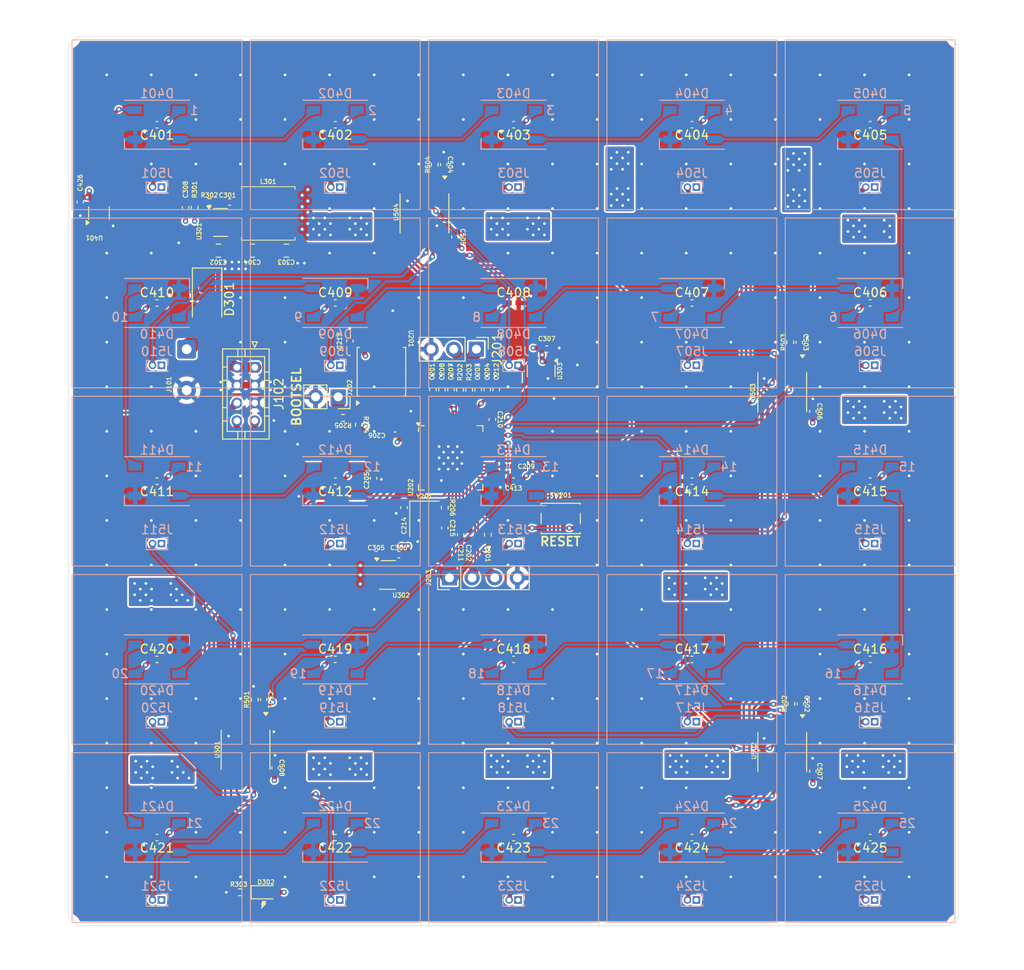
<source format=kicad_pcb>
(kicad_pcb (version 20221018) (generator pcbnew)
  (layers (0 "F.Cu" signal) (1 "In1.Cu" power) (2 "In2.Cu" power) (31 "B.Cu" signal) (34 "B.Paste" user) (35 "F.Paste" user) (36 "B.SilkS" user "B.Silkscreen") (37 "F.SilkS" user "F.Silkscreen") (38 "B.Mask" user) (39 "F.Mask" user) (44 "Edge.Cuts" user))
  (net 0 "")
  (net 1 "+1V1")
  (net 2 "GND")
  (net 3 "VREF")
  (net 4 "/CPU/XIN")
  (net 5 "Net-(C215-Pad1)")
  (net 6 "Net-(U301-BST)")
  (net 7 "/Power/SW")
  (net 8 "+12V")
  (net 9 "+5V")
  (net 10 "+3V3")
  (net 11 "Net-(D401-DOUT)")
  (net 12 "Net-(D401-DIN)")
  (net 13 "Net-(D402-DOUT)")
  (net 14 "Net-(D403-DOUT)")
  (net 15 "Net-(D404-DOUT)")
  (net 16 "/LED/ROW1_2")
  (net 17 "Net-(D406-DOUT)")
  (net 18 "Net-(D407-DOUT)")
  (net 19 "Net-(D408-DOUT)")
  (net 20 "Net-(D409-DOUT)")
  (net 21 "/LED/ROW2_3")
  (net 22 "Net-(D411-DOUT)")
  (net 23 "Net-(D412-DOUT)")
  (net 24 "Net-(D413-DOUT)")
  (net 25 "Net-(D414-DOUT)")
  (net 26 "/LED/ROW3_4")
  (net 27 "Net-(D416-DOUT)")
  (net 28 "Net-(D417-DOUT)")
  (net 29 "Net-(D418-DOUT)")
  (net 30 "Net-(D419-DOUT)")
  (net 31 "/LED/ROW4_5")
  (net 32 "Net-(D421-DOUT)")
  (net 33 "Net-(D422-DOUT)")
  (net 34 "Net-(D423-DOUT)")
  (net 35 "Net-(D424-DOUT)")
  (net 37 "/~{DS}{slash}~{INT}")
  (net 38 "/SDA")
  (net 39 "/SCK")
  (net 40 "/CPU/USB_D-")
  (net 41 "/CPU/USB_D+")
  (net 42 "/CPU/~{USB_BOOT}")
  (net 43 "Net-(J203-Pin_2)")
  (net 44 "Net-(J203-Pin_3)")
  (net 45 "/Tile Connector/A1")
  (net 46 "/Tile Connector/A2")
  (net 47 "/Tile Connector/A3")
  (net 48 "/Tile Connector/A4")
  (net 49 "/Tile Connector/A5")
  (net 50 "/Tile Connector/A6")
  (net 51 "/Tile Connector/A7")
  (net 52 "/Tile Connector/A8")
  (net 53 "/Tile Connector/A9")
  (net 54 "/Tile Connector/A10")
  (net 55 "/Tile Connector/A11")
  (net 56 "/Tile Connector/A12")
  (net 57 "/Tile Connector/A13")
  (net 58 "/Tile Connector/A14")
  (net 59 "/Tile Connector/A15")
  (net 60 "/Tile Connector/A16")
  (net 61 "/Tile Connector/A17")
  (net 62 "/Tile Connector/A18")
  (net 63 "/Tile Connector/A19")
  (net 64 "/Tile Connector/A20")
  (net 65 "/Tile Connector/A21")
  (net 66 "/Tile Connector/A22")
  (net 67 "/Tile Connector/A23")
  (net 68 "/Tile Connector/A24")
  (net 69 "/Tile Connector/A25")
  (net 70 "Net-(U202-RUN)")
  (net 71 "Net-(U202-USB_DP)")
  (net 72 "Net-(U202-USB_DM)")
  (net 73 "/CPU/FLASH_CS")
  (net 74 "/CPU/XOUT")
  (net 75 "/CPU/ADC0")
  (net 76 "/CPU/ADC1")
  (net 77 "/CPU/ADC2")
  (net 78 "/CPU/ADC3")
  (net 79 "/CPU/FLASH_SD1")
  (net 80 "/CPU/FLASH_SD2")
  (net 81 "/CPU/FLASH_SD0")
  (net 82 "/CPU/FLASH_SCK")
  (net 83 "/CPU/FLASH_SD3")
  (net 84 "/CPU/LED_DOUT")
  (net 92 "/CPU/MUX_A")
  (net 93 "/CPU/MUX_B")
  (net 94 "/CPU/MUX_C")
  (net 95 "/CPU/MUX_~{EN}_1")
  (net 96 "/CPU/MUX_~{EN}_2")
  (net 97 "/CPU/MUX_~{EN}_3")
  (net 98 "/CPU/MUX_~{EN}_4")
  (net 116 "/Power/+12_IN")
  (net 117 "Net-(U301-FB)")
  (net 118 "Net-(D302-K)")
  (footprint "Connector_PinSocket_2.54mm:PinSocket_1x02_P2.54mm_Vertical" (layer "F.Cu") (at 127.488 88.658 -90)
    (fp_text reference "J202")
    (fp_text value "Conn_01x02")
  )
  (footprint "Capacitor_SMD:C_0402_1005Metric_Pad0.74x0.62mm_HandSolder" (layer "F.Cu") (at 128.8 82.383 90)
    (fp_text reference "C213")
    (fp_text value "0.1u")
  )
  (footprint "Package_SO:TSSOP-16_4.4x5mm_P0.65mm" (layer "F.Cu") (at 177.292 88.138 -90)
    (fp_text reference "U503")
    (fp_text value "SN74LV4051A")
  )
  (footprint "Package_SO:SOIC-8_5.23x5.23mm_P1.27mm" (layer "F.Cu") (at 132.334 85.839 90)
    (fp_text reference "U201")
    (fp_text value "W25Q16JV")
  )
  (footprint "Capacitor_SMD:C_0402_1005Metric_Pad0.74x0.62mm_HandSolder" (layer "F.Cu") (at 144.204 87.866 90)
    (fp_text reference "C204")
    (fp_text value "1u")
  )
  (footprint "Connector_PinHeader_2.54mm:PinHeader_1x04_P2.54mm_Vertical" (layer "F.Cu") (at 139.964 108.966 90)
    (fp_text reference "J203")
    (fp_text value "Conn_01x04")
  )
  (footprint "Capacitor_SMD:C_0805_2012Metric_Pad1.18x1.45mm_HandSolder" (layer "F.Cu") (at 114.051 72.25)
    (fp_text reference "C302")
    (fp_text value "10u")
  )
  (footprint "Capacitor_SMD:C_0402_1005Metric_Pad0.74x0.62mm_HandSolder" (layer "F.Cu") (at 110.368 67.424 90)
    (fp_text reference "C308")
    (fp_text value "100p")
  )
  (footprint "Capacitor_SMD:C_0402_1005Metric_Pad0.74x0.62mm_HandSolder" (layer "F.Cu") (at 187.16 98.12 180)
    (fp_text reference "C415")
    (fp_text value "0.1u")
  )
  (footprint "Package_TO_SOT_SMD:SOT-23-5_HandSoldering" (layer "F.Cu") (at 133.016 108.646)
    (fp_text reference "U302")
    (fp_text value "MIC5504-3.3YM5")
  )
  (footprint "Capacitor_SMD:C_0402_1005Metric_Pad0.74x0.62mm_HandSolder" (layer "F.Cu") (at 167.16 58.12 180)
    (fp_text reference "C404")
    (fp_text value "0.1u")
  )
  (footprint "Connector_JST:JST_PHD_B8B-PHDSS_2x04_P2.00mm_Vertical" (layer "F.Cu") (at 118.1288 85.3384 -90)
    (fp_text reference "J102")
    (fp_text value "Conn_02x04_Odd_Even")
  )
  (footprint "Capacitor_SMD:C_0402_1005Metric_Pad0.74x0.62mm_HandSolder" (layer "F.Cu") (at 134.874 101.092 90)
    (fp_text reference "C214")
    (fp_text value "15p")
  )
  (footprint "Capacitor_SMD:C_0402_1005Metric_Pad0.74x0.62mm_HandSolder" (layer "F.Cu") (at 131.445 97.79 -90)
    (fp_text reference "C205")
    (fp_text value "0.1u")
  )
  (footprint "Capacitor_SMD:C_0402_1005Metric_Pad0.74x0.62mm_HandSolder" (layer "F.Cu") (at 115.316 66.802)
    (fp_text reference "C301")
    (fp_text value "0.1u")
  )
  (footprint "Capacitor_SMD:C_0402_1005Metric_Pad0.74x0.62mm_HandSolder" (layer "F.Cu") (at 127.16 98.12 180)
    (fp_text reference "C412")
    (fp_text value "0.1u")
  )
  (footprint "Capacitor_SMD:C_0402_1005Metric_Pad0.74x0.62mm_HandSolder" (layer "F.Cu") (at 150.881 83.299)
    (fp_text reference "C307")
    (fp_text value "470n")
  )
  (footprint "Package_TO_SOT_SMD:SOT-353_SC-70-5_Handsoldering" (layer "F.Cu") (at 100.65525 68.031536 90)
    (fp_text reference "U401")
    (fp_text value "SN74LV1T34DCK")
  )
  (footprint "Resistor_SMD:R_0402_1005Metric_Pad0.72x0.64mm_HandSolder" (layer "F.Cu") (at 128.038 91.019 180)
    (fp_text reference "R205")
    (fp_text value "1k")
  )
  (footprint "Resistor_SMD:R_0402_1005Metric_Pad0.72x0.64mm_HandSolder" (layer "F.Cu") (at 178.186 82.537 -90)
    (fp_text reference "R503")
    (fp_text value "8k2/0.1%")
  )
  (footprint "Capacitor_SMD:C_0402_1005Metric_Pad0.74x0.62mm_HandSolder" (layer "F.Cu") (at 107.16 98.12 180)
    (fp_text reference "C411")
    (fp_text value "0.1u")
  )
  (footprint "Capacitor_SMD:C_0402_1005Metric_Pad0.74x0.62mm_HandSolder" (layer "F.Cu") (at 139.124 87.866 90)
    (fp_text reference "C208")
    (fp_text value "0.1u")
  )
  (footprint "Resistor_SMD:R_0402_1005Metric_Pad0.72x0.64mm_HandSolder" (layer "F.Cu") (at 141.156 87.866 -90)
    (fp_text reference "R202")
    (fp_text value "27R")
  )
  (footprint "Capacitor_SMD:C_0402_1005Metric_Pad0.74x0.62mm_HandSolder" (layer "F.Cu") (at 167.16 98.12 180)
    (fp_text reference "C414")
    (fp_text value "0.1u")
  )
  (footprint "Resistor_SMD:R_0402_1005Metric_Pad0.72x0.64mm_HandSolder" (layer "F.Cu") (at 116.464 144.259 180)
    (fp_text reference "R303")
    (fp_text value "470R")
  )
  (footprint "Capacitor_SMD:C_0805_2012Metric_Pad1.18x1.45mm_HandSolder" (layer "F.Cu") (at 121.666 72.25)
    (fp_text reference "C303")
    (fp_text value "22u")
  )
  (footprint "Capacitor_SMD:C_0402_1005Metric_Pad0.74x0.62mm_HandSolder" (layer "F.Cu") (at 147.16 58.12 180)
    (fp_text reference "C403")
    (fp_text value "0.1u")
  )
  (footprint "Capacitor_SMD:C_0402_1005Metric_Pad0.74x0.62mm_HandSolder" (layer "F.Cu") (at 142.24 104.14 -90)
    (fp_text reference "C202")
    (fp_text value "0.1u")
  )
  (footprint "Resistor_SMD:R_0402_1005Metric_Pad0.72x0.64mm_HandSolder" (layer "F.Cu") (at 111.384 67.424 90)
    (fp_text reference "R301")
    (fp_text value "157k")
  )
  (footprint "Capacitor_SMD:C_0402_1005Metric_Pad0.74x0.62mm_HandSolder" (layer "F.Cu") (at 98.552 66.802 -90)
    (fp_text reference "C426")
    (fp_text value "0.1u")
  )
  (footprint "Capacitor_SMD:C_0402_1005Metric_Pad0.74x0.62mm_HandSolder" (layer "F.Cu") (at 187.16 78.12)
    (fp_text reference "C406")
    (fp_text value "0.1u")
  )
  (footprint "Resistor_SMD:R_0402_1005Metric_Pad0.72x0.64mm_HandSolder" (layer "F.Cu") (at 118.115 122.6315 -90)
    (fp_text reference "R501")
    (fp_text value "8k2/0.1%")
  )
  (footprint "Capacitor_SMD:C_0402_1005Metric_Pad0.74x0.62mm_HandSolder" (layer "F.Cu") (at 147.16 138.12 180)
    (fp_text reference "C423")
    (fp_text value "0.1u")
  )
  (footprint "Capacitor_SMD:C_0402_1005Metric_Pad0.74x0.62mm_HandSolder" (layer "F.Cu") (at 187.16 138.12 180)
    (fp_text reference "C425")
    (fp_text value "0.1u")
  )
  (footprint "Capacitor_SMD:C_0402_1005Metric_Pad0.74x0.62mm_HandSolder" (layer "F.Cu") (at 167.16 78.12)
    (fp_text reference "C407")
    (fp_text value "0.1u")
  )
  (footprint "Package_SO:TSSOP-16_4.4x5mm_P0.65mm" (layer "F.Cu") (at 177.292 128.524 -90)
    (fp_text reference "U502")
    (fp_text value "SN74LV4051A")
  )
  (footprint "Diode_SMD:D_SMA" (layer "F.Cu") (at 112.781 77.711 -90)
    (fp_text reference "D301")
    (fp_text value "SS34")
  )
  (footprint "Capacitor_SMD:C_0402_1005Metric_Pad0.74x0.62mm_HandSolder" (layer "F.Cu") (at 139.446 103.378 -90)
    (fp_text reference "C215")
    (fp_text value "15p")
  )
  (footprint "Capacitor_SMD:C_0402_1005Metric_Pad0.74x0.62mm_HandSolder" (layer "F.Cu") (at 107.16 118.12)
    (fp_text reference "C420")
    (fp_text value "0.1u")
  )
  (footprint "Capacitor_SMD:C_0402_1005Metric_Pad0.74x0.62mm_HandSolder" (layer "F.Cu") (at 127.16 78.12)
    (fp_text reference "C409")
    (fp_text value "0.1u")
  )
  (footprint "Capacitor_SMD:C_0402_1005Metric_Pad0.74x0.62mm_HandSolder" (layer "F.Cu") (at 187.16 58.12 180)
    (fp_text reference "C405")
    (fp_text value "0.1u")
  )
  (footprint "Capacitor_SMD:C_0402_1005Metric_Pad0.74x0.62mm_HandSolder" (layer "F.Cu") (at 147.16 78.12)
    (fp_text reference "C408")
    (fp_text value "0.1u")
  )
  (footprint "Capacitor_SMD:C_0402_1005Metric_Pad0.74x0.62mm_HandSolder" (layer "F.Cu") (at 127.16 138.12 180)
    (fp_text reference "C422")
    (fp_text value "0.1u")
  )
  (footprint "Resistor_SMD:R_0402_1005Metric_Pad0.72x0.64mm_HandSolder" (layer "F.Cu") (at 144.272 104.14 90)
    (fp_text reference "R201")
    (fp_text value "5k6")
  )
  (footprint "Capacitor_SMD:C_0402_1005Metric_Pad0.74x0.62mm_HandSolder" (layer "F.Cu") (at 134.286 106.36 180)
    (fp_text reference "C306")
    (fp_text value "1u/10V")
  )
  (footprint "Capacitor_SMD:C_0402_1005Metric_Pad0.74x0.62mm_HandSolder" (layer "F.Cu") (at 147.16 118.12)
    (fp_text reference "C418")
    (fp_text value "0.1u")
  )
  (footprint "Capacitor_SMD:C_0402_1005Metric_Pad0.74x0.62mm_HandSolder" (layer "F.Cu") (at 144.78 91.186 90)
    (fp_text reference "C210")
    (fp_text value "0.1u")
  )
  (footprint "Capacitor_SMD:C_0402_1005Metric_Pad0.74x0.62mm_HandSolder" (layer "F.Cu") (at 131.746 106.36)
    (fp_text reference "C305")
    (fp_text value "1u/10V")
  )
  (footprint "Capacitor_SMD:C_0402_1005Metric_Pad0.74x0.62mm_HandSolder" (layer "F.Cu") (at 147.16 98.12 180)
    (fp_text reference "C413")
    (fp_text value "0.1u")
  )
  (footprint "Capacitor_SMD:C_0402_1005Metric_Pad0.74x0.62mm_HandSolder" (layer "F.Cu") (at 107.16 138.12 180)
    (fp_text reference "C421")
    (fp_text value "0.1u")
  )
  (footprint "Capacitor_SMD:C_0402_1005Metric_Pad0.74x0.62mm_HandSolder" (layer "F.Cu") (at 146.558 96.4695)
    (fp_text reference "C209")
    (fp_text value "0.1u")
  )
  (footprint "Resistor_SMD:R_0402_1005Metric_Pad0.72x0.64mm_HandSolder" (layer "F.Cu") (at 113.035 66.789)
    (fp_text reference "R302")
    (fp_text value "30k")
  )
  (footprint "Package_SO:TSSOP-16_4.4x5mm_P0.65mm" (layer "F.Cu") (at 117.094 128.27 -90)
    (fp_text reference "U501")
    (fp_text value "SN74LV4051A")
  )
  (footprint "Capacitor_SMD:C_0402_1005Metric_Pad0.74x0.62mm_HandSolder" (layer "F.Cu") (at 179.329 123.1095 90)
    (fp_text reference "C502")
    (fp_text value "0.1u")
  )
  (footprint "Resistor_SMD:R_0402_1005Metric_Pad0.72x0.64mm_HandSolder" (layer "F.Cu") (at 142.172 87.866 -90)
    (fp_text reference "R203")
    (fp_text value "27R")
  )
  (footprint "Capacitor_SMD:C_0402_1005Metric_Pad0.74x0.62mm_HandSolder" (layer "F.Cu") (at 140.57925 70.726 90)
    (fp_text reference "C505")
    (fp_text value "0.1u")
  )
  (footprint "Capacitor_SMD:C_0402_1005Metric_Pad0.74x0.62mm_HandSolder" (layer "F.Cu") (at 139.324 62.598 90)
    (fp_text reference "C504")
    (fp_text value "0.1u")
  )
  (footprint "Capacitor_SMD:C_0402_1005Metric_Pad0.74x0.62mm_HandSolder" (layer "F.Cu") (at 143.188 87.866 90)
    (fp_text reference "C203")
    (fp_text value "1u")
  )
  (footprint "Package_DFN_QFN:QFN-56-1EP_7x7mm_P0.4mm_EP3.2x3.2mm" (layer "F.Cu") (at 140.102 95.5075)
    (fp_text reference "U202")
    (fp_text value "RP2040")
  )
  (footprint "Connector_PinHeader_2.54mm:PinHeader_1x03_P2.54mm_Vertical" (layer "F.Cu") (at 142.987 83.312 -90)
    (fp_text reference "J201")
    (fp_text value "Conn_01x03")
  )
  (footprint "Resistor_SMD:R_0402_1005Metric_Pad0.72x0.64mm_HandSolder" (layer "F.Cu") (at 139.446 101.092 90)
    (fp_text reference "R206")
    (fp_text value "1k")
  )
  (footprint "Package_TO_SOT_SMD:SOT-23" (layer "F.Cu") (at 150.246 85.7605 -90)
    (fp_text reference "U303")
    (fp_text value "REF3033")
  )
  (footprint "LED_SMD:LED_0603_1608Metric_Pad1.05x0.95mm_HandSolder" (layer "F.Cu") (at 119.385 144.259)
    (fp_text reference "D302")
    (fp_text value "RED")
  )
  (footprint "Capacitor_SMD:C_0402_1005Metric_Pad0.74x0.62mm_HandSolder" (layer "F.Cu") (at 141.224 104.14 -90)
    (fp_text reference "C211")
    (fp_text value "0.1u")
  )
  (footprint "Capacitor_SMD:C_0805_2012Metric_Pad1.18x1.45mm_HandSolder" (layer "F.Cu") (at 117.856 72.25 180)
    (fp_text reference "C304")
    (fp_text value "22u")
  )
  (footprint "Button_Switch_SMD:SW_SPST_PTS810" (layer "F.Cu") (at 152.443 102.303)
    (fp_text reference "SW201")
    (fp_text value "SPST-NO")
  )
  (footprint "Capacitor_SMD:C_0402_1005Metric_Pad0.74x0.62mm_HandSolder" (layer "F.Cu") (at 140.14 87.866 90)
    (fp_text reference "C207")
    (fp_text value "0.1u")
  )
  (footprint "Capacitor_SMD:C_0402_1005Metric_Pad0.74x0.62mm_HandSolder" (layer "F.Cu") (at 138.108 87.866 90)
    (fp_text reference "C201")
    (fp_text value "0.1u")
  )
  (footprint "Capacitor_SMD:C_0402_1005Metric_Pad0.74x0.62mm_HandSolder" (layer "F.Cu") (at 133.858 92.964 180)
    (fp_text reference "C206")
    (fp_text value "0.1u")
  )
  (footprint "Capacitor_SMD:C_0402_1005Metric_Pad0.74x0.62mm_HandSolder" (layer "F.Cu") (at 187.16 118.12)
    (fp_text reference "C416")
    (fp_text value "0.1u")
  )
  (footprint "Capacitor_SMD:C_0402_1005Metric_Pad0.74x0.62mm_HandSolder" (layer "F.Cu") (at 127.16 118.12)
    (fp_text reference "C419")
    (fp_text value "0.1u")
  )
  (footprint "Capacitor_SMD:C_0402_1005Metric_Pad0.74x0.62mm_HandSolder" (layer "F.Cu") (at 120.401 130.289 90)
    (fp_text reference "C508")
    (fp_text value "0.1u")
  )
  (footprint "WordGameLib:Murata_6060" (layer "F.Cu") (at 119.634 68.072)
    (fp_text reference "L301")
    (fp_text value "10uH")
  )
  (footprint "Crystal:Crystal_SMD_Abracon_ABM8G-4Pin_3.2x2.5mm" (layer "F.Cu") (at 137.16 102.362 -90)
    (fp_text reference "Y201")
    (fp_text value "12MHz")
  )
  (footprint "Resistor_SMD:R_0402_1005Metric_Pad0.72x0.64mm_HandSolder" (layer "F.Cu") (at 138.308 62.598 -90)
    (fp_text reference "R504")
    (fp_text value "8k2/0.1%")
  )
  (footprint "Capacitor_SMD:C_0402_1005Metric_Pad0.74x0.62mm_HandSolder" (layer "F.Cu") (at 107.16 78.12)
    (fp_text reference "C410")
    (fp_text value "0.1u")
  )
  (footprint "Capacitor_SMD:C_0402_1005Metric_Pad0.74x0.62mm_HandSolder" (layer "F.Cu") (at 167.16 138.12 180)
    (fp_text reference "C424")
    (fp_text value "0.1u")
  )
  (footprint "Capacitor_SMD:C_0402_1005Metric_Pad0.74x0.62mm_HandSolder" (layer "F.Cu") (at 145.22 87.866 90)
    (fp_text reference "C212")
    (fp_text value "0.1u")
  )
  (footprint "Capacitor_SMD:C_0402_1005Metric_Pad0.74x0.62mm_HandSolder" (layer "F.Cu") (at 167.16 118.12)
    (fp_text reference "C417")
    (fp_text value "0.1u")
  )
  (footprint "Package_SO:TSSOP-16_4.4x5mm_P0.65mm" (layer "F.Cu") (at 137.16 68.072 -90)
    (fp_text reference "U504")
    (fp_text value "SN74LV4051A")
  )
  (footprint "Resistor_SMD:R_0402_1005Metric_Pad0.72x0.64mm_HandSolder" (layer "F.Cu") (at 178.313 123.1095 -90)
    (fp_text reference "R502")
    (fp_text value "8k2/0.1%")
  )
  (footprint "Capacitor_SMD:C_0402_1005Metric_Pad0.74x0.62mm_HandSolder" (layer "F.Cu") (at 119.131 122.6315 90)
    (fp_text reference "C501")
    (fp_text value "0.1u")
  )
  (footprint "Capacitor_SMD:C_0402_1005Metric_Pad0.74x0.62mm_HandSolder" (layer "F.Cu") (at 180.726 130.67 90)
    (fp_text reference "C507")
    (fp_text value "0.1u")
  )
  (footprint "Resistor_SMD:R_0402_1005Metric_Pad0.72x0.64mm_HandSolder" (layer "F.Cu") (at 129.816 91.781 90)
    (fp_text reference "R204")
    (fp_text value "10k")
  )
  (footprint "Capacitor_SMD:C_0402_1005Metric_Pad0.74x0.62mm_HandSolder" (layer "F.Cu") (at 107.16 58.12 180)
    (fp_text reference "C401")
    (fp_text value "0.1u")
  )
  (footprint "Package_TO_SOT_SMD:TSOT-23-6" (layer "F.Cu") (at 114.3 69.088)
    (fp_text reference "U301")
    (fp_text value "AP63200WU")
  )
  (footprint "Capacitor_SMD:C_0402_1005Metric_Pad0.74x0.62mm_HandSolder" (layer "F.Cu") (at 179.202 82.537 90)
    (fp_text reference "C503")
    (fp_text value "0.1u")
  )
  (footprint "Capacitor_SMD:C_0402_1005Metric_Pad0.74x0.62mm_HandSolder" (layer "F.Cu") (at 180.726 90.284 90)
    (fp_text reference "C506")
    (fp_text value "0.1u")
  )
  (footprint "Connector_Wire:SolderWire-0.5sqmm_1x02_P4.6mm_D0.9mm_OD2.1mm" (layer "F.Cu") (at 110.49 83.312 -90)
    (fp_text reference "J101")
    (fp_text value "Conn_01x02")
  )
  (footprint "Capacitor_SMD:C_0402_1005Metric_Pad0.74x0.62mm_HandSolder" (layer "F.Cu") (at 127.16 58.12 180)
    (fp_text reference "C402")
    (fp_text value "0.1u")
  )
  (footprint "LED_SMD:LED_WS2812B_PLCC4_5.0x5.0mm_P3.2mm" (layer "B.Cu") (at 147.16 98.12 180)
    (fp_text reference "D413")
    (fp_text value "WS2812B")
  )
  (footprint "Connector_PinHeader_1.00mm:PinHeader_2x01_P1.00mm_Vertical" (layer "B.Cu") (at 187.66 85.12 180)
    (fp_text reference "J506")
    (fp_text value "Conn_01x02")
  )
  (footprint "Connector_PinHeader_1.00mm:PinHeader_2x01_P1.00mm_Vertical" (layer "B.Cu") (at 147.66 125.12 180)
    (fp_text reference "J518")
    (fp_text value "Conn_01x02")
  )
  (footprint "LED_SMD:LED_WS2812B_PLCC4_5.0x5.0mm_P3.2mm" (layer "B.Cu") (at 127.16 98.12 180)
    (fp_text reference "D412")
    (fp_text value "WS2812B")
  )
  (footprint "LED_SMD:LED_WS2812B_PLCC4_5.0x5.0mm_P3.2mm" (layer "B.Cu") (at 107.16 78.12)
    (fp_text reference "D410")
    (fp_text value "WS2812B")
  )
  (footprint "LED_SMD:LED_WS2812B_PLCC4_5.0x5.0mm_P3.2mm" (layer "B.Cu") (at 127.16 58.12 180)
    (fp_text reference "D402")
    (fp_text value "WS2812B")
  )
  (footprint "LED_SMD:LED_WS2812B_PLCC4_5.0x5.0mm_P3.2mm" (layer "B.Cu") (at 107.16 98.12 180)
    (fp_text reference "D411")
    (fp_text value "WS2812B")
  )
  (footprint "LED_SMD:LED_WS2812B_PLCC4_5.0x5.0mm_P3.2mm" (layer "B.Cu") (at 167.16 78.12)
    (fp_text reference "D407")
    (fp_text value "WS2812B")
  )
  (footprint "LED_SMD:LED_WS2812B_PLCC4_5.0x5.0mm_P3.2mm" (layer "B.Cu") (at 167.16 98.12 180)
    (fp_text reference "D414")
    (fp_text value "WS2812B")
  )
  (footprint "Connector_PinHeader_1.00mm:PinHeader_2x01_P1.00mm_Vertical" (layer "B.Cu") (at 147.66 65.12 180)
    (fp_text reference "J503")
    (fp_text value "Conn_01x02")
  )
  (footprint "LED_SMD:LED_WS2812B_PLCC4_5.0x5.0mm_P3.2mm" (layer "B.Cu") (at 187.16 78.12)
    (fp_text reference "D406")
    (fp_text value "WS2812B")
  )
  (footprint "LED_SMD:LED_WS2812B_PLCC4_5.0x5.0mm_P3.2mm" (layer "B.Cu") (at 187.16 58.12 180)
    (fp_text reference "D405")
    (fp_text value "WS2812B")
  )
  (footprint "Connector_PinHeader_1.00mm:PinHeader_2x01_P1.00mm_Vertical" (layer "B.Cu") (at 147.66 85.12 180)
    (fp_text reference "J508")
    (fp_text value "Conn_01x02")
  )
  (footprint "Connector_PinHeader_1.00mm:PinHeader_2x01_P1.00mm_Vertical" (layer "B.Cu") (at 187.66 125.12 180)
    (fp_text reference "J516")
    (fp_text value "Conn_01x02")
  )
  (footprint "Connector_PinHeader_1.00mm:PinHeader_2x01_P1.00mm_Vertical" (layer "B.Cu") (at 167.66 145.12 180)
    (fp_text reference "J524")
    (fp_text value "Conn_01x02")
  )
  (footprint "Connector_PinHeader_1.00mm:PinHeader_2x01_P1.00mm_Vertical" (layer "B.Cu") (at 107.66 65.12 180)
    (fp_text reference "J501")
    (fp_text value "Conn_01x02")
  )
  (footprint "Connector_PinHeader_1.00mm:PinHeader_2x01_P1.00mm_Vertical" (layer "B.Cu") (at 147.66 105.12 180)
    (fp_text reference "J513")
    (fp_text value "Conn_01x02")
  )
  (footprint "Connector_PinHeader_1.00mm:PinHeader_2x01_P1.00mm_Vertical" (layer "B.Cu") (at 107.66 105.12 180)
    (fp_text reference "J511")
    (fp_text value "Conn_01x02")
  )
  (footprint "Connector_PinHeader_1.00mm:PinHeader_2x01_P1.00mm_Vertical" (layer "B.Cu") (at 107.66 145.12 180)
    (fp_text reference "J521")
    (fp_text value "Conn_01x02")
  )
  (footprint "Connector_PinHeader_1.00mm:PinHeader_2x01_P1.00mm_Vertical" (layer "B.Cu") (at 187.66 105.12 180)
    (fp_text reference "J515")
    (fp_text value "Conn_01x02")
  )
  (footprint "Connector_PinHeader_1.00mm:PinHeader_2x01_P1.00mm_Vertical" (layer "B.Cu") (at 127.66 65.12 180)
    (fp_text reference "J502")
    (fp_text value "Conn_01x02")
  )
  (footprint "LED_SMD:LED_WS2812B_PLCC4_5.0x5.0mm_P3.2mm" (layer "B.Cu") (at 167.16 118.12)
    (fp_text reference "D417")
    (fp_text value "WS2812B")
  )
  (footprint "Connector_PinHeader_1.00mm:PinHeader_2x01_P1.00mm_Vertical" (layer "B.Cu") (at 167.66 125.12 180)
    (fp_text reference "J517")
    (fp_text value "Conn_01x02")
  )
  (footprint "Connector_PinHeader_1.00mm:PinHeader_2x01_P1.00mm_Vertical" (layer "B.Cu") (at 127.66 145.12 180)
    (fp_text reference "J522")
    (fp_text value "Conn_01x02")
  )
  (footprint "Connector_PinHeader_1.00mm:PinHeader_2x01_P1.00mm_Vertical" (layer "B.Cu") (at 167.66 65.12 180)
    (fp_text reference "J504")
    (fp_text value "Conn_01x02")
  )
  (footprint "LED_SMD:LED_WS2812B_PLCC4_5.0x5.0mm_P3.2mm" (layer "B.Cu") (at 127.16 118.12)
    (fp_text reference "D419")
    (fp_text value "WS2812B")
  )
  (footprint "LED_SMD:LED_WS2812B_PLCC4_5.0x5.0mm_P3.2mm" (layer "B.Cu") (at 187.16 138.12 180)
    (fp_text reference "D425")
    (fp_text value "WS2812B")
  )
  (footprint "LED_SMD:LED_WS2812B_PLCC4_5.0x5.0mm_P3.2mm" (layer "B.Cu") (at 167.16 58.12 180)
    (fp_text reference "D404")
    (fp_text value "WS2812B")
  )
  (footprint "LED_SMD:LED_WS2812B_PLCC4_5.0x5.0mm_P3.2mm" (layer "B.Cu") (at 107.16 138.12 180)
    (fp_text reference "D421")
    (fp_text value "WS2812B")
  )
  (footprint "LED_SMD:LED_WS2812B_PLCC4_5.0x5.0mm_P3.2mm" (layer "B.Cu") (at 147.16 78.12)
    (fp_text reference "D408")
    (fp_text value "WS2812B")
  )
  (footprint "LED_SMD:LED_WS2812B_PLCC4_5.0x5.0mm_P3.2mm" (layer "B.Cu") (at 127.16 138.12 180)
    (fp_text reference "D422")
    (fp_text value "WS2812B")
  )
  (footprint "LED_SMD:LED_WS2812B_PLCC4_5.0x5.0mm_P3.2mm" (layer "B.Cu") (at 187.16 118.12)
    (fp_text reference "D416")
    (fp_text value "WS2812B")
  )
  (footprint "LED_SMD:LED_WS2812B_PLCC4_5.0x5.0mm_P3.2mm" (layer "B.Cu") (at 147.16 118.12)
    (fp_text reference "D418")
    (fp_text value "WS2812B")
  )
  (footprint "Connector_PinHeader_1.00mm:PinHeader_2x01_P1.00mm_Vertical" (layer "B.Cu") (at 187.66 65.12 180)
    (fp_text reference "J505")
    (fp_text value "Conn_01x02")
  )
  (footprint "Connector_PinHeader_1.00mm:PinHeader_2x01_P1.00mm_Vertical" (layer "B.Cu") (at 127.66 85.12 180)
    (fp_text reference "J509")
    (fp_text value "Conn_01x02")
  )
  (footprint "Connector_PinHeader_1.00mm:PinHeader_2x01_P1.00mm_Vertical" (layer "B.Cu") (at 167.66 105.12 180)
    (fp_text reference "J514")
    (fp_text value "Conn_01x02")
  )
  (footprint "Connector_PinHeader_1.00mm:PinHeader_2x01_P1.00mm_Vertical" (layer "B.Cu") (at 107.66 125.12 180)
    (fp_text reference "J520")
    (fp_text value "Conn_01x02")
  )
  (footprint "LED_SMD:LED_WS2812B_PLCC4_5.0x5.0mm_P3.2mm" (layer "B.Cu") (at 147.16 138.12 180)
    (fp_text reference "D423")
    (fp_text value "WS2812B")
  )
  (footprint "LED_SMD:LED_WS2812B_PLCC4_5.0x5.0mm_P3.2mm" (layer "B.Cu") (at 107.16 58.12 180)
    (fp_text reference "D401")
    (fp_text value "WS2812B")
  )
  (footprint "Connector_PinHeader_1.00mm:PinHeader_2x01_P1.00mm_Vertical" (layer "B.Cu") (at 127.66 125.12 180)
    (fp_text reference "J519")
    (fp_text value "Conn_01x02")
  )
  (footprint "Connector_PinHeader_1.00mm:PinHeader_2x01_P1.00mm_Vertical" (layer "B.Cu") (at 107.66 85.12 180)
    (fp_text reference "J510")
    (fp_text value "Conn_01x02")
  )
  (footprint "LED_SMD:LED_WS2812B_PLCC4_5.0x5.0mm_P3.2mm" (layer "B.Cu") (at 187.16 98.12 180)
    (fp_text reference "D415")
    (fp_text value "WS2812B")
  )
  (footprint "LED_SMD:LED_WS2812B_PLCC4_5.0x5.0mm_P3.2mm" (layer "B.Cu") (at 107.16 118.12)
    (fp_text reference "D420")
    (fp_text value "WS2812B")
  )
  (footprint "LED_SMD:LED_WS2812B_PLCC4_5.0x5.0mm_P3.2mm" (layer "B.Cu") (at 147.16 58.12 180)
    (fp_text reference "D403")
    (fp_text value "WS2812B")
  )
  (footprint "Connector_PinHeader_1.00mm:PinHeader_2x01_P1.00mm_Vertical" (layer "B.Cu") (at 127.66 105.12 180)
    (fp_text reference "J512")
    (fp_text value "Conn_01x02")
  )
  (footprint "Connector_PinHeader_1.00mm:PinHeader_2x01_P1.00mm_Vertical" (layer "B.Cu") (at 167.66 85.12 180)
    (fp_text reference "J507")
    (fp_text value "Conn_01x02")
  )
  (footprint "Connector_PinHeader_1.00mm:PinHeader_2x01_P1.00mm_Vertical" (layer "B.Cu") (at 187.66 145.12 180)
    (fp_text reference "J525")
    (fp_text value "Conn_01x02")
  )
  (footprint "LED_SMD:LED_WS2812B_PLCC4_5.0x5.0mm_P3.2mm" (layer "B.Cu") (at 127.16 78.12)
    (fp_text reference "D409")
    (fp_text value "WS2812B")
  )
  (footprint "LED_SMD:LED_WS2812B_PLCC4_5.0x5.0mm_P3.2mm" (layer "B.Cu") (at 167.16 138.12 180)
    (fp_text reference "D424")
    (fp_text value "WS2812B")
  )
  (footprint "Connector_PinHeader_1.00mm:PinHeader_2x01_P1.00mm_Vertical" (layer "B.Cu") (at 147.66 145.12 180)
    (fp_text reference "J523")
    (fp_text value "Conn_01x02")
  )
  (gr_rect (start 97.635 108.595) (end 116.685 127.645) (stroke (width 0.1)) (fill none) (layer "B.SilkS"))
  (gr_rect (start 117.635 48.595) (end 136.685 67.645) (stroke (width 0.1)) (fill none) (layer "B.SilkS"))
  (gr_rect (start 157.635 128.595) (end 176.685 147.645) (stroke (width 0.1)) (fill none) (layer "B.SilkS"))
  (gr_rect (start 97.635 68.595) (end 116.685 87.645) (stroke (width 0.1)) (fill none) (layer "B.SilkS"))
  (gr_rect (start 177.635 68.595) (end 196.685 87.645) (stroke (width 0.1)) (fill none) (layer "B.SilkS"))
  (gr_rect (start 137.635 128.595) (end 156.685 147.645) (stroke (width 0.1)) (fill none) (layer "B.SilkS"))
  (gr_rect (start 177.635 48.595) (end 196.685 67.645) (stroke (width 0.1)) (fill none) (layer "B.SilkS"))
  (gr_rect (start 177.635 128.595) (end 196.685 147.645) (stroke (width 0.1)) (fill none) (layer "B.SilkS"))
  (gr_rect (start 97.635 128.595) (end 116.685 147.645) (stroke (width 0.1)) (fill none) (layer "B.SilkS"))
  (gr_rect (start 137.635 108.595) (end 156.685 127.645) (stroke (width 0.1)) (fill none) (layer "B.SilkS"))
  (gr_rect (start 157.635 68.595) (end 176.685 87.645) (stroke (width 0.1)) (fill none) (layer "B.SilkS"))
  (gr_rect (start 137.635 68.595) (end 156.685 87.645) (stroke (width 0.1)) (fill none) (layer "B.SilkS"))
  (gr_rect (start 117.635 88.595) (end 136.685 107.645) (stroke (width 0.1)) (fill none) (layer "B.SilkS"))
  (gr_rect (start 97.635 48.595) (end 116.685 67.645) (stroke (width 0.1)) (fill none) (layer "B.SilkS"))
  (gr_rect (start 97.635 88.595) (end 116.685 107.645) (stroke (width 0.1)) (fill none) (layer "B.SilkS"))
  (gr_rect (start 157.635 88.595) (end 176.685 107.645) (stroke (width 0.1)) (fill none) (layer "B.SilkS"))
  (gr_rect (start 137.635 88.595) (end 156.685 107.645) (stroke (width 0.1)) (fill none) (layer "B.SilkS"))
  (gr_rect (start 177.635 88.595) (end 196.685 107.645) (stroke (width 0.1)) (fill none) (layer "B.SilkS"))
  (gr_rect (start 177.635 108.595) (end 196.685 127.645) (stroke (width 0.1)) (fill none) (layer "B.SilkS"))
  (gr_rect (start 117.635 128.595) (end 136.685 147.645) (stroke (width 0.1)) (fill none) (layer "B.SilkS"))
  (gr_rect (start 157.635 48.595) (end 176.685 67.645) (stroke (width 0.1)) (fill none) (layer "B.SilkS"))
  (gr_rect (start 157.635 108.595) (end 176.685 127.645) (stroke (width 0.1)) (fill none) (layer "B.SilkS"))
  (gr_rect (start 117.635 108.595) (end 136.685 127.645) (stroke (width 0.1)) (fill none) (layer "B.SilkS"))
  (gr_rect (start 137.635 48.595) (end 156.685 67.645) (stroke (width 0.1)) (fill none) (layer "B.SilkS"))
  (gr_rect (start 117.635 68.595) (end 136.685 87.645) (stroke (width 0.1)) (fill none) (layer "B.SilkS"))
  (gr_poly (pts (xy 119.385 145.275) (xy 119.004 145.275) (xy 118.877 145.656) (xy 119.004 145.656) (xy 118.877 146.037) (xy 119.385 145.529) (xy 119.131 145.529)) (stroke (width 0.1)) (fill solid) (layer "F.SilkS"))
  (gr_line (start 98.16 48.2216) (end 196.16 48.2216) (stroke (width 0.05)) (layer "Edge.Cuts"))
  (gr_arc (start 97.2616 147.12) (mid 97.870747 147.409253) (end 98.16 148.0184) (stroke (width 0.05)) (layer "Edge.Cuts"))
  (gr_line (start 97.2616 147.12) (end 97.2616 49.12) (stroke (width 0.05)) (layer "Edge.Cuts"))
  (gr_arc (start 98.16 48.2216) (mid 97.870747 48.830747) (end 97.2616 49.12) (stroke (width 0.05)) (layer "Edge.Cuts"))
  (gr_arc (start 197.0584 49.12) (mid 196.449253 48.830747) (end 196.16 48.2216) (stroke (width 0.05)) (layer "Edge.Cuts"))
  (gr_line (start 196.16 148.0184) (end 98.16 148.0184) (stroke (width 0.05)) (layer "Edge.Cuts"))
  (gr_arc (start 196.16 148.0184) (mid 196.449253 147.409253) (end 197.0584 147.12) (stroke (width 0.05)) (layer "Edge.Cuts"))
  (gr_line (start 197.0584 49.12) (end 197.0584 147.12) (stroke (width 0.05)) (layer "Edge.Cuts"))
  (segment (start 139.902 92.07) (end 139.902 90.2275) (width 0.2) (layer "F.Cu") (net 1))
  (segment (start 140.10564 92.8075) (end 141.69836 92.8075) (width 0.2) (layer "F.Cu") (net 1))
  (segment (start 142.002 93.488) (end 141.902 93.388) (width 0.2) (layer "F.Cu") (net 1))
  (segment (start 139.902 90.2275) (end 138.108 88.4335) (width 0.2) (layer "F.Cu") (net 1))
  (segment (start 140.702 98.41114) (end 141.32314 97.79) (width 0.2) (layer "F.Cu") (net 1))
  (segment (start 140.702 98.945) (end 140.702 98.41114) (width 0.2) (layer "F.Cu") (net 1))
  (segment (start 141.902 92.60386) (end 141.902 92.07) (width 0.2) (layer "F.Cu") (net 1))
  (segment (start 141.902 93.388) (end 141.902 92.60386) (width 0.2) (layer "F.Cu") (net 1))
  (segment (start 141.902 89.9735) (end 143.188 88.6875) (width 0.2) (layer "F.Cu") (net 1))
  (segment (start 142.002 97.52) (end 142.002 93.488) (width 0.2) (layer "F.Cu") (net 1))
  (segment (start 139.902 92.60386) (end 140.10564 92.8075) (width 0.2) (layer "F.Cu") (net 1))
  (segment (start 141.902 92.07) (end 141.902 89.9735) (width 0.2) (layer "F.Cu") (net 1))
  (segment (start 141.32314 97.79) (end 141.732 97.79) (width 0.2) (layer "F.Cu") (net 1))
  (segment (start 140.702 102.0345) (end 142.24 103.5725) (width 0.2) (layer "F.Cu") (net 1))
  (segment (start 141.732 97.79) (end 142.002 97.52) (width 0.2) (layer "F.Cu") (net 1))
  (segment (start 140.702 98.945) (end 140.702 102.0345) (width 0.2) (layer "F.Cu") (net 1))
  (segment (start 139.902 92.07) (end 139.902 92.60386) (width 0.2) (layer "F.Cu") (net 1))
  (segment (start 141.69836 92.8075) (end 141.902 92.60386) (width 0.2) (layer "F.Cu") (net 1))
  (segment (start 180.094625 122.542) (end 178.309375 122.542) (width 0.2) (layer "F.Cu") (net 2))
  (segment (start 118.1288 87.3384) (end 116.1288 87.3384) (width 0.762) (layer "F.Cu") (net 2))
  (segment (start 137.178 104.462) (end 136.31 103.594) (width 0.2) (layer "F.Cu") (net 2))
  (segment (start 117.988 122.034) (end 118.974 122.034) (width 0.254) (layer "F.Cu") (net 2))
  (segment (start 151.4485 83.172) (end 152.278 83.172) (width 0.254) (layer "F.Cu") (net 2))
  (segment (start 113.6325 67.141224) (end 113.6325 66.789) (width 0.381) (layer "F.Cu") (net 2))
  (segment (start 139.324 62.0005) (end 138.308 62.0005) (width 0.254) (layer "F.Cu") (net 2))
  (segment (start 134.874 101.6595) (end 134.874 102.026) (width 0.2) (layer "F.Cu") (net 2))
  (segment (start 180.726 130.06125) (end 180.726 129.24675) (width 0.2) (layer "F.Cu") (net 2))
  (segment (start 139.065 98.044) (end 138.944144 98.044) (width 0.2) (layer "F.Cu") (net 2))
  (segment (start 117.988 122.034) (end 117.988 121.145) (width 0.254) (layer "F.Cu") (net 2))
  (segment (start 115.4375 70.038) (end 114.775001 70.038) (width 0.381) (layer "F.Cu") (net 2))
  (segment (start 180.726 89.7165) (end 180.726 88.887) (width 0.254) (layer "F.Cu") (net 2))
  (segment (start 146.5925 97.81) (end 147.1255 97.277) (width 0.508) (layer "F.Cu") (net 2))
  (segment (start 150.185 86.571) (end 150.978 86.571) (width 0.254) (layer "F.Cu") (net 2))
  (segment (start 138.9295 104.462) (end 137.178 104.462) (width 0.2) (layer "F.Cu") (net 2))
  (segment (start 138.938 98.037856) (end 138.939672 98.039528) (width 0.2) (layer "F.Cu") (net 2))
  (segment (start 115.8665 144.259) (end 114.94 144.259) (width 0.381) (layer "F.Cu") (net 2))
  (segment (start 146.5925 98.12) (end 146.5925 97.81) (width 0.508) (layer "F.Cu") (net 2))
  (segment (start 139.87675 69.456) (end 138.562 69.456) (width 0.254) (layer "F.Cu") (net 2))
  (segment (start 114.305 67.813724) (end 113.6325 67.141224) (width 0.381) (layer "F.Cu") (net 2))
  (segment (start 120.401 129.7215) (end 120.401 128.892) (width 0.254) (layer "F.Cu") (net 2))
  (segment (start 138.01 101.362) (end 136.31 103.062) (width 0.2) (layer "F.Cu") (net 2))
  (segment (start 134.874 102.026) (end 136.31 103.462) (width 0.2) (layer "F.Cu") (net 2))
  (segment (start 147.1255 97.277) (end 147.1255 96.4695) (width 0.508) (layer "F.Cu") (net 2))
  (segment (start 138.938 98.044) (end 138.938 98.037856) (width 0.2) (layer "F.Cu") (net 2))
  (segment (start 139.102 98.201856) (end 139.065 98.164856) (width 0.2) (layer "F.Cu") (net 2))
  (segment (start 178.186 81.902) (end 179.172 81.902) (width 0.254) (layer "F.Cu") (net 2))
  (segment (start 114.775001 70.038) (end 114.305 69.567999) (width 0.381) (layer "F.Cu") (net 2))
  (segment (start 139.446 103.9455) (end 138.9295 104.462) (width 0.2) (layer "F.Cu") (net 2))
  (segment (start 180.0345 81.932) (end 179.202 81.932) (width 0.254) (layer "F.Cu") (net 2))
  (segment (start 114.305 69.567999) (end 114.305 67.813724) (width 0.381) (layer "F.Cu") (net 2))
  (segment (start 140.57925 70.1585) (end 139.87675 69.456) (width 0.254) (layer "F.Cu") (net 2))
  (segment (start 139.102 98.945) (end 139.102 98.201856) (width 0.2) (layer "F.Cu") (net 2))
  (segment (start 138.944144 98.044) (end 138.938 98.044) (width 0.2) (layer "F.Cu") (net 2))
  (segment (start 139.065 98.164856) (end 139.065 98.044) (width 0.2) (layer "F.Cu") (net 2))
  (segment (start 139.324 61.201) (end 139.324 62.0005) (width 0.254) (layer "F.Cu") (net 2))
  (segment (start 150.978 86.571) (end 151.008 86.601) (width 0.254) (layer "F.Cu") (net 2))
  (via (at 161.525 102.525) (size 0.6) (drill 0.3) (layers "F.Cu" "B.Cu") (net 2))
  (via (at 171.525 112.525) (size 0.6) (drill 0.3) (layers "F.Cu" "B.Cu") (net 2))
  (via (at 116.525 52.525) (size 0.6) (drill 0.3) (layers "F.Cu" "B.Cu") (net 2))
  (via (at 117.094 73.533) (size 0.6) (drill 0.3) (layers "F.Cu" "B.Cu") (net 2))
  (via (at 191.525 52.525) (size 0.6) (drill 0.3) (layers "F.Cu" "B.Cu") (net 2))
  (via (at 156.525 67.525) (size 0.6) (drill 0.3) (layers "F.Cu" "B.Cu") (net 2))
  (via (at 136.525 82.525) (size 0.6) (drill 0.3) (layers "F.Cu" "B.Cu") (net 2))
  (via (at 166.525 132.525) (size 0.6) (drill 0.3) (layers "F.Cu" "B.Cu") (net 2))
  (via (at 106.525 122.525) (size 0.6) (drill 0.3) (layers "F.Cu" "B.Cu") (net 2))
  (via (at 146.525 142.525) (size 0.6) (drill 0.3) (layers "F.Cu" "B.Cu") (net 2))
  (via (at 154.31 85.077) (size 0.6) (drill 0.3) (layers "F.Cu" "B.Cu") (net 2))
  (via (at 181.525 92.525) (size 0.6) (drill 0.3) (layers "F.Cu" "B.Cu") (net 2))
  (via (at 146.525 52.525) (size 0.6) (drill 0.3) (layers "F.Cu" "B.Cu") (net 2))
  (via (at 146.525 107.525) (size 0.6) (drill 0.3) (layers "F.Cu" "B.Cu") (net 2))
  (via (at 105.664 138.938) (size 0.6) (drill 0.3) (layers "F.Cu" "B.Cu") (net 2))
  (via (at 161.525 57.525) (size 0.6) (drill 0.3) (layers "F.Cu" "B.Cu") (net 2))
  (via (at 186.525 112.525) (size 0.6) (drill 0.3) (layers "F.Cu" "B.Cu") (net 2))
  (via (at 136.525 77.525) (size 0.6) (drill 0.3) (layers "F.Cu" "B.Cu") (net 2))
  (via (at 133.985 101.727) (size 0.6) (drill 0.3) (layers "F.Cu" "B.Cu") (net 2))
  (via (at 181.525 142.525) (size 0.6) (drill 0.3) (layers "F.Cu" "B.Cu") (net 2))
  (via (at 166.525 142.525) (size 0.6) (drill 0.3) (layers "F.Cu" "B.Cu") (net 2))
  (via (at 139.827 94.234) (size 0.6) (drill 0.3) (layers "F.Cu" "B.Cu") (net 2))
  (via (at 143.1036 86.3092) (size 0.6) (drill 0.3) (layers "F.Cu" "B.Cu") (net 2))
  (via (at 156.525 122.525) (size 0.6) (drill 0.3) (layers "F.Cu" "B.Cu") (net 2))
  (via (at 181.525 77.525) (size 0.6) (drill 0.3) (layers "F.Cu" "B.Cu") (net 2))
  (via (at 114.94 144.259) (size 0.6) (drill 0.3) (layers "F.Cu" "B.Cu") (net 2))
  (via (at 156.525 92.525) (size 0.6) (drill 0.3) (layers "F.Cu" "B.Cu") (net 2))
  (via (at 111.525 127.525) (size 0.6) (drill 0.3) (layers "F.Cu" "B.Cu") (net 2))
  (via (at 171.525 82.525) (size 0.6) (drill 0.3) (layers "F.Cu" "B.Cu") (net 2))
  (via (at 140.335 94.869) (size 0.6) (drill 0.3) (layers "F.Cu" "B.Cu") (net 2))
  (via (at 121.525 77.525) (size 0.6) (drill 0.3) (layers "F.Cu" "B.Cu") (net 2))
  (via (at 121.525 87.525) (size 0.6) (drill 0.3) (layers "F.Cu" "B.Cu") (net 2))
  (via (at 141.351 94.869) (size 0.6) (drill 0.3) (layers "F.Cu" "B.Cu") (net 2))
  (via (at 126.525 72.525) (size 0.6) (drill 0.3) (layers "F.Cu" "B.Cu") (net 2))
  (via (at 111.525 52.525) (size 0.6) (drill 0.3) (layers "F.Cu" "B.Cu") (net 2))
  (via (at 161.525 107.525) (size 0.6) (drill 0.3) (layers "F.Cu" "B.Cu") (net 2))
  (via (at 131.525 122.525) (size 0.6) (drill 0.3) (layers "F.Cu" "B.Cu") (net 2))
  (via (at 106.525 102.525) (size 0.6) (drill 0.3) (layers "F.Cu" "B.Cu") (net 2))
  (via (at 111.525 122.525) (size 0.6) (drill 0.3) (layers "F.Cu" "B.Cu") (net 2))
  (via (at 101.525 127.525) (size 0.6) (drill 0.3) (layers "F.Cu" "B.Cu") (net 2))
  (via (at 136.525 117.525) (size 0.6) (drill 0.3) (layers "F.Cu" "B.Cu") (net 2))
  (via (at 114.3 86.995) (size 0.6) (drill 0.3) (layers "F.Cu" "B.Cu") (net 2))
  (via (at 116.332 73.533) (size 0.6) (drill 0.3) (layers "F.Cu" "B.Cu") (net 2))
  (via (at 139.319 94.869) (size 0.6) (drill 0.3) (layers "F.Cu" "B.Cu") (net 2))
  (via (at 151.525 57.525) (size 0.6) (drill 0.3) (layers "F.Cu" "B.Cu") (net 2))
  (via (at 106.525 127.525) (size 0.6) (drill 0.3) (layers "F.Cu" "B.Cu") (net 2))
  (via (at 111.525 132.525) (size 0.6) (drill 0.3) (layers "F.Cu" "B.Cu") (net 2))
  (via (at 191.525 62.525) (size 0.6) (drill 0.3) (layers "F.Cu" "B.Cu") (net 2))
  (via (at 101.525 72.525) (size 0.6) (drill 0.3) (layers "F.Cu" "B.Cu") (net 2))
  (via (at 181.525 82.525) (size 0.6) (drill 0.3) (layers "F.Cu" "B.Cu") (net 2))
  (via (at 185.801 99.06) (size 0.6) (drill 0.3) (layers "F.Cu" "B.Cu") (net 2))
  (via (at 116.525 112.525) (size 0.6) (drill 0.3) (layers "F.Cu" "B.Cu") (net 2))
  (via (at 116.525 62.525) (size 0.6) (drill 0.3) (layers "F.Cu" "B.Cu") (net 2))
  (via (at 131.525 102.525) (size 0.6) (drill 0.3) (layers "F.Cu" "B.Cu") (net 2))
  (via (at 181.525 87.525) (size 0.6) (drill 0.3) (layers "F.Cu" "B.Cu") (net 2))
  (via (at 161.525 92.525) (size 0.6) (drill 0.3) (layers "F.Cu" "B.Cu") (net 2))
  (via (at 122.936 73.66) (size 0.6) (drill 0.3) (layers "F.Cu" "B.Cu") (net 2))
  (via (at 151.008 86.601) (size 0.6) (drill 0.3) (layers "F.Cu" "B.Cu") (net 2))
  (via (at 116.525 97.525) (size 0.6) (drill 0.3) (layers "F.Cu" "B.Cu") (net 2))
  (via (at 139.827 96.774) (size 0.6) (drill 0.3) (layers "F.Cu" "B.Cu") (net 2))
  (via (at 106.525 87.525) (size 0.6) (drill 0.3) (layers "F.Cu" "B.Cu") (net 2))
  (via (at 131.525 87.525) (size 0.6) (drill 0.3) (layers "F.Cu" "B.Cu") (net 2))
  (via (at 138.811 96.774) (size 0.6) (drill 0.3) (layers "F.Cu" "B.Cu") (net 2))
  (via (at 176.525 52.525) (size 0.6) (drill 0.3) (layers "F.Cu" "B.Cu") (net 2))
  (via (at 161.525 122.525) (size 0.6) (drill 0.3) (layers "F.Cu" "B.Cu") (net 2))
  (via (at 171.525 87.525) (size 0.6) (drill 0.3) (layers "F.Cu" "B.Cu") (net 2))
  (via (at 191.525 82.525) (size 0.6) (drill 0.3) (layers "F.Cu" "B.Cu") (net 2))
  (via (at 122.936 93.98) (size 0.6) (drill 0.3) (layers "F.Cu" "B.Cu") (net 2))
  (via (at 181.525 102.525) (size 0.6) (drill 0.3) (layers "F.Cu" "B.Cu") (net 2))
  (via (at 171.525 102.525) (size 0.6) (drill 0.3) (layers "F.Cu" "B.Cu") (net 2))
  (via (at 191.525 132.525) (size 0.6) (drill 0.3) (layers "F.Cu" "B.Cu") (net 2))
  (via (at 141.525 112.525) (size 0.6) (drill 0.3) (layers "F.Cu" "B.Cu") (net 2))
  (via (at 128.651 117.348) (size 0.6) (drill 0.3) (layers "F.Cu" "B.Cu") (net 2))
  (via (at 132.334 97.917) (size 0.6) (drill 0.3) (layers "F.Cu" "B.Cu") (net 2))
  (via (at 156.525 77.525) (size 0.6) (drill 0.3) (layers "F.Cu" "B.Cu") (net 2))
  (via (at 181.525 137.525) (size 0.6) (drill 0.3) (layers "F.Cu" "B.Cu") (net 2))
  (via (at 180.7 129.22075) (size 0.6) (drill 0.3) (layers "F.Cu" "B.Cu") (net 2))
  (via (at 141.525 57.525) (size 0.6) (drill 0.3) (layers "F.Cu" "B.Cu") (net 2))
  (via (at 171.525 122.525) (size 0.6) (drill 0.3) (layers "F.Cu" "B.Cu") (net 2))
  (via (at 144.1704 86.3092) (size 0.6) (drill 0.3) (layers "F.Cu" "B.Cu") (net 2))
  (via (at 121.525 52.525) (size 0.6) (drill 0.3) (layers "F.Cu" "B.Cu") (net 2))
  (via (at 180.726 88.887) (size 0.6) (drill 0.3) (layers "F.Cu" "B.Cu") (net 2))
  (via (at 121.525 62.525) (size 0.6) (drill 0.3) (layers "F.Cu" "B.Cu") (net 2))
  (via (at 111.525 142.525) (size 0.6) (drill 0.3) (layers "F.Cu" "B.Cu") (net 2))
  (via (at 121.525 82.525) (size 0.6) (drill 0.3) (layers "F.Cu" "B.Cu") (net 2))
  (via (at 186.525 132.525) (size 0.6) (drill 0.3) (layers "F.Cu" "B.Cu") (net 2))
  (via (at 156.525 82.525) (size 0.6) (drill 0.3) (layers "F.Cu" "B.Cu") (net 2))
  (via (at 133.604 78.994) (size 0.6) (drill 0.3) (layers "F.Cu" "B.Cu") (net 2))
  (via (at 146.525 127.525) (size 0.6) (drill 0.3) (layers "F.Cu" "B.Cu") (net 2))
  (via (at 131.525 92.525) (size 0.6) (drill 0.3) (layers "F.Cu" "B.Cu") (net 2))
  (via (at 126.525 92.525) (size 0.6) (drill 0.3) (layers "F.Cu" "B.Cu") (net 2))
  (via (at 171.525 57.525) (size 0.6) (drill 0.3) (layers "F.Cu" "B.Cu") (net 2))
  (via (at 117.988 121.145) (size 0.6) (drill 0.3) (layers "F.Cu" "B.Cu") (net 2))
  (via (at 143.1036 85.09) (size 0.6) (drill 0.3) (layers "F.Cu" "B.Cu") (net 2))
  (via (at 125.73 98.933) (size 0.6) (drill 0.3) (layers "F.Cu" "B.Cu") (net 2))
  (via (at 148.59 117.348) (size 0.6) (drill 0.3) (layers "F.Cu" "B.Cu") (net 2))
  (via (at 161.525 127.525) (size 0.6) (drill 0.3) (layers "F.Cu" "B.Cu") (net 2))
  (via (at 171.525 62.525) (size 0.6) (drill 0.3) (layers "F.Cu" "B.Cu") (net 2))
  (via (at 140.1572 85.09) (size 0.6) (drill 0.3) (layers "F.Cu" "B.Cu") (net 2))
  (via (at 140.843 96.774) (size 0.6) (drill 0.3) (layers "F.Cu" "B.Cu") (net 2))
  (via (at 145.1356 86.3092) (size 0.6) (drill 0.3) (layers "F.Cu" "B.Cu") (net 2))
  (via (at 161.525 52.525) (size 0.6) (drill 0.3) (layers "F.Cu" "B.Cu") (net 2))
  (via (at 186.525 72.525) (size 0.6) (drill 0.3) (layers "F.Cu" "B.Cu") (net 2))
  (via (at 136.398 104.902) (size 0.6) (drill 0.3) (layers "F.Cu" "B.Cu") (net 2))
  (via (at 121.525 112.525) (size 0.6) (drill 0.3) (layers "F.Cu" "B.Cu") (net 2))
  (via (at 181.525 57.525) (size 0.6) (drill 0.3) (layers "F.Cu" "B.Cu") (net 2))
  (via (at 151.525 122.525) (size 0.6) (drill 0.3) (layers "F.Cu" "B.Cu") (net 2))
  (via (at 181.525 132.525) (size 0.6) (drill 0.3) (layers "F.Cu" "B.Cu") (net 2))
  (via (at 176.525 77.525) (size 0.6) (drill 0.3) (layers "F.Cu" "B.Cu") (net 2))
  (via (at 121.525 142.525) (size 0.6) (drill 0.3) (layers "F.Cu" "B.Cu") (net 2))
  (via (at 126.525 67.525) (size 0.6) (drill 0.3) (layers "F.Cu" "B.Cu") (net 2))
  (via (at 136.525 132.525) (size 0.6) (drill 0.3) (layers "F.Cu" "B.Cu") (net 2))
  (via (at 171.525 52.525) (size 0.6) (drill 0.3) (layers "F.Cu" "B.Cu") (net 2))
  (via (at 152.278 83.172) (size 0.6) (drill 0.3) (layers "F.Cu" "B.Cu") (net 2))
  (via (at 121.525 122.525) (size 0.6) (drill 0.3) (layers "F.Cu" "B.Cu") (net 2))
  (via (at 191.525 102.525) (size 0.6) (drill 0.3) (layers "F.Cu" "B.Cu") (net 2))
  (via (at 176.525 142.525) (size 0.6) (drill 0.3) (layers "F.Cu" "B.Cu") (net 2))
  (via (at 156.525 142.525) (size 0.6) (drill 0.3) (layers "F.Cu" "B.Cu") (net 2))
  (via (at 165.735 138.938) (size 0.6) (drill 0.3) (layers "F.Cu" "B.Cu") (net 2))
  (via (at 116.525 122.525) (size 0.6) (drill 0.3) (layers "F.Cu" "B.Cu") (net 2))
  (via (at 108.585 77.216) (size 0.6) (drill 0.3) (layers "F.Cu" "B.Cu") (net 2))
  (via (at 135.636 90.2716) (size 0.6) (drill 0.3) (layers "F.Cu" "B.Cu") (net 2))
  (via (at 126.525 62.525) (size 0.6) (drill 0.3) (layers "F.Cu" "B.Cu") (net 2))
  (via (at 176.525 82.525) (size 0.6) (drill 0.3) (layers "F.Cu" "B.Cu") (net 2))
  (via (at 114.808 73.533) (size 0.6) (drill 0.3) (layers "F.Cu" "B.Cu") (net 2))
  (via (at 116.525 137.525) (size 0.6) (drill 0.3) (layers "F.Cu" "B.Cu") (net 2))
  (via (at 111.525 137.525) (size 0.6) (drill 0.3) (layers "F.Cu" "B.Cu") (net 2))
  (via (at 136.525 127.525) (size 0.6) (drill 0.3) (layers "F.Cu" "B.Cu") (net 2))
  (via (at 136.525 122.525) (size 0.6) (drill 0.3) (layers "F.Cu" "B.Cu") (net 2))
  (via (at 98.552 68.326) (size 0.6) (drill 0.3) (layers "F.Cu" "B.Cu") (net 2))
  (via (at 165.735 58.928) (size 0.6) (drill 0.3) (layers "F.Cu" "B.Cu") (net 2))
  (via (at 166.525 82.525) (size 0.6) (drill 0.3) (layers "F.Cu" "B.Cu") (net 2))
  (via (at 181.525 127.525) (size 0.6) (drill 0.3) (layers "F.Cu" "B.Cu") (net 2))
  (via (at 111.525 57.525) (size 0.6) (drill 0.3) (layers "F.Cu" "B.Cu") (net 2))
  (via (at 186.525 92.525) (size 0.6) (drill 0.3) (layers "F.Cu" "B.Cu") (net 2))
  (via (at 101.525 92.525) (size 0.6) (drill 0.3) (layers "F.Cu" "B.Cu") (net 2))
  (via (at 191.525 127.525) (size 0.6) (drill 0.3) (layers "F.Cu" "B.Cu") (net 2))
  (via (at 119.888 87.884) (size 0.6) (drill 0.3) (layers "F.Cu" "B.Cu") (net 2))
  (via (at 166.525 107.525) (size 0.6) (drill 0.3) (layers "F.Cu" "B.Cu") (net 2))
  (via (at 121.525 57.525) (size 0.6) (drill 0.3) (layers "F.Cu" "B.Cu") (net 2))
  (via (at 139.324 61.201) (size 0.6) (drill 0.3) (layers "F.Cu" "B.Cu") (net 2))
  (via (at 131.525 62.525) (size 0.6) (drill 0.3) (layers "F.Cu" "B.Cu") (net 2))
  (via (at 191.525 57.525) (size 0.6) (drill 0.3) (layers "F.Cu" "B.Cu") (net 2))
  (via (at 166.525 92.525) (size 0.6) (drill 0.3) (layers "F.Cu" "B.Cu") (net 2))
  (via (at 161.525 137.525) (size 0.6) (drill 0.3) (layers "F.Cu" "B.Cu") (net 2))
  (via (at 191.525 67.525) (size 0.6) (drill 0.3) (layers "F.Cu" "B.Cu") (net 2))
  (via (at 171.525 67.525) (size 0.6) (drill 0.3) (layers "F.Cu" "B.Cu") (net 2))
  (via (at 131.525 67.525) (size 0.6) (drill 0.3) (layers "F.Cu" "B.Cu") (net 2))
  (via (at 145.669 138.938) (size 0.6) (drill 0.3) (layers "F.Cu" "B.Cu") (net 2))
  (via (at 186.525 102.525) (size 0.6) (drill 0.3) (layers "F.Cu" "B.Cu") (net 2))
  (via (at 106.525 62.525) (size 0.6) (drill 0.3) (layers "F.Cu" "B.Cu") (net 2))
  (via (at 121.525 132.525) (size 0.6) (drill 0.3) (layers "F.Cu" "B.Cu") (net 2))
  (via (at 120.269 126.238) (size 0.6) (drill 0.3) (layers "F.Cu" "B.Cu") (net 2))
  (via (at 106.525 142.525) (size 0.6) (drill 0.3) (layers "F.Cu" "B.Cu") (net 2))
  (via (at 126.525 132.525) (size 0.6) (drill 0.3) (layers "F.Cu" "B.Cu") (net 2))
  (via (at 180.094 81.9915) (size 0.6) (drill 0.3) (layers "F.Cu" "B.Cu") (net 2))
  (via (at 186.525 87.525) (size 0.6) (drill 0.3) (layers "F.Cu" "B.Cu") (net 2))
  (via (at 156.525 132.525) (size 0.6) (drill 0.3) (layers "F.Cu" "B.Cu") (net 2))
  (via (at 120.401 128.892) (size 0.6) (drill 0.3) (layers "F.Cu" "B.Cu") (net 2))
  (via (at 191.525 137.525) (size 0.6) (drill 0.3) (layers "F.Cu" "B.Cu") (net 2))
  (via (at 171.525 92.525) (size 0.6) (drill 0.3) (layers "F.Cu" "B.Cu") (net 2))
  (via (at 141.525 122.525) (size 0.6) (drill 0.3) (layers "F.Cu" "B.Cu") (net 2))
  (via (at 116.525 82.525) (size 0.6) (drill 0.3) (layers "F.Cu" "B.Cu") (net 2))
  (via (at 116.332 74.295) (size 0.6) (drill 0.3) (layers "F.Cu" "B.Cu") (net 2))
  (via (at 191.525 117.525) (size 0.6) (drill 0.3) (layers "F.Cu" "B.Cu") (net 2))
  (via (at 161.525 72.525) (size 0.6) (drill 0.3) (layers "F.Cu" "B.Cu") (net 2))
  (via (at 151.525 72.525) (size 0.6) (drill 0.3) (layers "F.Cu" "B.Cu") (net 2))
  (via (at 156.525 52.525) (size 0.6) (drill 0.3) (layers "F.Cu" "B.Cu") (net 2))
  (via (at 151.525 92.525) (size 0.6) (drill 0.3) (layers "F.Cu" "B.Cu") (net 2))
  (via (at 166.624 99.187) (size 0.6) (drill 0.3) (layers "F.Cu" "B.Cu") (net 2))
  (via (at 146.525 67.525) (size 0.6) (drill 0.3) (layers "F.Cu" "B.Cu") (net 2))
  (via (at 161.525 77.525) (size 0.6) (drill 0.3) (layers "F.Cu" "B.Cu") (net 2))
  (via (at 161.525 67.525) (size 0.6) (drill 0.3) (layers "F.Cu" "B.Cu") (net 2))
  (via (at 121.525 97.525) (size 0.6) (drill 0.3) (layers "F.Cu" "B.Cu") (net 2))
  (via (at 151.525 67.525) (size 0.6) (drill 0.3) (layers "F.Cu" "B.Cu") (net 2))
  (via (at 188.595 117.348) (size 0.6) (drill 0.3) (layers "F.Cu" "B.Cu") (net 2))
  (via (at 156.525 87.525) (size 0.6) (drill 0.3) (layers "F.Cu" "B.Cu") (net 2))
  (via (at 139.319 96.139) (size 0.6) (drill 0.3) (layers "F.Cu" "B.Cu") (net 2))
  (via (at 101.525 132.525) (size 0.6) (drill 0.3) (layers "F.Cu" "B.Cu") (net 2))
  (via (at 181.525 107.525) (size 0.6) (drill 0.3) (layers "F.Cu" "B.Cu") (net 2))
  (via (at 151.525 142.525) (size 0.6) (drill 0.3) (layers "F.Cu" "B.Cu") (net 2))
  (via (at 115.57 73.533) (size 0.6) (drill 0.3) (layers "F.Cu" "B.Cu") (net 2))
  (via (at 140.843 94.234) (size 0.6) (drill 0.3) (layers "F.Cu" "B.Cu") (net 2))
  (via (at 136.525 52.525) (size 0.6) (drill 0.3) (layers "F.Cu" "B.Cu") (net 2))
  (via (at 176.525 67.525) (size 0.6) (drill 0.3) (layers "F.Cu" "B.Cu") (net 2))
  (via (at 191.525 142.525) (size 0.6) (drill 0.3) (layers "F.Cu" "B.Cu") (net 2))
  (via (at 131.525 57.525) (size 0.6) (drill 0.3) (layers "F.Cu" "B.Cu") (net 2))
  (via (at 131.525 142.525) (size 0.6) (drill 0.3) (layers "F.Cu" "B.Cu") (net 2))
  (via (at 161.525 132.525) (size 0.6) (drill 0.3) (layers "F.Cu" "B.Cu") (net 2))
  (via (at 156.525 57.525) (size 0.6) (drill 0.3) (layers "F.Cu" "B.Cu") (net 2))
  (via (at 186.525 67.525) (size 0.6) (drill 0.3) (layers "F.Cu" "B.Cu") (net 2))
  (via (at 141.525 62.525) (size 0.6) (drill 0.3) (layers "F.Cu" "B.Cu") (net 2))
  (via (at 181.525 117.525) (size 0.6) (drill 0.3) (layers "F.Cu" "B.Cu") (net 2))
  (via (at 106.525 132.525) (size 0.6) (drill 0.3) (layers "F.Cu" "B.Cu") (net 2))
  (via (at 128.524 77.343) (size 0.6) (drill 0.3) (layers "F.Cu" "B.Cu") (net 2))
  (via (at 123.063 99.822) (size 0.6) (drill 0.3) (layers "F.Cu" "B.Cu") (net 2))
  (via (at 191.525 107.525) (size 0.6) (drill 0.3) (layers "F.Cu" "B.Cu") (net 2))
  (via (at 135.26 66.662) (size 0.6) (drill 0.3) (layers "F.Cu" "B.Cu") (net 2))
  (via (at 101.525 97.525) (size 0.6) (drill 0.3) (layers "F.Cu" "B.Cu") (net 2))
  (via (at 106.525 112.525) (size 0.6) (drill 0.3) (layers "F.Cu" "B.Cu") (net 2))
  (via (at 145.669 98.806) (size 0.6) (drill 0.3) (layers "F.Cu" "B.Cu") (net 2))
  (via (at 156.525 127.525) (size 0.6) (drill 0.3) (layers "F.Cu" "B.Cu") (net 2))
  (via (at 119.888 86.995) (size 0.6) (drill 0.3) (layers "F.Cu" "B.Cu") (net 2))
  (via (at 181.525 112.525) (size 0.6) (drill 0.3) (layers "F.Cu" "B.Cu") (net 2))
  (via (at 136.525 112.525) (size 0.6) (drill 0.3) (layers "F.Cu" "B.Cu") (net 2))
  (via (at 139.827 95.504) (size 0.6) (drill 0.3) (layers "F.Cu" "B.Cu") (net 2))
  (via (at 151.525 112.525) (size 0.6) (drill 0.3) (layers "F.Cu" "B.Cu") (net 2))
  (via (at 109.601 71.374) (size 0.6) (drill 0.3) (layers "F.Cu" "B.Cu") (net 2))
  (via (at 101.525 52.525) (size 0.6) (drill 0.3) (layers "F.Cu" "B.Cu") (net 2))
  (via (at 141.525 142.525) (size 0.6) (drill 0.3) (layers "F.Cu" "B.Cu") (net 2))
  (via (at 166.525 52.525) (size 0.6) (drill 0.3) (layers "F.Cu" "B.Cu") (net 2))
  (via (at 106.525 107.525) (size 0.6) (drill 0.3) (layers "F.Cu" "B.Cu") (net 2))
  (via (at 141.525 127.525) (size 0.6) (drill 0.3) (layers "F.Cu" "B.Cu") (net 2))
  (via (at 181.525 67.525) (size 0.6) (drill 0.3) (layers "F.Cu" "B.Cu") (net 2))
  (via (at 156.525 137.525) (size 0.6) (drill 0.3) (layers "F.Cu" "B.Cu") (net 2))
  (via (at 126.525 122.525) (size 0.6) (drill 0.3) (layers "F.Cu" "B.Cu") (net 2))
  (via (at 114.808 74.295) (size 0.6) (drill 0.3) (layers "F.Cu" "B.Cu") (net 2))
  (via (at 186.525 122.525) (size 0.6) (drill 0.3) (layers "F.Cu" "B.Cu") (net 2))
  (via (at 111.525 92.525) (size 0.6) (drill 0.3) (layers "F.Cu" "B.Cu") (net 2))
  (via (at 156.525 102.525) (size 0.6) (drill 0.3) (layers "F.Cu" "B.Cu") (net 2))
  (via (at 141.525 52.525) (size 0.6) (drill 0.3) (layers "F.Cu" "B.Cu") (net 2))
  (via (at 105.791 98.933) (size 0.6) (drill 0.3) (layers "F.Cu" "B.Cu") (net 2))
  (via (at 131.525 137.525) (size 0.6) (drill 0.3) (layers "F.Cu" "B.Cu") (net 2))
  (via (at 156.525 107.525) (size 0.6) (drill 0.3) (layers "F.Cu" "B.Cu") (net 2))
  (via (at 111.525 112.525) (size 0.6) (drill 0.3) (layers "F.Cu" "B.Cu") (net 2))
  (via (at 125.73 138.938) (size 0.6) (drill 0.3) (layers "F.Cu" "B.Cu") (net 2))
  (via (at 116.525 57.525) (size 0.6) (drill 0.3) (layers "F.Cu" "B.Cu") (net 2))
  (via (at 140.843 95.504) (size 0.6) (drill 0.3) (layers "F.Cu" "B.Cu") (net 2))
  (via (at 116.525 142.525) (size 0.6) (drill 0.3) (layers "F.Cu" "B.Cu") (net 2))
  (via (at 166.525 112.525) (size 0.6) (drill 0.3) (layers "F.Cu" "B.Cu") (net 2))
  (via (at 101.525 112.525) (size 0.6) (drill 0.3) (layers "F.Cu" "B.Cu") (net 2))
  (via (at 166.525 62.525) (size 0.6) (drill 0.3) (layers "F.Cu" "B.Cu") (net 2))
  (via (at 156.525 117.525) (size 0.6) (drill 0.3) (layers "F.Cu" "B.Cu") (net 2))
  (via (at 191.525 87.525) (size 0.6) (drill 0.3) (layers "F.Cu" "B.Cu") (net 2))
  (via (at 106.525 52.525) (size 0.6) (drill 0.3) (layers "F.Cu" "B.Cu") (net 2))
  (via (at 141.351 96.139) (size 0.6) (drill 0.3) (layers "F.Cu" "B.Cu") (net 2))
  (via (at 111.525 62.525) (size 0.6) (drill 0.3) (layers "F.Cu" "B.Cu") (net 2))
  (via (at 166.525 72.525) (size 0.6) (drill 0.3) (layers "F.Cu" "B.Cu") (net 2))
  (via (at 101.525 77.525) (size 0.6) (drill 0.3) (layers "F.Cu" "B.Cu") (net 2))
  (via (at 151.525 137.525) (size 0.6) (drill 0.3) (layers "F.Cu" "B.Cu") (net 2))
  (via (at 116.525 102.525) (size 0.6) (drill 0.3) (layers "F.Cu" "B.Cu") (net 2))
  (via (at 101.525 107.525) (size 0.6) (drill 0.3) (layers "F.Cu" "B.Cu") (net 2))
  (via (at 123.698 73.66) (size 0.6) (drill 0.3) (layers "F.Cu" "B.Cu") (net 2))
  (via (at 101.525 87.525) (size 0.6) (drill 0.3) (layers "F.Cu" "B.Cu") (net 2))
  (via (at 186.525 107.525) (size 0.6) (drill 0.3) (layers "F.Cu" "B.Cu") (net 2))
  (via (at 176.525 62.525) (size 0.6) (drill 0.3) (layers "F.Cu" "B.Cu") (net 2))
  (via (at 128.778 80.9752) (size 0.6) (drill 0.3) (layers "F.Cu" "B.Cu") (net 2))
  (via (at 156.525 97.525) (size 0.6) (drill 0.3) (layers "F.Cu" "B.Cu") (net 2))
  (via (at 138.811 95.504) (size 0.6) (drill 0.3) (layers "F.Cu" "B.Cu") (net 2))
  (via (at 141.525 117.525) (size 0.6) (drill 0.3) (layers "F.Cu" "B.Cu") (net 2))
  (via (at 101.525 142.525) (size 0.6) (drill 0.3) (layers "F.Cu" "B.Cu") (net 2))
  (via (at 146.525 132.525) (size 0.6) (drill 0.3) (layers "F.Cu" "B.Cu") (net 2))
  (via (at 138.811 94.234) (size 0.6) (drill 0.3) (layers "F.Cu" "B.Cu") (net 2))
  (via (at 141.525 132.525) (size 0.6) (drill 0.3) (layers "F.Cu" "B.Cu") (net 2))
  (via (at 186.525 82.525) (size 0.6) (drill 0.3) (layers "F.Cu" "B.Cu") (net 2))
  (via (at 191.525 77.525) (size 0.6) (drill 0.3) (layers "F.Cu" "B.Cu") (net 2))
  (via (at 151.525 132.525) (size 0.6) (drill 0.3) (layers "F.Cu" "B.Cu") (net 2))
  (via (at 116.525 77.525) (size 0.6) (drill 0.3) (layers "F.Cu" "B.Cu") (net 2))
  (via (at 120.269 91.313) (size 0.6) (drill 0.3) (layers "F.Cu" "B.Cu") (net 2))
  (via (at 136.525 102.525) (size 0.6) (drill 0.3) (layers "F.Cu" "B.Cu") (net 2))
  (via (at 146.525 102.525) (size 0.6) (drill 0.3) (layers "F.Cu" "B.Cu") (net 2))
  (via (at 146.525 62.525) (size 0.6) (drill 0.3) (layers "F.Cu" "B.Cu") (net 2))
  (via (at 138.562 69.456) (size 0.6) (drill 0.3) (layers "F.Cu" "B.Cu") (net 2))
  (via (at 121.525 137.525) (size 0.6) (drill 0.3) (layers "F.Cu" "B.Cu") (net 2))
  (via (at 141.525 67.525) (size 0.6) (drill 0.3) (layers "F.Cu" "B.Cu") (net 2))
  (via (at 181.525 97.525) (size 0.6) (drill 0.3) (layers "F.Cu" "B.Cu") (net 2))
  (via (at 168.529 117.348) (size 0.6) (drill 0.3) (layers "F.Cu" "B.Cu") (net 2))
  (via (at 101.525 82.525) (size 0.6) (drill 0.3) (layers "F.Cu" "B.Cu") (net 2))
  (via (at 171.525 72.525) (size 0.6) (drill 0.3) (layers "F.Cu" "B.Cu") (net 2))
  (via (at 131.525 72.525) (size 0.6) (drill 0.3) (layers "F.Cu" "B.Cu") (net 2))
  (via (at 166.525 67.525) (size 0.6) (drill 0.3) (layers "F.Cu" "B.Cu") (net 2))
  (via (at 114.3 87.884) (size 0.6) (drill 0.3) (layers "F.Cu" "B.Cu") (net 2))
  (via (at 146.525 72.525) (size 0.6) (drill 0.3) (layers "F.Cu" "B.Cu") (net 2))
  (via (at 151.525 62.525) (size 0.6) (drill 0.3) (layers "F.Cu" "B.Cu") (net 2))
  (via (at 136.525 57.525) (size 0.6) (drill 0.3) (layers "F.Cu" "B.Cu") (net 2))
  (via (at 115.194 126.733) (size 0.6) (drill 0.3) (layers "F.Cu" "B.Cu") (net 2))
  (via (at 126.525 52.525) (size 0.6) (drill 0.3) (layers "F.Cu" "B.Cu") (net 2))
  (via (at 186.525 52.525) (size 0.6) (drill 0.3) (layers "F.Cu" "B.Cu") (net 2))
  (via (at 186.525 62.525) (size 0.6) (drill 0.3) (layers "F.Cu" "B.Cu") (net 2))
  (via (at 191.525 72.525) (size 0.6) (drill 0.3) (layers "F.Cu" "B.Cu") (net 2))
  (via (at 151.6888 88.8492) (size 0.6) (drill 0.3) (layers "F.Cu" "B.Cu") (net 2))
  (via (at 180.094625 122.542) (size 0.6) (drill 0.3) (layers "F.Cu" "B.Cu") (net 2))
  (via (at 101.525 102.525) (size 0.6) (drill 0.3) (layers "F.Cu" "B.Cu") (net 2))
  (via (at 161.525 142.525) (size 0.6) (drill 0.3) (layers "F.Cu" "B.Cu") (net 2))
  (via (at 171.525 142.525) (size 0.6) (drill 0.3) (layers "F.Cu" "B.Cu") (net 2))
  (via (at 149.098 77.343) (size 0.6) (drill 0.3) (layers "F.Cu" "B.Cu") (net 2))
  (via (at 102.235 69.469) (size 0.6) (drill 0.3) (layers "F.Cu" "B.Cu") (net 2))
  (via (at 145.796 58.928) (size 0.6) (drill 0.3) (layers "F.Cu" "B.Cu") (net 2))
  (via (at 186.525 127.525) (size 0.6) (drill 0.3) (layers "F.Cu" "B.Cu") (net 2))
  (via (at 121.525 107.525) (size 0.6) (drill 0.3) (layers "F.Cu" "B.Cu") (net 2))
  (via (at 181.525 72.525) (size 0.6) (drill 0.3) (layers "F.Cu" "B.Cu") (net 2))
  (via (at 126.525 112.525) (size 0.6) (drill 0.3) (layers "F.Cu" "B.Cu") (net 2))
  (via (at 131.525 132.525) (size 0.6) (drill 0.3) (layers "F.Cu" "B.Cu") (net 2))
  (via (at 111.525 97.525) (size 0.6) (drill 0.3) (layers "F.Cu" "B.Cu") (net 2))
  (via (at 101.525 117.525) (size 0.6) (drill 0.3) (layers "F.Cu" "B.Cu") (net 2))
  (via (at 117.094 74.295) (size 0.6) (drill 0.3) (layers "F.Cu" "B.Cu") (net 2))
  (via (at 139.065 98.044) (size 0.6) (drill 0.3) (layers "F.Cu" "B.Cu") (net 2))
  (via (at 161.525 97.525) (size 0.6) (drill 0.3) (layers "F.Cu" "B.Cu") (net 2))
  (via (at 175.265 86.601) (size 0.6) (drill 0.3) (layers "F.Cu" "B.Cu") (net 2))
  (via (at 171.525 137.525) (size 0.6) (drill 0.3) (layers "F.Cu" "B.Cu") (net 2))
  (via (at 161.525 112.525) (size 0.6) (drill 0.3) (layers "F.Cu" "B.Cu") (net 2))
  (via (at 191.525 92.525) (size 0.6) (drill 0.3) (layers "F.Cu" "B.Cu") (net 2))
  (via (at 175.265 126.987) (size 0.6) (drill 0.3) (layers "F.Cu" "B.Cu") (net 2))
  (via (at 115.57 74.295) (size 0.6) (drill 0.3) (layers "F.Cu" "B.Cu") (net 2))
  (via (at 141.525 77.525) (size 0.6) (drill 0.3) (layers "F.Cu" "B.Cu") (net 2))
  (via (at 185.801 138.938) (size 0.6) (drill 0.3) (layers "F.Cu" "B.Cu") (net 2))
  (via (at 161.525 82.525) (size 0.6) (drill 0.3) (layers "F.Cu" "B.Cu") (net 2))
  (via (at 151.525 97.525) (size 0.6) (drill 0.3) (layers "F.Cu" "B.Cu") (net 2))
  (via (at 136.525 142.525) (size 0.6) (drill 0.3) (layers "F.Cu" "B.Cu") (net 2))
  (via (at 116.525 117.525) (size 0.6) (drill 0.3) (layers "F.Cu" "B.Cu") (net 2))
  (via (at 101.525 137.525) (size 0.6) (drill 0.3) (layers "F.Cu" "B.Cu") (net 2))
  (via (at 131.525 112.525) (size 0.6) (drill 0.3) (layers "F.Cu" "B.Cu") (net 2))
  (via (at 156.525 62.525) (size 0.6) (drill 0.3) (layers "F.Cu" "B.Cu") (net 2))
  (via (at 181.525 62.525) (size 0.6) (drill 0.3) (layers "F.Cu" "B.Cu") (net 2))
  (via (at 181.525 52.525) (size 0.6) (drill 0.3) (layers "F.Cu" "B.Cu") (net 2))
  (via (at 108.585 117.348) (size 0.6) (drill 0.3) (layers "F.Cu" "B.Cu") (net 2))
  (via (at 136.525 62.525) (size 0.6) (drill 0.3) (layers "F.Cu" "B.Cu") (net 2))
  (via (at 146.525 112.525) (size 0.6) (drill 0.3) (layers "F.Cu" "B.Cu") (net 2))
  (via (at 171.525 97.525) (size 0.6) (drill 0.3) (layers "F.Cu" "B.Cu") (net 2))
  (via (at 111.525 107.525) (size 0.6) (drill 0.3) (layers "F.Cu" "B.Cu") (net 2))
  (via (at 176.525 137.525) (size 0.6) (drill 0.3) (layers "F.Cu" "B.Cu") (net 2))
  (via (at 161.525 87.525) (size 0.6) (drill 0.3) (layers "F.Cu" "B.Cu") (net 2))
  (via (at 126.525 102.525) (size 0.6) (drill 0.3) (layers "F.Cu" "B.Cu") (net 2))
  (via (at 111.525 102.525) (size 0.6) (drill 0.3) (layers "F.Cu" "B.Cu") (net 2))
  (via (at 105.791 58.928) (size 0.6) (drill 0.3) (layers "F.Cu" "B.Cu") (net 2))
  (via (at 126.525 107.525) (size 0.6) (drill 0.3) (layers "F.Cu" "B.Cu") (net 2))
  (via (at 139.0396 86.2584) (size 0.6) (drill 0.3) (layers "F.Cu" "B.Cu") (net 2))
  (via (at 151.525 52.525) (size 0.6) (drill 0.3) (layers "F.Cu" "B.Cu") (net 2))
  (via (at 164.719 98.806) (size 0.6) (drill 0.3) (layers "F.Cu" "B.Cu") (net 2))
  (via (at 176.525 57.525) (size 0.6) (drill 0.3) (layers "F.Cu" "B.Cu") (net 2))
  (via (at 191.525 97.525) (size 0.6) (drill 0.3) (layers "F.Cu" "B.Cu") (net 2))
  (via (at 121.525 92.525) (size 0.6) (drill 0.3) (layers "F.Cu" "B.Cu") (net 2))
  (via (at 125.73 58.928) (size 0.6) (drill 0.3) (layers "F.Cu" "B.Cu") (net 2))
  (via (at 188.595 77.343) (size 0.6) (drill 0.3) (layers "F.Cu" "B.Cu") (net 2))
  (via (at 101.525 122.525) (size 0.6) (drill 0.3) (layers "F.Cu" "B.Cu") (net 2))
  (via (at 186.525 142.525) (size 0.6) (drill 0.3) (layers "F.Cu" "B.Cu") (net 2))
  (via (at 136.525 137.525) (size 0.6) (drill 0.3) (layers "F.Cu" "B.Cu") (net 2))
  (via (at 185.801 59.055) (size 0.6) (drill 0.3) (layers "F.Cu" "B.Cu") (net 2))
  (via (at 138.0236 86.2584) (size 0.6) (drill 0.3) (layers "F.Cu" "B.Cu") (net 2))
  (via (at 106.525 92.525) (size 0.6) (drill 0.3) (layers "F.Cu" "B.Cu") (net 2))
  (via (at 140.1572 86.3092) (size 0.6) (drill 0.3) (layers "F.Cu" "B.Cu") (net 2))
  (via (at 156.525 72.525) (size 0.6) (drill 0.3) (layers "F.Cu" "B.Cu") (net 2))
  (via (at 191.525 122.525) (size 0.6) (drill 0.3) (layers "F.Cu" "B.Cu") (net 2))
  (via (at 141.525 137.525) (size 0.6) (drill 0.3) (layers "F.Cu" "B.Cu") (net 2))
  (via (at 146.525 87.525) (size 0.6) (drill 0.3) (layers "F.Cu" "B.Cu") (net 2))
  (via (at 151.525 127.525) (size 0.6) (drill 0.3) (layers "F.Cu" "B.Cu") (net 2))
  (via (at 106.525 72.525) (size 0.6) (drill 0.3) (layers "F.Cu" "B.Cu") (net 2))
  (via (at 168.529 77.216) (size 0.6) (drill 0.3) (layers "F.Cu" "B.Cu") (net 2))
  (via (at 121.525 117.525) (size 0.6) (drill 0.3) (layers "F.Cu" "B.Cu") (net 2))
  (via (at 146.525 122.525) (size 0.6) (drill 0.3) (layers "F.Cu" "B.Cu") (net 2))
  (via (at 181.525 122.525) (size 0.6) (drill 0.3) (layers "F.Cu" "B.Cu") (net 2))
  (via (at 166.525 87.525) (size 0.6) (drill 0.3) (layers "F.Cu" "B.Cu") (net 2))
  (via (at 166.525 127.525) (size 0.6) (drill 0.3) (layers "F.Cu" "B.Cu") (net 2))
  (via (at 161.525 62.525) (size 0.6) (drill 0.3) (layers "F.Cu" "B.Cu") (net 2))
  (via (at 191.525 112.525) (size 0.6) (drill 0.3) (layers "F.Cu" "B.Cu") (net 2))
  (via (at 171.525 107.525) (size 0.6) (drill 0.3) (layers "F.Cu" "B.Cu") (net 2))
  (via (at 166.525 102.525) (size 0.6) (drill 0.3) (layers "F.Cu" "B.Cu") (net 2))
  (via (at 140.335 96.139) (size 0.6) (drill 0.3) (layers "F.Cu" "B.Cu") (net 2))
  (via (at 176.525 72.525) (size 0.6) (drill 0.3) (layers "F.Cu" "B.Cu") (net 2))
  (via (at 131.525 52.525) (size 0.6) (drill 0.3) (layers "F.Cu" "B.Cu") (net 2))
  (segment (start 145.22 88.714) (end 145.22 88.4335) (width 0.2) (layer "F.Cu") (net 3))
  (segment (start 142.702 92.07) (end 142.702 91.232) (width 0.2) (layer "F.Cu") (net 3))
  (segment (start 148.468 85.839499) (end 147.717 85.088499) (width 0.508) (layer "F.Cu") (net 3))
  (segment (start 148.411 87.221501) (end 147.199001 88.4335) (width 0.508) (layer "F.Cu") (net 3))
  (segment (start 142.702 91.232) (end 145.22 88.714) (width 0.2) (layer "F.Cu") (net 3))
  (segment (start 147.199001 88.4335) (end 145.22 88.4335) (width 0.508) (layer "F.Cu") (net 3))
  (segment (start 148.468 87.19) (end 148.468 85.488499) (width 0.508) (layer "F.Cu") (net 3))
  (segment (start 148.468 85.488499) (end 149.292 84.664499) (width 0.508) (layer "F.Cu") (net 3))
  (segment (start 136.31 101.262) (end 135.6115 101.262) (width 0.2) (layer "F.Cu") (net 4))
  (segment (start 137.65 99.822) (end 136.31 101.162) (width 0.2) (layer "F.Cu") (net 4))
  (segment (start 135.6115 101.262) (end 134.874 100.5245) (width 0.2) (layer "F.Cu") (net 4))
  (segment (start 139.502 99.47886) (end 139.15886 99.822) (width 0.2) (layer "F.Cu") (net 4))
  (segment (start 139.15886 99.822) (end 137.65 99.822) (width 0.2) (layer "F.Cu") (net 4))
  (segment (start 139.502 98.945) (end 139.502 99.47886) (width 0.2) (layer "F.Cu") (net 4))
  (segment (start 138.01 103.462) (end 138.7945 103.462) (width 0.2) (layer "F.Cu") (net 5))
  (segment (start 138.7945 103.462) (end 139.446 102.8105) (width 0.2) (layer "F.Cu") (net 5))
  (segment (start 139.446 101.6895) (end 139.446 102.8105) (width 0.2) (layer "F.Cu") (net 5))
  (segment (start 114.7485 67.449) (end 115.4375 68.138) (width 0.508) (layer "F.Cu") (net 6))
  (segment (start 114.7485 66.802) (end 114.7485 67.449) (width 0.508) (layer "F.Cu") (net 6))
  (segment (start 113.0085 82.5285) (end 115.824 85.344) (width 1.016) (layer "F.Cu") (net 8))
  (segment (start 110.49 83.312) (end 113.0085 80.7935) (width 1.016) (layer "F.Cu") (net 8))
  (segment (start 113.0085 80.7935) (end 113.0085 82.5285) (width 1.016) (layer "F.Cu") (net 8))
  (segment (start 115.824 85.344) (end 118.364 85.344) (width 1.016) (layer "F.Cu") (net 8))
  (segment (start 130.886001 109.596) (end 130.362 109.071999) (width 0.254) (layer "F.Cu") (net 9))
  (segment (start 128.678 137.514) (end 128.098 138.094) (width 0.381) (layer "F.Cu") (net 9))
  (segment (start 108.458 97.536) (end 107.878 98.116) (width 0.381) (layer "F.Cu") (net 9))
  (segment (start 188.504 57.622) (end 187.924 58.202) (width 0.381) (layer "F.Cu") (net 9))
  (segment (start 140.594 71.234) (end 141.356 71.996) (width 0.508) (layer "F.Cu") (net 9))
  (segment (start 185.928 118.736) (end 186.508 118.156) (width 0.381) (layer "F.Cu") (net 9))
  (segment (start 120.353 130.924) (end 119.639 130.924) (width 0.508) (layer "F.Cu") (net 9))
  (segment (start 185.928 78.74) (end 186.508 78.16) (width 0.381) (layer "F.Cu") (net 9))
  (segment (start 119.639 130.924) (end 119.385 131.178) (width 0.508) (layer "F.Cu") (net 9))
  (segment (start 99.538214 66.2345) (end 99.538214 65.553786) (width 0.508) (layer "F.Cu") (net 9))
  (segment (start 145.796 78.776) (end 146.376 78.196) (width 0.381) (layer "F.Cu") (net 9))
  (segment (start 111.384 68.948) (end 111.384 68.0215) (width 0.381) (layer "F.Cu") (net 9))
  (segment (start 139.794 71.2935) (end 139.435 70.9345) (width 0.381) (layer "F.Cu") (net 9))
  (segment (start 180.575 131.178) (end 179.861 131.178) (width 0.508) (layer "F.Cu") (net 9))
  (segment (start 108.576 137.55) (end 107.996 138.13) (width 0.381) (layer "F.Cu") (net 9))
  (segment (start 129.968 107.5705) (end 129.968 108.646) (width 1.016) (layer "F.Cu") (net 9))
  (segment (start 111.384 68.0215) (end 110.398 68.0215) (width 0.381) (layer "F.Cu") (net 9))
  (segment (start 129.968 108.646) (end 129.968 109.662) (width 1.016) (layer "F.Cu") (net 9))
  (segment (start 180.726 90.79175) (end 180.726 91.55425) (width 0.508) (layer "F.Cu") (net 9))
  (segment (start 188.504 97.5) (end 187.924 98.08) (width 0.381) (layer "F.Cu") (net 9))
  (segment (start 188.622 137.514) (end 188.042 138.094) (width 0.381) (layer "F.Cu") (net 9))
  (segment (start 108.458 57.658) (end 107.878 58.238) (width 0.381) (layer "F.Cu") (net 9))
  (segment (start 168.438 97.5) (end 167.858 98.08) (width 0.381) (layer "F.Cu") (net 9))
  (segment (start 165.826 118.772) (end 166.406 118.192) (width 0.381) (layer "F.Cu") (net 9))
  (segment (start 128.56 97.5) (end 127.98 98.08) (width 0.381) (layer "F.Cu") (net 9))
  (segment (start 130.362 109.071999) (end 130.362 107.1765) (width 0.254) (layer "F.Cu") (net 9))
  (segment (start 148.708 137.514) (end 148.128 138.094) (width 0.381) (layer "F.Cu") (net 9))
  (segment (start 129.968 107.5705) (end 131.1785 106.36) (width 1.016) (layer "F.Cu") (net 9))
  (segment (start 150.373 84.696) (end 151.135 84.696) (width 0.508) (layer "F.Cu") (net 9))
  (segment (start 150.373 83.934) (end 150.373 84.696) (width 0.508) (layer "F.Cu") (net 9))
  (segment (start 110.368 68.948) (end 110.368 67.9915) (width 0.381) (layer "F.Cu") (net 9))
  (segment (start 179.861 131.178) (end 179.607 131.432) (width 0.381) (layer "F.Cu") (net 9))
  (segment (start 149.357 83.172) (end 150.3135 83.172) (width 0.508) (layer "F.Cu") (net 9))
  (segment (start 140.57925 71.2935) (end 139.794 71.2935) (width 0.508) (layer "F.Cu") (net 9))
  (segment (start 131.666 109.596) (end 130.886001 109.596) (width 0.254) (layer "F.Cu") (net 9))
  (segment (start 120.26 144.259) (end 121.417 144.259) (width 0.381) (layer "F.Cu") (net 9))
  (segment (start 120.353 130.924) (end 120.353 131.682) (width 0.508) (layer "F.Cu") (net 9))
  (segment (start 179.861 90.919) (end 179.607 91.173) (width 0.381) (layer "F.Cu") (net 9))
  (segment (start 150.3135 83.8745) (end 150.373 83.934) (width 0.508) (layer "F.Cu") (net 9))
  (segment (start 168.556 137.514) (end 167.976 138.094) (width 0.381) (layer "F.Cu") (net 9))
  (segment (start 120.353 131.682) (end 120.325 131.71) (width 0.508) (layer "F.Cu") (net 9))
  (segment (start 165.826 78.776) (end 166.406 78.196) (width 0.381) (layer "F.Cu") (net 9))
  (segment (start 180.752 131.2485) (end 180.752 132.041) (width 0.508) (layer "F.Cu") (net 9))
  (segment (start 130.362 107.1765) (end 131.1785 106.36) (width 0.254) (layer "F.Cu") (net 9))
  (segment (start 107.982 58.12) (end 107.7275 58.12) (width 0.381) (layer "F.Cu") (net 9))
  (segment (start 150.3135 83.172) (end 150.3135 83.8745) (width 0.508) (layer "F.Cu") (net 9))
  (segment (start 99.538214 65.553786) (end 99.573 65.519) (width 0.508) (layer "F.Cu") (net 9))
  (segment (start 128.56 57.622) (end 127.98 58.202) (width 0.381) (layer "F.Cu") (net 9))
  (segment (start 145.796 118.772) (end 146.376 118.192) (width 0.381) (layer "F.Cu") (net 9))
  (segment (start 105.882 78.776) (end 106.462 78.196) (width 0.381) (layer "F.Cu") (net 9))
  (segment (start 180.726 91.55425) (end 180.7 91.58025) (width 0.508) (layer "F.Cu") (net 9))
  (segment (start 105.882 118.772) (end 106.462 118.192) (width 0.381) (layer "F.Cu") (net 9))
  (segment (start 98.552 66.2345) (end 99.538214 66.2345) (width 0.508) (layer "F.Cu") (net 9))
  (segment (start 99.538214 66.2345) (end 100.00525 66.701536) (width 0.508) (layer "F.Cu") (net 9))
  (segment (start 180.752 132.041) (end 180.726 132.067) (width 0.508) (layer "F.Cu") (net 9))
  (segment (start 148.59 57.622) (end 148.01 58.202) (width 0.381) (layer "F.Cu") (net 9))
  (segment (start 168.438 57.622) (end 167.858 58.202) (width 0.381) (layer "F.Cu") (net 9))
  (segment (start 125.948 118.772) (end 126.528 118.192) (width 0.381) (layer "F.Cu") (net 9))
  (segment (start 180.575 90.919) (end 179.861 90.919) (width 0.508) (layer "F.Cu") (net 9))
  (segment (start 125.948 78.776) (end 126.528 78.196) (width 0.381) (layer "F.Cu") (net 9))
  (segment (start 148.59 97.5) (end 148.01 98.08) (width 0.381) (layer "F.Cu") (net 9))
  (via (at 179.197 66.04) (size 0.6) (drill 0.3) (layers "F.Cu" "B.Cu") (net 9))
  (via (at 125.349 69.215) (size 0.6) (drill 0.3) (layers "F.Cu" "B.Cu") (net 9))
  (via (at 184.658 90.424) (size 0.6) (drill 0.3) (layers "F.Cu" "B.Cu") (net 9))
  (via (at 104.648 110.871) (size 0.6) (drill 0.3) (layers "F.Cu" "B.Cu") (net 9))
  (via (at 160.02 65.278) (size 0.6) (drill 0.3) (layers "F.Cu" "B.Cu") (net 9))
  (via (at 184.658 70.104) (size 0.6) (drill 0.3) (layers "F.Cu" "B.Cu") (net 9))
  (via (at 108.839 129.54) (size 0.6) (drill 0.3) (layers "F.Cu" "B.Cu") (net 9))
  (via (at 111.384 68.948) (size 0.6) (drill 0.3) (layers "F.Cu" "B.Cu") (net 9))
  (via (at 188.504 97.5) (size 0.6) (drill 0.3) (layers "F.Cu" "B.Cu") (net 9))
  (via (at 185.293 69.469) (size 0.6) (drill 0.3) (layers "F.Cu" "B.Cu") (net 9))
  (via (at 177.927 66.04) (size 0.6) (drill 0.3) (layers "F.Cu" "B.Cu") (net 9))
  (via (at 128.56 57.622) (size 0.6) (drill 0.3) (layers "F.Cu" "B.Cu") (net 9))
  (via (at 185.293 70.739) (size 0.6) (drill 0.3) (layers "F.Cu" "B.Cu") (net 9))
  (via (at 110.744 131.445) (size 0.6) (drill 0.3) (layers "F.Cu" "B.Cu") (net 9))
  (via (at 177.927 67.31) (size 0.6) (drill 0.3) (layers "F.Cu" "B.Cu") (net 9))
  (via (at 124.079 67.945) (size 0.6) (drill 0.3) (layers "F.Cu" "B.Cu") (net 9))
  (via (at 125.349 129.794) (size 0.6) (drill 0.3) (layers "F.Cu" "B.Cu") (net 9))
  (via (at 104.775 130.81) (size 0.6) (drill 0.3) (layers "F.Cu" "B.Cu") (net 9))
  (via (at 108.712 109.601) (size 0.6) (drill 0.3) (layers "F.Cu" "B.Cu") (net 9))
  (via (at 189.357 69.469) (size 0.6) (drill 0.3) (layers "F.Cu" "B.Cu") (net 9))
  (via (at 186.563 91.059) (size 0.6) (drill 0.3) (layers "F.Cu" "B.Cu") (net 9))
  (via (at 126.619 129.794) (size 0.6) (drill 0.3) (layers "F.Cu" "B.Cu") (net 9))
  (via (at 125.984 68.58) (size 0.6) (drill 0.3) (layers "F.Cu" "B.Cu") (net 9))
  (via (at 108.839 130.81) (size 0.6) (drill 0.3) (layers "F.Cu" "B.Cu") (net 9))
  (via (at 148.59 57.622) (size 0.6) (drill 0.3) (layers "F.Cu" "B.Cu") (net 9))
  (via (at 110.617 111.506) (size 0.6) (drill 0.3) (layers "F.Cu" "B.Cu") (net 9))
  (via (at 146.558 130.81) (size 0.6) (drill 0.3) (layers "F.Cu" "B.Cu") (net 9))
  (via (at 179.197 63.246) (size 0.6) (drill 0.3) (layers "F.Cu" "B.Cu") (net 9))
  (via (at 106.553 110.236) (size 0.6) (drill 0.3) (layers "F.Cu" "B.Cu") (net 9))
  (via (at 150.373 83.934) (size 0.6) (drill 0.3) (layers "F.Cu" "B.Cu") (net 9))
  (via (at 145.796 78.776) (size 0.6) (drill 0.3) (layers "F.Cu" "B.Cu") (net 9))
  (via (at 124.714 69.85) (size 0.6) (drill 0.3) (layers "F.Cu" "B.Cu") (net 9))
  (via (at 178.562 66.675) (size 0.6) (drill 0.3) (layers "F.Cu" "B.Cu") (net 9))
  (via (at 106.045 129.54) (size 0.6) (drill 0.3) (layers "F.Cu" "B.Cu") (net 9))
  (via (at 125.948 78.776) (size 0.6) (drill 0.3) (layers "F.Cu" "B.Cu") (net 9))
  (via (at 125.984 130.429) (size 0.6) (drill 0.3) (layers "F.Cu" "B.Cu") (net 9))
  (via (at 185.293 89.789) (size 0.6) (drill 0.3) (layers "F.Cu" "B.Cu") (net 9))
  (via (at 169.291 110.871) (size 0.6) (drill 0.3) (layers "F.Cu" "B.Cu") (net 9))
  (via (at 188.722 70.104) (size 0.6) (drill 0.3) (layers "F.Cu" "B.Cu") (net 9))
  (via (at 189.23 130.81) (size 0.6) (drill 0.3) (layers "F.Cu" "B.Cu") (net 9))
  (via (at 130.683 129.794) (size 0.6) (drill 0.3) (layers "F.Cu" "B.Cu") (net 9))
  (via (at 168.438 97.5) (size 0.6) (drill 0.3) (layers "F.Cu" "B.Cu") (net 9))
  (via (at 129.413 70.485) (size 0.6) (drill 0.3) (layers "F.Cu" "B.Cu") (net 9))
  (via (at 189.992 90.424) (size 0.6) (drill 0.3) (layers "F.Cu" "B.Cu") (net 9))
  (via (at 165.826 78.776) (size 0.6) (drill 0.3) (layers "F.Cu" "B.Cu") (net 9))
  (via (at 149.352 70.485) (size 0.6) (drill 0.3) (layers "F.Cu" "B.Cu") (net 9))
  (via (at 125.948 118.772) (size 0.6) (drill 0.3) (layers "F.Cu" "B.Cu") (net 9))
  (via (at 145.288 69.215) (size 0.6) (drill 0.3) (layers "F.Cu" "B.Cu") (net 9))
  (via (at 150.622 130.81) (size 0.6) (drill 0.3) (layers "F.Cu" "B.Cu") (net 9))
  (via (at 177.927 61.976) (size 0.6) (drill 0.3) (layers "F.Cu" "B.Cu") (net 9))
  (via (at 150.622 69.215) (size 0.6) (drill 0.3) (layers "F.Cu" "B.Cu") (net 9))
  (via (at 105.41 130.175) (size 0.6) (drill 0.3) (layers "F.Cu" "B.Cu") (net 9))
  (via (at 150.622 129.54) (size 0.6) (drill 0.3) (layers "F.Cu" "B.Cu") (net 9))
  (via (at 185.928 89.154) (size 0.6) (drill 0.3) (layers "F.Cu" "B.Cu") (net 9))
  (via (at 124.714 68.58) (size 0.6) (drill 0.3) (layers "F.Cu" "B.Cu") (net 9))
  (via (at 124.714 130.429) (size 0.6) (drill 0.3) (layers "F.Cu" "B.Cu") (net 9))
  (via (at 129.413 69.215) (size 0.6) (drill 0.3) (layers "F.Cu" "B.Cu") (net 9))
  (via (at 189.865 128.905) (size 0.6) (drill 0.3) (layers "F.Cu" "B.Cu") (net 9))
  (via (at 108.576 137.55) (size 0.6) (drill 0.3) (layers "F.Cu" "B.Cu") (net 9))
  (via (at 184.658 89.154) (size 0.6) (drill 0.3) (layers "F.Cu" "B.Cu") (net 9))
  (via (at 106.045 130.81) (size 0.6) (drill 0.3) (layers "F.Cu" "B.Cu") (net 9))
  (via (at 184.531 130.175) (size 0.6) (drill 0.3) (layers "F.Cu" "B.Cu") (net 9))
  (via (at 123.444 67.31) (size 0.6) (drill 0.3) (layers "F.Cu" "B.Cu") (net 9))
  (via (at 129.968 108.646) (size 0.6) (drill 0.3) (layers "F.Cu" "B.Cu") (net 9))
  (via (at 145.288 130.81) (size 0.6) (drill 0.3) (layers "F.Cu" "B.Cu") (net 9))
  (via (at 108.458 57.658) (size 0.6) (drill 0.3) (layers "F.Cu" "B.Cu") (net 9))
  (via (at 180.726 132.067) (size 0.6) (drill 0.3) (layers "F.Cu" "B.Cu") (net 9))
  (via (at 165.354 130.81) (size 0.6) (drill 0.3) (layers "F.Cu" "B.Cu") (net 9))
  (via (at 128.778 130.429) (size 0.6) (drill 0.3) (layers "F.Cu" "B.Cu") (net 9))
  (via (at 164.719 128.905) (size 0.6) (drill 0.3) (layers "F.Cu" "B.Cu") (net 9))
  (via (at 184.658 68.834) (size 0.6) (drill 0.3) (layers "F.Cu" "B.Cu") (net 9))
  (via (at 188.722 90.424) (size 0.6) (drill 0.3) (layers "F.Cu" "B.Cu") (net 9))
  (via (at 190.627 89.789) (size 0.6) (drill 0.3) (layers "F.Cu" "B.Cu") (net 9))
  (via (at 145.923 69.85) (size 0.6) (drill 0.3) (layers "F.Cu" "B.Cu") (net 9))
  (via (at 130.048 130.429) (size 0.6) (drill 0.3) (layers "F.Cu" "B.Cu") (net 9))
  (via (at 148.717 128.905) (size 0.6) (drill 0.3) (layers "F.Cu" "B.Cu") (net 9))
  (via (at 130.048 68.58) (size 0.6) (drill 0.3) (layers "F.Cu" "B.Cu") (net 9))
  (via (at 188.504 57.622) (size 0.6) (drill 0.3) (layers "F.Cu" "B.Cu") (net 9))
  (via (at 160.02 61.214) (size 0.6) (drill 0.3) (layers "F.Cu" "B.Cu") (net 9))
  (via (at 158.75 66.548) (size 0.6) (drill 0.3) (layers "F.Cu" "B.Cu") (net 9))
  (via (at 170.561 110.871) (size 0.6) (drill 0.3) (layers "F.Cu" "B.Cu") (net 9))
  (via (at 128.778 69.85) (size 0.6) (drill 0.3) (layers "F.Cu" "B.Cu") (net 9))
  (via (at 120.325 131.71) (size 0.6) (drill 0.3) (layers "F.Cu" "B.Cu") (net 9))
  (via (at 188.722 68.834) (size 0.6) (drill 0.3) (layers "F.Cu" "B.Cu") (net 9))
  (via (at 169.291 109.601) (size 0.6) (drill 0.3) (layers "F.Cu" "B.Cu") (net 9))
  (via (at 126.619 131.064) (size 0.6) (drill 0.3) (layers "F.Cu" "B.Cu") (net 9))
  (via (at 123.444 68.58) (size 0.6) (drill 0.3) (layers "F.Cu" "B.Cu") (net 9))
  (via (at 108.712 110.871) (size 0.6) (drill 0.3) (layers "F.Cu" "B.Cu") (net 9))
  (via (at 149.987 128.905) (size 0.6) (drill 0.3) (layers "F.Cu" "B.Cu") (net 9))
  (via (at 179.197 61.976) (size 0.6) (drill 0.3) (layers "F.Cu" "B.Cu") (net 9))
  (via (at 109.474 131.445) (size 0.6) (drill 0.3) (layers "F.Cu" "B.Cu") (net 9))
  (via (at 144.653 69.85) (size 0.6) (drill 0.3) (layers "F.Cu" "B.Cu") (net 9))
  (via (at 166.497 109.601) (size 0.6) (drill 0.3) (layers "F.Cu" "B.Cu") (net 9))
  (via (at 179.832 62.611) (size 0.6) (drill 0.3) (layers "F.Cu" "B.Cu") (net 9))
  (via (at 168.556 137.514) (size 0.6) (drill 0.3) (layers "F.Cu" "B.Cu") (net 9))
  (via (at 148.717 130.175) (size 0.6) (drill 0.3) (layers "F.Cu" "B.Cu") (net 9))
  (via (at 186.563 69.469) (size 0.6) (drill 0.3) (layers "F.Cu" "B.Cu") (net 9))
  (via (at 189.23 129.54) (size 0.6) (drill 0.3) (layers "F.Cu" "B.Cu") (net 9))
  (via (at 148.717 69.85) (size 0.6) (drill 0.3) (layers "F.Cu" "B.Cu") (net 9))
  (via (at 185.166 130.81) (size 0.6) (drill 0.3) (layers "F.Cu" "B.Cu") (net 9))
  (via (at 144.653 68.58) (size 0.6) (drill 0.3) (layers "F.Cu" "B.Cu") (net 9))
  (via (at 159.385 61.849) (size 0.6) (drill 0.3) (layers "F.Cu" "B.Cu") (net 9))
  (via (at 105.283 110.236) (size 0.6) (drill 0.3) (layers "F.Cu" "B.Cu") (net 9))
  (via (at 189.357 70.739) (size 0.6) (drill 0.3) (layers "F.Cu" "B.Cu") (net 9))
  (via (at 125.349 131.064) (size 0.6) (drill 0.3) (layers "F.Cu" "B.Cu") (net 9))
  (via (at 150.622 70.485) (size 0.6) (drill 0.3) (layers "F.Cu" "B.Cu") (net 9))
  (via (at 158.75 65.278) (size 0.6) (drill 0.3) (layers "F.Cu" "B.Cu") (net 9))
  (via (at 185.928 118.736) (size 0.6) (drill 0.3) (layers "F.Cu" "B.Cu") (net 9))
  (via (at 129.413 129.794) (size 0.6) (drill 0.3) (layers "F.Cu" "B.Cu") (net 9))
  (via (at 145.796 118.772) (size 0.6) (drill 0.3) (layers "F.Cu" "B.Cu") (net 9))
  (via (at 124.079 65.405) (size 0.6) (drill 0.3) (layers "F.Cu" "B.Cu") (net 9))
  (via (at 178.562 61.341) (size 0.6) (drill 0.3) (layers "F.Cu" "B.Cu") (net 9))
  (via (at 185.928 78.74) (size 0.6) (drill 0.3) (layers "F.Cu" "B.Cu") (net 9))
  (via (at 128.778 68.58) (size 0.6) (drill 0.3) (layers "F.Cu" "B.Cu") (net 9))
  (via (at 158.115 67.183) (size 0.6) (drill 0.3) (layers "F.Cu" "B.Cu") (net 9))
  (via (at 105.918 109.601) (size 0.6) (drill 0.3) (layers "F.Cu" "B.Cu") (net 9))
  (via (at 130.048 69.85) (size 0.6) (drill 0.3) (layers "F.Cu" "B.Cu") (net 9))
  (via (at 149.987 69.85) (size 0.6) (drill 0.3) (layers "F.Cu" "B.Cu") (net 9))
  (via (at 128.678 137.514) (size 0.6) (drill 0.3) (layers "F.Cu" "B.Cu") (net 9))
  (via (at 106.68 131.445) (size 0.6) (drill 0.3) (layers "F.Cu" "B.Cu") (net 9))
  (via (at 145.923 130.175) (size 0.6) (drill 0.3) (layers "F.Cu" "B.Cu") (net 9))
  (via (at 145.288 129.54) (size 0.6) (drill 0.3) (layers "F.Cu" "B.Cu") (net 9))
  (via (at 188.595 128.905) (size 0.6) (drill 0.3) (layers "F.Cu" "B.Cu") (net 9))
  (via (at 190.627 91.059) (size 0.6) (drill 0.3) (layers "F.Cu" "B.Cu") (net 9))
  (via (at 185.928 70.104) (size 0.6) (drill 0.3) (layers "F.Cu" "B.Cu") (net 9))
  (via (at 166.624 129.54) (size 0.6) (drill 0.3) (layers "F.Cu" "B.Cu") (net 9))
  (via (at 168.656 108.966) (size 0.6) (drill 0.3) (layers "F.Cu" "B.Cu") (net 9))
  (via (at 189.865 130.175) (size 0.6) (drill 0.3) (layers "F.Cu" "B.Cu") (net 9))
  (via (at 160.02 62.484) (size 0.6) (drill 0.3) (layers "F.Cu" "B.Cu") (net 9))
  (via (at 146.558 129.54) (size 0.6) (drill 0.3) (layers "F.Cu" "B.Cu") (net 9))
  (via (at 158.115 61.849) (size 0.6) (drill 0.3) (layers "F.Cu" "B.Cu") (net 9))
  (via (at 106.553 111.506) (size 0.6) (drill 0.3) (layers "F.Cu" "B.Cu") (net 9))
  (via (at 186.563 89.789) (size 0.6) (drill 0.3) (layers "F.Cu" "B.Cu") (net 9))
  (via (at 166.497 110.871) (size 0.6) (drill 0.3) (layers "F.Cu" "B.Cu") (net 9))
  (via (at 144.653 128.905) (size 0.6) (drill 0.3) (layers "F.Cu" "B.Cu") (net 9))
  (via (at 170.053 130.175) (size 0.6) (drill 0.3) (layers "F.Cu" "B.Cu") (net 9))
  (via (at 129.968 109.662) (size 0.6) (drill 0.3) (layers "F.Cu" "B.Cu") (net 9))
  (via (at 169.418 129.54) (size 0.6) (drill 0.3) (layers "F.Cu" "B.Cu") (net 9))
  (via (at 165.354 129.54) (size 0.6) (drill 0.3) (layers "F.Cu" "B.Cu") (net 9))
  (via (at 125.984 69.85) (size 0.6) (drill 0.3) (layers "F.Cu" "B.Cu") (net 9))
  (via (at 158.75 61.214) (size 0.6) (drill 0.3) (layers "F.Cu" "B.Cu") (net 9))
  (via (at 109.474 130.175) (size 0.6) (drill 0.3) (layers "F.Cu" "B.Cu") (net 9))
  (via (at 169.418 130.81) (size 0.6) (drill 0.3) (layers "F.Cu" "B.Cu") (net 9))
  (via (at 159.385 65.913) (size 0.6) (drill 0.3) (layers "F.Cu" "B.Cu") (net 9))
  (via (at 180.7 91.58025) (size 0.6) (drill 0.3) (layers "F.Cu" "B.Cu") (net 9))
  (via (at 166.624 130.81) (size 0.6) (drill 0.3) (layers "F.Cu" "B.Cu") (net 9))
  (via (at 105.882 78.776) (size 0.6) (drill 0.3) (layers "F.Cu" "B.Cu") (net 9))
  (via (at 109.982 110.871) (size 0.6) (drill 0.3) (layers "F.Cu" "B.Cu") (net 9))
  (via (at 130.048 129.159) (size 0.6) (drill 0.3) (layers "F.Cu" "B.Cu") (net 9))
  (via (at 158.115 63.119) (size 0.6) (drill 0.3) (layers "F.Cu" "B.Cu") (net 9))
  (via (at 109.347 110.236) (size 0.6) (drill 0.3) (layers "F.Cu" "B.Cu") (net 9))
  (via (at 169.926 108.966) (size 0.6) (drill 0.3) (layers "F.Cu" "B.Cu") (net 9))
  (via (at 165.227 110.871) (size 0.6) (drill 0.3) (layers "F.Cu" "B.Cu") (net 9))
  (via (at 158.115 65.913) (size 0.6) (drill 0.3) (layers "F.Cu" "B.Cu") (net 9))
  (via (at 185.928 90.424) (size 0.6) (drill 0.3) (layers "F.Cu" "B.Cu") (net 9))
  (via (at 128.778 129.159) (size 0.6) (drill 0.3) (layers "F.Cu" "B.Cu") (net 9))
  (via (at 170.688 130.81) (size 0.6) (drill 0.3) (layers "F.Cu" "B.Cu") (net 9))
  (via (at 125.349 70.485) (size 0.6) (drill 0.3) (layers "F.Cu" "B.Cu") (net 9))
  (via (at 145.288 70.485) (size 0.6) (drill 0.3) (layers "F.Cu" "B.Cu") (net 9))
  (via (at 185.801 128.905) (size 0.6) (drill 0.3) (layers "F.Cu" "B.Cu") (net 9))
  (via (at 104.775 129.54) (size 0.6) (drill 0.3) (layers "F.Cu" "B.Cu") (net 9))
  (via (at 188.722 89.154) (size 0.6) (drill 0.3) (layers "F.Cu" "B.Cu") (net 9))
  (via (at 168.656 110.236) (size 0.6) (drill 0.3) (layers "F.Cu" "B.Cu") (net 9))
  (via (at 148.717 68.58) (size 0.6) (drill 0.3) (layers "F.Cu" "B.Cu") (net 9))
  (via (at 169.926 110.236) (size 0.6) (drill 0.3) (layers "F.Cu" "B.Cu") (net 9))
  (via (at 130.683 131.064) (size 0.6) (drill 0.3) (layers "F.Cu" "B.Cu") (net 9))
  (via (at 148.708 137.514) (size 0.6) (drill 0.3) (layers "F.Cu" "B.Cu") (net 9))
  (via (at 105.882 118.772) (size 0.6) (drill 0.3) (layers "F.Cu" "B.Cu") (net 9))
  (via (at 149.352 69.215) (size 0.6) (drill 0.3) (layers "F.Cu" "B.Cu") (net 9))
  (via (at 177.927 63.246) (size 0.6) (drill 0.3) (layers "F.Cu" "B.Cu") (net 9))
  (via (at 159.385 63.119) (size 0.6) (drill 0.3) (layers "F.Cu" "B.Cu") (net 9))
  (via (at 186.436 130.81) (size 0.6) (drill 0.3) (layers "F.Cu" "B.Cu") (net 9))
  (via (at 170.053 128.905) (size 0.6) (drill 0.3) (layers "F.Cu" "B.Cu") (net 9))
  (via (at 99.573 65.519) (size 0.6) (drill 0.3) (layers "F.Cu" "B.Cu") (net 9))
  (via (at 179.197 67.31) (size 0.6) (drill 0.3) (layers "F.Cu" "B.Cu") (net 9))
  (via (at 170.688 129.54) (size 0.6) (drill 0.3) (layers "F.Cu" "B.Cu") (net 9))
  (via (at 160.02 66.548) (size 0.6) (drill 0.3) (layers "F.Cu" "B.Cu") (net 9))
  (via (at 145.923 68.58) (size 0.6) (drill 0.3) (layers "F.Cu" "B.Cu") (net 9))
  (via (at 189.357 91.059) (size 0.6) (drill 0.3) (layers "F.Cu" "B.Cu") (net 9))
  (via (at 159.385 67.183) (size 0.6) (drill 0.3) (layers "F.Cu" "B.Cu") (net 9))
  (via (at 189.992 89.154) (size 0.6) (drill 0.3) (layers "F.Cu" "B.Cu") (net 9))
  (via (at 168.438 57.622) (size 0.6) (drill 0.3) (layers "F.Cu" "B.Cu") (net 9))
  (via (at 149.987 130.175) (size 0.6) (drill 0.3) (layers "F.Cu" "B.Cu") (net 9))
  (via (at 109.347 111.506) (size 0.6) (drill 0.3) (layers "F.Cu" "B.Cu") (net 9))
  (via (at 110.368 68.948) (size 0.6) (drill 0.3) (layers "F.Cu" "B.Cu") (net 9))
  (via (at 128.56 97.5) (size 0.6) (drill 0.3) (layers "F.Cu" "B.Cu") (net 9))
  (via (at 186.563 70.739) (size 0.6) (drill 0.3) (layers "F.Cu" "B.Cu") (net 9))
  (via (at 105.41 131.445) (size 0.6) (drill 0.3) (layers "F.Cu" "B.Cu") (net 9))
  (via (at 129.413 131.064) (size 0.6) (drill 0.3) (layers "F.Cu" "B.Cu") (net 9))
  (via (at 164.592 108.966) (size 0.6) (drill 0.3) (layers "F.Cu" "B.Cu") (net 9))
  (via (at 148.59 97.5) (size 0.6) (drill 0.3) (layers "F.Cu" "B.Cu") (net 9))
  (via (at 179.832 66.675) (size 0.6) (drill 0.3) (layers "F.Cu" "B.Cu") (net 9))
  (via (at 130.683 69.215) (size 0.6) (drill 0.3) (layers "F.Cu" "B.Cu") (net 9))
  (via (at 124.714 129.159) (size 0.6) (drill 0.3) (layers "F.Cu" "B.Cu") (net 9))
  (via (at 108.458 97.536) (size 0.6) (drill 0.3) (layers "F.Cu" "B.Cu") (net 9))
  (via (at 170.561 109.601) (size 0.6) (drill 0.3) (layers "F.Cu" "B.Cu") (net 9))
  (via (at 185.293 91.059) (size 0.6) (drill 0.3) (layers "F.Cu" "B.Cu") (net 9))
  (via (at 105.283 111.506) (size 0.6) (drill 0.3) (layers "F.Cu" "B.Cu") (net 9))
  (via (at 184.531 128.905) (size 0.6) (drill 0.3) (layers "F.Cu" "B.Cu") (net 9))
  (via (at 165.989 130.175) (size 0.6) (drill 0.3) (layers "F.Cu" "B.Cu") (net 9))
  (via (at 190.5 129.54) (size 0.6) (drill 0.3) (layers "F.Cu" "B.Cu") (net 9))
  (via (at 141.356 71.996) (size 0.6) (drill 0.3) (layers "F.Cu" "B.Cu") (net 9))
  (via (at 178.562 65.405) (size 0.6) (drill 0.3) (layers "F.Cu" "B.Cu") (net 9))
  (via (at 125.984 129.159) (size 0.6) (drill 0.3) (layers "F.Cu" "B.Cu") (net 9))
  (via (at 123.444 69.85) (size 0.6) (drill 0.3) (layers "F.Cu" "B.Cu") (net 9))
  (via (at 185.928 68.834) (size 0.6) (drill 0.3) (layers "F.Cu" "B.Cu") (net 9))
  (via (at 126.619 70.485) (size 0.6) (drill 0.3) (layers "F.Cu" "B.Cu") (net 9))
  (via (at 124.079 69.215) (size 0.6) (drill 0.3) (layers "F.Cu" "B.Cu") (net 9))
  (via (at 164.719 130.175) (size 0.6) (drill 0.3) (layers "F.Cu" "B.Cu") (net 9))
  (via (at 149.357 83.172) (size 0.6) (drill 0.3) (layers "F.Cu" "B.Cu") (net 9))
  (via (at 123.444 66.04) (size 0.6) (drill 0.3) (layers "F.Cu" "B.Cu") (net 9))
  (via (at 129.968 107.5705) (size 0.6) (drill 0.3) (layers "F.Cu" "B.Cu") (net 9))
  (via (at 185.166 129.54) (size 0.6) (drill 0.3) (layers "F.Cu" "B.Cu") (net 9))
  (via (at 124.079 70.485) (size 0.6) (drill 0.3) (layers "F.Cu" "B.Cu") (net 9))
  (via (at 149.352 129.54) (size 0.6) (drill 0.3) (layers "F.Cu" "B.Cu") (net 9))
  (via (at 188.595 130.175) (size 0.6) (drill 0.3) (layers "F.Cu" "B.Cu") (net 9))
  (via (at 126.619 69.215) (size 0.6) (drill 0.3) (layers "F.Cu" "B.Cu") (net 9))
  (via (at 106.68 130.175) (size 0.6) (drill 0.3) (layers "F.Cu" "B.Cu") (net 9))
  (via (at 149.987 68.58) (size 0.6) (drill 0.3) (layers "F.Cu" "B.Cu") (net 9))
  (via (at 189.357 89.789) (size 0.6) (drill 0.3) (layers "F.Cu" "B.Cu") (net 9))
  (via (at 164.592 110.236) (size 0.6) (drill 0.3) (layers "F.Cu" "B.Cu") (net 9))
  (via (at 165.989 128.905) (size 0.6) (drill 0.3) (layers "F.Cu" "B.Cu") (net 9))
  (via (at 158.75 62.484) (size 0.6) (drill 0.3) (layers "F.Cu" "B.Cu") (net 9))
  (via (at 150.373 84.696) (size 0.6) (drill 0.3) (layers "F.Cu" "B.Cu") (net 9))
  (via (at 146.558 69.215) (size 0.6) (drill 0.3) (layers "F.Cu" "B.Cu") (net 9))
  (via (at 121.417 144.259) (size 0.6) (drill 0.3) (layers "F.Cu" "B.Cu") (net 9))
  (via (at 104.648 109.601) (size 0.6) (drill 0.3) (layers "F.Cu" "B.Cu") (net 9))
  (via (at 168.783 130.175) (size 0.6) (drill 0.3) (layers "F.Cu" "B.Cu") (net 9))
  (via (at 190.5 130.81) (size 0.6) (drill 0.3) (layers "F.Cu" "B.Cu") (net 9))
  (via (at 188.622 137.514) (size 0.6) (drill 0.3) (layers "F.Cu" "B.Cu") (net 9))
  (via (at 186.436 129.54) (size 0.6) (drill 0.3) (layers "F.Cu" "B.Cu") (net 9))
  (via (at 146.558 70.485) (size 0.6) (drill 0.3) (layers "F.Cu" "B.Cu") (net 9))
  (via (at 178.562 62.611) (size 0.6) (drill 0.3) (layers "F.Cu" "B.Cu") (net 9))
  (via (at 130.683 70.485) (size 0.6) (drill 0.3) (layers "F.Cu" "B.Cu") (net 9))
  (via (at 149.352 130.81) (size 0.6) (drill 0.3) (layers "F.Cu" "B.Cu") (net 9))
  (via (at 168.783 128.905) (size 0.6) (drill 0.3) (layers "F.Cu" "B.Cu") (net 9))
  (via (at 105.918 110.871) (size 0.6) (drill 0.3) (layers "F.Cu" "B.Cu") (net 9))
  (via (at 185.801 130.175) (size 0.6) (drill 0.3) (layers "F.Cu" "B.Cu") (net 9))
  (via (at 145.923 128.905) (size 0.6) (drill 0.3) (layers "F.Cu" "B.Cu") (net 9))
  (via (at 165.227 109.601) (size 0.6) (drill 0.3) (layers "F.Cu" "B.Cu") (net 9))
  (via (at 165.826 118.772) (size 0.6) (drill 0.3) (layers "F.Cu" "B.Cu") (net 9))
  (via (at 110.109 130.81) (size 0.6) (drill 0.3) (layers "F.Cu" "B.Cu") (net 9))
  (via (at 124.079 66.675) (size 0.6) (drill 0.3) (layers "F.Cu" "B.Cu") (net 9))
  (via (at 99.319 66.281) (size 0.6) (drill 0.3) (layers "F.Cu" "B.Cu") (net 9))
  (via (at 179.832 65.405) (size 0.6) (drill 0.3) (layers "F.Cu" "B.Cu") (net 9))
  (via (at 179.832 61.341) (size 0.6) (drill 0.3) (layers "F.Cu" "B.Cu") (net 9))
  (via (at 144.653 130.175) (size 0.6) (drill 0.3) (layers "F.Cu" "B.Cu") (net 9))
  (segment (start 185.03 119.634) (end 185.928 118.736) (width 0.381) (layer "B.Cu") (net 9))
  (segment (start 104.984 79.674) (end 105.882 78.776) (width 0.381) (layer "B.Cu") (net 9))
  (segment (start 125.05 119.67) (end 125.948 118.772) (width 0.381) (layer "B.Cu") (net 9))
  (segment (start 189.52 136.616) (end 188.622 137.514) (width 0.381) (layer "B.Cu") (net 9))
  (segment (start 164.928 79.674) (end 165.826 78.776) (width 0.381) (layer "B.Cu") (net 9))
  (segment (start 189.402 96.602) (end 188.504 97.5) (width 0.381) (layer "B.Cu") (net 9))
  (segment (start 109.474 136.652) (end 108.576 137.55) (width 0.381) (layer "B.Cu") (net 9))
  (segment (start 189.402 56.724) (end 188.504 57.622) (width 0.381) (layer "B.Cu") (net 9))
  (segment (start 109.356 56.76) (end 108.458 57.658) (width 0.381) (layer "B.Cu") (net 9))
  (segment (start 149.488 56.724) (end 148.59 57.622) (width 0.381) (layer "B.Cu") (net 9))
  (segment (start 129.576 136.616) (end 128.678 137.514) (width 0.381) (layer "B.Cu") (net 9))
  (segment (start 169.454 136.616) (end 168.556 137.514) (width 0.381) (layer "B.Cu") (net 9))
  (segment (start 149.488 96.602) (end 148.59 97.5) (width 0.381) (layer "B.Cu") (net 9))
  (segment (start 129.458 96.602) (end 128.56 97.5) (width 0.381) (layer "B.Cu") (net 9))
  (segment (start 169.336 56.724) (end 168.438 57.622) (width 0.381) (layer "B.Cu") (net 9))
  (segment (start 169.336 96.602) (end 168.438 97.5) (width 0.381) (layer "B.Cu") (net 9))
  (segment (start 104.984 119.67) (end 105.882 118.772) (width 0.381) (layer "B.Cu") (net 9))
  (segment (start 129.458 56.724) (end 128.56 57.622) (width 0.381) (layer "B.Cu") (net 9))
  (segment (start 144.898 119.67) (end 145.796 118.772) (width 0.381) (layer "B.Cu") (net 9))
  (segment (start 144.898 79.674) (end 145.796 78.776) (width 0.381) (layer "B.Cu") (net 9))
  (segment (start 149.606 136.616) (end 148.708 137.514) (width 0.381) (layer "B.Cu") (net 9))
  (segment (start 125.05 79.674) (end 125.948 78.776) (width 0.381) (layer "B.Cu") (net 9))
  (segment (start 164.928 119.67) (end 165.826 118.772) (width 0.381) (layer "B.Cu") (net 9))
  (segment (start 109.356 96.638) (end 108.458 97.536) (width 0.381) (layer "B.Cu") (net 9))
  (segment (start 185.03 79.638) (end 185.928 78.74) (width 0.381) (layer "B.Cu") (net 9))
  (segment (start 136.6645 92.9075) (end 137.414 92.9075) (width 0.2) (layer "F.Cu") (net 10))
  (segment (start 134.4255 93.4125) (end 134.4255 92.964) (width 0.508) (layer "F.Cu") (net 10))
  (segment (start 142.60564 92.9075) (end 142.302 92.60386) (width 0.2) (layer "F.Cu") (net 10))
  (segment (start 142.302 92.60386) (end 142.302 92.07) (width 0.2) (layer "F.Cu") (net 10))
  (segment (start 140.14 88.832) (end 140.14 88.4335) (width 0.2) (layer "F.Cu") (net 10))
  (segment (start 140.302 90.01) (end 140.302 92.07) (width 0.2) (layer "F.Cu") (net 10))
  (segment (start 134.112 93.726) (end 134.4255 93.4125) (width 0.508) (layer "F.Cu") (net 10))
  (segment (start 140.302 98.41114) (end 140.302 98.945) (width 0.2) (layer "F.Cu") (net 10))
  (segment (start 139.124 88.4335) (end 139.124 88.832) (width 0.2) (layer "F.Cu") (net 10))
  (segment (start 145.6145 96.4695) (end 145.5765 96.5075) (width 0.2) (layer "F.Cu") (net 10))
  (segment (start 140.702 92.07) (end 140.702 89.394) (width 0.2) (layer "F.Cu") (net 10))
  (segment (start 144.204 88.714) (end 144.204 88.4335) (width 0.2) (layer "F.Cu") (net 10))
  (segment (start 142.60564 96.1075) (end 142.60564 92.9075) (width 0.2) (layer "F.Cu") (net 10))
  (segment (start 137.19836 96.5075) (end 137.414 96.29186) (width 0.2) (layer "F.Cu") (net 10))
  (segment (start 137.414 96.29186) (end 137.414 92.9075) (width 0.2) (layer "F.Cu") (net 10))
  (segment (start 141.224 103.5725) (end 140.462 104.3345) (width 0.2) (layer "F.Cu") (net 10))
  (segment (start 139.330388 97.439528) (end 140.302 98.41114) (width 0.2) (layer "F.Cu") (net 10))
  (segment (start 136.6645 92.9075) (end 134.482 92.9075) (width 0.2) (layer "F.Cu") (net 10))
  (segment (start 138.694 107.696) (end 139.964 108.966) (width 0.508) (layer "F.Cu") (net 10))
  (segment (start 143.51 89.408) (end 144.204 88.714) (width 0.2) (layer "F.Cu") (net 10))
  (segment (start 140.302 102.6505) (end 140.302 98.945) (width 0.2) (layer "F.Cu") (net 10))
  (segment (start 142.302 92.07) (end 142.302 90.616) (width 0.2) (layer "F.Cu") (net 10))
  (segment (start 128.8 82.9505) (end 129.7175 82.9505) (width 0.508) (layer "F.Cu") (net 10))
  (segment (start 129.7175 82.9505) (end 130.429 82.239) (width 0.508) (layer "F.Cu") (net 10))
  (segment (start 134.8535 105.6435) (end 134.8535 106.36) (width 0.508) (layer "F.Cu") (net 10))
  (segment (start 142.302 90.616) (end 143.51 89.408) (width 0.2) (layer "F.Cu") (net 10))
  (segment (start 130.556 84.074) (end 130.429 83.947) (width 0.508) (layer "F.Cu") (net 10))
  (segment (start 143.00564 96.5075) (end 142.60564 96.1075) (width 0.2) (layer "F.Cu") (net 10))
  (segment (start 143.5395 92.9075) (end 142.60564 92.9075) (width 0.2) (layer "F.Cu") (net 10))
  (segment (start 136.6645 96.5075) (end 137.19836 96.5075) (width 0.2) (layer "F.Cu") (net 10))
  (segment (start 132.16 96.5075) (end 131.445 97.2225) (width 0.2) (layer "F.Cu") (net 10))
  (segment (start 137.414 97.028) (end 137.825528 97.439528) (width 0.2) (layer "F.Cu") (net 10))
  (segment (start 129.816 92.3915) (end 130.1125 92.3915) (width 0.508) (layer "F.Cu") (net 10))
  (segment (start 130.429 83.947) (end 130.429 82.252) (width 0.508) (layer "F.Cu") (net 10))
  (segment (start 140.462 104.3345) (end 140.462 108.468) (width 0.2) (layer "F.Cu") (net 10))
  (segment (start 143.5395 96.5075) (end 145.5765 96.5075) (width 0.2) (layer "F.Cu") (net 10))
  (segment (start 143.626 92.9075) (end 144.78 91.7535) (width 0.2) (layer "F.Cu") (net 10))
  (segment (start 136.6645 96.5075) (end 132.16 96.5075) (width 0.2) (layer "F.Cu") (net 10))
  (segment (start 144.018 105.664) (end 144.272 105.41) (width 0.2) (layer "F.Cu") (net 10))
  (segment (start 134.62 105.41) (end 134.8535 105.6435) (width 0.508) (layer "F.Cu") (net 10))
  (segment (start 139.124 88.832) (end 140.302 90.01) (width 0.2) (layer "F.Cu") (net 10))
  (segment (start 140.702 89.394) (end 140.14 88.832) (width 0.2) (layer "F.Cu") (net 10))
  (segment (start 137.825528 97.439528) (end 139.330388 97.439528) (width 0.2) (layer "F.Cu") (net 10))
  (segment (start 137.414 96.29186) (end 137.414 97.028) (width 0.2) (layer "F.Cu") (net 10))
  (segment (start 139.124 88.4335) (end 140.14 88.4335) (width 0.2) (layer "F.Cu") (net 10))
  (segment (start 130.1125 92.3915) (end 130.556 91.948) (width 0.508) (layer "F.Cu") (net 10))
  (segment (start 141.224 103.5725) (end 140.302 102.6505) (width 0.2) (layer "F.Cu") (net 10))
  (segment (start 134.366 107.696) (end 138.694 107.696) (width 0.508) (layer "F.Cu") (net 10))
  (segment (start 144.272 105.41) (end 144.272 104.7375) (width 0.2) (layer "F.Cu") (net 10))
  (via (at 140.463103 90.014982) (size 0.6) (drill 0.3) (layers "F.Cu" "B.Cu") (net 10))
  (via (at 144.018 105.664) (size 0.6) (drill 0.3) (layers "F.Cu" "B.Cu") (net 10))
  (via (at 134.62 105.41) (size 0.6) (drill 0.3) (layers "F.Cu" "B.Cu") (net 10))
  (via (at 143.51 89.408) (size 0.6) (drill 0.3) (layers "F.Cu" "B.Cu") (net 10))
  (via (at 135.320003 105.41) (size 0.6) (drill 0.3) (layers "F.Cu" "B.Cu") (net 10))
  (via (at 130.556 84.074) (size 0.6) (drill 0.3) (layers "F.Cu" "B.Cu") (net 10))
  (via (at 130.556 91.948) (size 0.6) (drill 0.3) (layers "F.Cu" "B.Cu") (net 10))
  (via (at 134.112 93.726) (size 0.6) (drill 0.3) (layers "F.Cu" "B.Cu") (net 10))
  (segment (start 144.018 105.664) (end 143.764 105.664) (width 0.2) (layer "B.Cu") (net 10))
  (segment (start 143.764 105.664) (end 140.462 108.966) (width 0.2) (layer "B.Cu") (net 10))
  (segment (start 109.61 59.77) (end 121.41 59.77) (width 0.2) (layer "B.Cu") (net 11))
  (segment (start 121.41 59.77) (end 124.71 56.47) (width 0.2) (layer "B.Cu") (net 11))
  (segment (start 101.30525 57.95275) (end 102.87 56.388) (width 0.254) (layer "F.Cu") (net 12))
  (segment (start 101.30525 66.701536) (end 101.30525 57.95275) (width 0.254) (layer "F.Cu") (net 12))
  (via (at 102.87 56.388) (size 0.6) (drill 0.3) (layers "F.Cu" "B.Cu") (net 12))
  (segment (start 102.87 56.388) (end 104.628 56.388) (width 0.254) (layer "B.Cu") (net 12))
  (segment (start 141.41 59.77) (end 144.71 56.47) (width 0.2) (layer "B.Cu") (net 13))
  (segment (start 129.61 59.77) (end 141.41 59.77) (width 0.2) (layer "B.Cu") (net 13))
  (segment (start 161.41 59.77) (end 164.71 56.47) (width 0.2) (layer "B.Cu") (net 14))
  (segment (start 149.61 59.77) (end 161.41 59.77) (width 0.2) (layer "B.Cu") (net 14))
  (segment (start 181.41 59.77) (end 184.71 56.47) (width 0.2) (layer "B.Cu") (net 15))
  (segment (start 169.61 59.77) (end 181.41 59.77) (width 0.2) (layer "B.Cu") (net 15))
  (segment (start 190.66 78.72) (end 189.61 79.77) (width 0.2) (layer "B.Cu") (net 16))
  (segment (start 189.61 59.77) (end 190.66 60.82) (width 0.2) (layer "B.Cu") (net 16))
  (segment (start 190.66 60.82) (end 190.66 78.72) (width 0.2) (layer "B.Cu") (net 16))
  (segment (start 172.91 76.47) (end 169.61 79.77) (width 0.2) (layer "B.Cu") (net 17))
  (segment (start 184.71 76.47) (end 172.91 76.47) (width 0.2) (layer "B.Cu") (net 17))
  (segment (start 164.71 76.47) (end 152.91 76.47) (width 0.2) (layer "B.Cu") (net 18))
  (segment (start 152.91 76.47) (end 149.61 79.77) (width 0.2) (layer "B.Cu") (net 18))
  (segment (start 144.71 76.47) (end 132.91 76.47) (width 0.2) (layer "B.Cu") (net 19))
  (segment (start 132.91 76.47) (end 129.61 79.77) (width 0.2) (layer "B.Cu") (net 19))
  (segment (start 112.91 76.47) (end 109.61 79.77) (width 0.2) (layer "B.Cu") (net 20))
  (segment (start 124.71 76.47) (end 112.91 76.47) (width 0.2) (layer "B.Cu") (net 20))
  (segment (start 103.66 77.52) (end 103.66 95.42) (width 0.2) (layer "B.Cu") (net 21))
  (segment (start 103.66 95.42) (end 104.71 96.47) (width 0.2) (layer "B.Cu") (net 21))
  (segment (start 104.71 76.47) (end 103.66 77.52) (width 0.2) (layer "B.Cu") (net 21))
  (segment (start 109.61 99.77) (end 121.41 99.77) (width 0.2) (layer "B.Cu") (net 22))
  (segment (start 121.41 99.77) (end 124.71 96.47) (width 0.2) (layer "B.Cu") (net 22))
  (segment (start 141.41 99.77) (end 144.71 96.47) (width 0.2) (layer "B.Cu") (net 23))
  (segment (start 129.61 99.77) (end 141.41 99.77) (width 0.2) (layer "B.Cu") (net 23))
  (segment (start 149.61 99.77) (end 161.41 99.77) (width 0.2) (layer "B.Cu") (net 24))
  (segment (start 161.41 99.77) (end 164.71 96.47) (width 0.2) (layer "B.Cu") (net 24))
  (segment (start 181.41 99.77) (end 184.71 96.47) (width 0.2) (layer "B.Cu") (net 25))
  (segment (start 169.61 99.77) (end 181.41 99.77) (width 0.2) (layer "B.Cu") (net 25))
  (segment (start 190.66 118.72) (end 190.66 100.82) (width 0.2) (layer "B.Cu") (net 26))
  (segment (start 190.66 100.82) (end 189.61 99.77) (width 0.2) (layer "B.Cu") (net 26))
  (segment (start 189.61 119.77) (end 190.66 118.72) (width 0.2) (layer "B.Cu") (net 26))
  (segment (start 172.91 116.47) (end 169.61 119.77) (width 0.2) (layer "B.Cu") (net 27))
  (segment (start 184.71 116.47) (end 172.91 116.47) (width 0.2) (layer "B.Cu") (net 27))
  (segment (start 164.71 116.47) (end 152.91 116.47) (width 0.2) (layer "B.Cu") (net 28))
  (segment (start 152.91 116.47) (end 149.61 119.77) (width 0.2) (layer "B.Cu") (net 28))
  (segment (start 144.71 116.47) (end 132.91 116.47) (width 0.2) (layer "B.Cu") (net 29))
  (segment (start 132.91 116.47) (end 129.61 119.77) (width 0.2) (layer "B.Cu") (net 29))
  (segment (start 124.71 116.47) (end 112.91 116.47) (width 0.2) (layer "B.Cu") (net 30))
  (segment (start 112.91 116.47) (end 109.61 119.77) (width 0.2) (layer "B.Cu") (net 30))
  (segment (start 103.66 117.52) (end 104.71 116.47) (width 0.2) (layer "B.Cu") (net 31))
  (segment (start 103.66 135.42) (end 103.66 117.52) (width 0.2) (layer "B.Cu") (net 31))
  (segment (start 104.71 136.47) (end 103.66 135.42) (width 0.2) (layer "B.Cu") (net 31))
  (segment (start 121.41 139.77) (end 124.71 136.47) (width 0.2) (layer "B.Cu") (net 32))
  (segment (start 109.61 139.77) (end 121.41 139.77) (width 0.2) (layer "B.Cu") (net 32))
  (segment (start 141.41 139.77) (end 144.71 136.47) (width 0.2) (layer "B.Cu") (net 33))
  (segment (start 129.61 139.77) (end 141.41 139.77) (width 0.2) (layer "B.Cu") (net 33))
  (segment (start 149.61 139.77) (end 161.41 139.77) (width 0.2) (layer "B.Cu") (net 34))
  (segment (start 161.41 139.77) (end 164.71 136.47) (width 0.2) (layer "B.Cu") (net 34))
  (segment (start 181.41 139.77) (end 184.71 136.47) (width 0.2) (layer "B.Cu") (net 35))
  (segment (start 169.61 139.77) (end 181.41 139.77) (width 0.2) (layer "B.Cu") (net 35))
  (segment (start 115.062 93.1672) (end 115.062 90.4052) (width 0.2) (layer "F.Cu") (net 37))
  (segment (start 136.6645 95.7075) (end 117.6023 95.7075) (width 0.2) (layer "F.Cu") (net 37))
  (segment (start 117.6023 95.7075) (end 115.062 93.1672) (width 0.2) (layer "F.Cu") (net 37))
  (segment (start 115.062 90.4052) (end 116.1288 89.3384) (width 0.2) (layer "F.Cu") (net 37))
  (segment (start 136.6645 94.9075) (end 120.3075 94.9075) (width 0.2) (layer "F.Cu") (net 38))
  (segment (start 120.3075 94.9075) (end 118.1288 92.7288) (width 0.2) (layer "F.Cu") (net 38))
  (segment (start 118.1288 92.7288) (end 118.1288 91.3384) (width 0.2) (layer "F.Cu") (net 38))
  (segment (start 118.1675 95.3075) (end 116.1288 93.2688) (width 0.2) (layer "F.Cu") (net 39))
  (segment (start 116.1288 93.2688) (end 116.1288 91.3384) (width 0.2) (layer "F.Cu") (net 39))
  (segment (start 136.6645 95.3075) (end 118.1675 95.3075) (width 0.2) (layer "F.Cu") (net 39))
  (segment (start 142.172 84.127) (end 142.172 87.2685) (width 0.762) (layer "F.Cu") (net 40))
  (segment (start 142.987 83.312) (end 142.172 84.127) (width 0.762) (layer "F.Cu") (net 40))
  (segment (start 141.156 84.021) (end 141.156 87.2685) (width 0.762) (layer "F.Cu") (net 41))
  (segment (start 140.447 83.312) (end 141.156 84.021) (width 0.762) (layer "F.Cu") (net 41))
  (segment (start 127.4405 91.019) (end 127.4405 88.7775) (width 0.254) (layer "F.Cu") (net 42))
  (segment (start 141.102 100.462) (end 141.102 98.945) (width 0.2) (layer "F.Cu") (net 43))
  (segment (start 142.85 108.62) (end 142.85 102.21) (width 0.2) (layer "F.Cu") (net 43))
  (segment (start 142.85 102.21) (end 141.102 100.462) (width 0.2) (layer "F.Cu") (net 43))
  (segment (start 143.177 107.099) (end 145.044 108.966) (width 0.2) (layer "F.Cu") (net 44))
  (segment (start 141.502 100.399552) (end 143.177 102.074552) (width 0.2) (layer "F.Cu") (net 44))
  (segment (start 141.502 98.945) (end 141.502 100.399552) (width 0.2) (layer "F.Cu") (net 44))
  (segment (start 143.177 102.074552) (end 143.177 107.099) (width 0.2) (layer "F.Cu") (net 44))
  (segment (start 106.66 64.51896) (end 106.66 65.12) (width 0.254) (layer "F.Cu") (net 45))
  (segment (start 137.402 62.12) (end 137.131 61.849) (width 0.254) (layer "F.Cu") (net 45))
  (segment (start 109.32996 61.849) (end 106.66 64.51896) (width 0.254) (layer "F.Cu") (net 45))
  (segment (start 137.402 65.390156) (end 137.402 62.12) (width 0.254) (layer "F.Cu") (net 45))
  (segment (start 137.131 61.849) (end 109.32996 61.849) (width 0.254) (layer "F.Cu") (net 45))
  (segment (start 127.381 63.246) (end 126.66 63.967) (width 0.254) (layer "F.Cu") (net 46))
  (segment (start 136.835 63.919) (end 136.162 63.246) (width 0.254) (layer "F.Cu") (net 46))
  (segment (start 126.66 63.967) (end 126.66 65.12) (width 0.254) (layer "F.Cu") (net 46))
  (segment (start 136.835 65.2095) (end 136.835 63.919) (width 0.254) (layer "F.Cu") (net 46))
  (segment (start 136.162 63.246) (end 127.381 63.246) (width 0.254) (layer "F.Cu") (net 46))
  (segment (start 139.5245 65.12) (end 146.66 65.12) (width 0.254) (layer "F.Cu") (net 47))
  (segment (start 177.678 84.061) (end 177.292 83.675) (width 0.254) (layer "F.Cu") (net 48))
  (segment (start 166.66 65.72104) (end 166.66 65.12) (width 0.254) (layer "F.Cu") (net 48))
  (segment (start 177.292 83.675) (end 177.292 76.35304) (width 0.254) (layer "F.Cu") (net 48))
  (segment (start 177.678 85.455156) (end 177.678 84.061) (width 0.254) (layer "F.Cu") (net 48))
  (segment (start 177.292 76.35304) (end 166.66 65.72104) (width 0.254) (layer "F.Cu") (net 48))
  (segment (start 178.917 85.2755) (end 178.917 84.58136) (width 0.254) (layer "F.Cu") (net 49))
  (segment (start 178.917 84.58136) (end 180.721 82.77736) (width 0.254) (layer "F.Cu") (net 49))
  (segment (start 180.721 71.059) (end 186.66 65.12) (width 0.254) (layer "F.Cu") (net 49))
  (segment (start 180.721 82.77736) (end 180.721 71.059) (width 0.254) (layer "F.Cu") (net 49))
  (segment (start 179.7225 85.12) (end 179.567 85.2755) (width 0.254) (layer "F.Cu") (net 50))
  (segment (start 186.66 85.12) (end 179.7225 85.12) (width 0.254) (layer "F.Cu") (net 50))
  (segment (start 176.408 83.807) (end 176.967 84.366) (width 0.254) (layer "F.Cu") (net 51))
  (segment (start 176.967 84.366) (end 176.967 85.554972) (width 0.254) (layer "F.Cu") (net 51))
  (via (at 176.408 83.807) (size 0.6) (drill 0.3) (layers "F.Cu" "B.Cu") (net 51))
  (segment (start 166.66 84.51896) (end 166.66 85.12) (width 0.254) (layer "B.Cu") (net 51))
  (segment (start 167.48596 83.693) (end 166.66 84.51896) (width 0.254) (layer "B.Cu") (net 51))
  (segment (start 176.408 83.807) (end 176.294 83.693) (width 0.254) (layer "B.Cu") (net 51))
  (segment (start 176.294 83.693) (end 167.48596 83.693) (width 0.254) (layer "B.Cu") (net 51))
  (segment (start 138.785 71.62864) (end 139.92736 72.771) (width 0.254) (layer "F.Cu") (net 52))
  (segment (start 138.785 70.9345) (end 138.785 71.62864) (width 0.254) (layer "F.Cu") (net 52))
  (segment (start 139.92736 72.771) (end 142.24 72.771) (width 0.254) (layer "F.Cu") (net 52))
  (via (at 142.24 72.771) (size 0.6) (drill 0.3) (layers "F.Cu" "B.Cu") (net 52))
  (segment (start 146.66 76.566) (end 146.66 85.12) (width 0.254) (layer "B.Cu") (net 52))
  (segment (start 142.24 72.771) (end 142.865 72.771) (width 0.254) (layer "B.Cu") (net 52))
  (segment (start 142.865 72.771) (end 146.66 76.566) (width 0.254) (layer "B.Cu") (net 52))
  (segment (start 138.135 72.852) (end 138.135 70.9345) (width 0.254) (layer "F.Cu") (net 53))
  (segment (start 138.054 72.933) (end 138.135 72.852) (width 0.254) (layer "F.Cu") (net 53))
  (via (at 138.054 72.933) (size 0.6) (drill 0.3) (layers "F.Cu" "B.Cu") (net 53))
  (segment (start 138.054 72.933) (end 138.054 73.012) (width 0.254) (layer "B.Cu") (net 53))
  (segment (start 132.842 75.692) (end 130.429 78.105) (width 0.254) (layer "B.Cu") (net 53))
  (segment (start 135.374 75.692) (end 132.842 75.692) (width 0.254) (layer "B.Cu") (net 53))
  (segment (start 129.413 78.105) (end 126.66 80.858) (width 0.254) (layer "B.Cu") (net 53))
  (segment (start 138.054 73.012) (end 135.374 75.692) (width 0.254) (layer "B.Cu") (net 53))
  (segment (start 126.66 80.858) (end 126.66 85.12) (width 0.254) (layer "B.Cu") (net 53))
  (segment (start 130.429 78.105) (end 129.413 78.105) (width 0.254) (layer "B.Cu") (net 53))
  (segment (start 137.326265 72.469735) (end 137.485 72.311) (width 0.254) (layer "F.Cu") (net 54))
  (segment (start 137.485 72.311) (end 137.485 70.9345) (width 0.254) (layer "F.Cu") (net 54))
  (via (at 137.326265 72.469735) (size 0.6) (drill 0.3) (layers "F.Cu" "B.Cu") (net 54))
  (segment (start 113.411 75.184) (end 110.49 78.105) (width 0.254) (layer "B.Cu") (net 54))
  (segment (start 134.612 75.184) (end 113.411 75.184) (width 0.254) (layer "B.Cu") (net 54))
  (segment (start 109.347 78.105) (end 106.66 80.792) (width 0.254) (layer "B.Cu") (net 54))
  (segment (start 110.49 78.105) (end 109.347 78.105) (width 0.254) (layer "B.Cu") (net 54))
  (segment (start 137.326265 72.469735) (end 134.612 75.184) (width 0.254) (layer "B.Cu") (net 54))
  (segment (start 106.66 80.792) (end 106.66 85.12) (width 0.254) (layer "B.Cu") (net 54))
  (segment (start 116.769 123.655712) (end 116.769 125.4075) (width 0.254) (layer "F.Cu") (net 55))
  (segment (start 115.697 122.583712) (end 116.769 123.655712) (width 0.254) (layer "F.Cu") (net 55))
  (segment (start 115.697 115.443) (end 115.697 122.583712) (width 0.254) (layer "F.Cu") (net 55))
  (via (at 115.697 115.443) (size 0.6) (drill 0.3) (layers "F.Cu" "B.Cu") (net 55))
  (segment (start 106.66 106.152) (end 106.66 105.12) (width 0.254) (layer "B.Cu") (net 55))
  (segment (start 115.697 115.189) (end 106.66 106.152) (width 0.254) (layer "B.Cu") (net 55))
  (segment (start 115.697 115.443) (end 115.697 115.189) (width 0.254) (layer "B.Cu") (net 55))
  (segment (start 117.221 114.559) (end 117.221 123.512656) (width 0.254) (layer "F.Cu") (net 56))
  (segment (start 117.221 114.559) (end 126.66 105.12) (width 0.254) (layer "F.Cu") (net 56))
  (segment (start 117.419 123.710656) (end 117.419 125.4075) (width 0.254) (layer "F.Cu") (net 56))
  (segment (start 117.221 123.512656) (end 117.419 123.710656) (width 0.254) (layer "F.Cu") (net 56))
  (segment (start 131.163288 127) (end 146.265288 111.898) (width 0.254) (layer "F.Cu") (net 57))
  (segment (start 145.898 107.784712) (end 145.898 105.882) (width 0.254) (layer "F.Cu") (net 57))
  (segment (start 145.898 105.882) (end 146.66 105.12) (width 0.254) (layer "F.Cu") (net 57))
  (segment (start 146.265288 108.152) (end 145.898 107.784712) (width 0.254) (layer "F.Cu") (net 57))
  (segment (start 119.369 126.59) (end 119.779 127) (width 0.254) (layer "F.Cu") (net 57))
  (segment (start 119.779 127) (end 131.163288 127) (width 0.254) (layer "F.Cu") (net 57))
  (segment (start 119.369 125.4075) (end 119.369 126.59) (width 0.254) (layer "F.Cu") (net 57))
  (segment (start 146.265288 111.898) (end 146.265288 108.152) (width 0.254) (layer "F.Cu") (net 57))
  (segment (start 177.617 91.0005) (end 177.617 102.037) (width 0.254) (layer "F.Cu") (net 58))
  (segment (start 177.617 102.037) (end 177.546 102.108) (width 0.254) (layer "F.Cu") (net 58))
  (via (at 177.546 102.108) (size 0.6) (drill 0.3) (layers "F.Cu" "B.Cu") (net 58))
  (segment (start 167.41996 103.759) (end 166.66 104.51896) (width 0.254) (layer "B.Cu") (net 58))
  (segment (start 175.895 103.759) (end 167.41996 103.759) (width 0.254) (layer "B.Cu") (net 58))
  (segment (start 166.66 104.51896) (end 166.66 105.12) (width 0.254) (layer "B.Cu") (net 58))
  (segment (start 177.546 102.108) (end 175.895 103.759) (width 0.254) (layer "B.Cu") (net 58))
  (segment (start 178.917 97.377) (end 186.66 105.12) (width 0.254) (layer "F.Cu") (net 59))
  (segment (start 178.917 91.0005) (end 178.917 97.377) (width 0.254) (layer "F.Cu") (net 59))
  (segment (start 179.567 125.6615) (end 180.1085 125.12) (width 0.254) (layer "F.Cu") (net 60))
  (segment (start 180.1085 125.12) (end 186.66 125.12) (width 0.254) (layer "F.Cu") (net 60))
  (segment (start 177.043 123.812) (end 177.617 124.386) (width 0.254) (layer "F.Cu") (net 61))
  (segment (start 177.617 124.386) (end 177.617 125.905) (width 0.254) (layer "F.Cu") (net 61))
  (via (at 177.043 123.812) (size 0.6) (drill 0.3) (layers "F.Cu" "B.Cu") (net 61))
  (segment (start 167.36696 123.812) (end 166.66 124.51896) (width 0.254) (layer "B.Cu") (net 61))
  (segment (start 166.66 124.51896) (end 166.66 125.12) (width 0.254) (layer "B.Cu") (net 61))
  (segment (start 177.043 123.812) (end 167.36696 123.812) (width 0.254) (layer "B.Cu") (net 61))
  (segment (start 176.489999 124.447) (end 176.967 124.924001) (width 0.254) (layer "F.Cu") (net 62))
  (segment (start 176.027 124.447) (end 176.489999 124.447) (width 0.254) (layer "F.Cu") (net 62))
  (segment (start 176.967 124.924001) (end 176.967 125.6615) (width 0.254) (layer "F.Cu") (net 62))
  (via (at 176.027 124.447) (size 0.6) (drill 0.3) (layers "F.Cu" "B.Cu") (net 62))
  (segment (start 167.665 126.619) (end 147.55796 126.619) (width 0.254) (layer "B.Cu") (net 62))
  (segment (start 176.027 124.447) (end 169.837 124.447) (width 0.254) (layer "B.Cu") (net 62))
  (segment (start 146.66 125.72104) (end 146.66 125.12) (width 0.254) (layer "B.Cu") (net 62))
  (segment (start 147.55796 126.619) (end 146.66 125.72104) (width 0.254) (layer "B.Cu") (net 62))
  (segment (start 169.837 124.447) (end 167.665 126.619) (width 0.254) (layer "B.Cu") (net 62))
  (segment (start 118.719 124.670001) (end 119.069001 124.32) (width 0.254) (layer "F.Cu") (net 63))
  (segment (start 125.86 124.32) (end 126.66 125.12) (width 0.254) (layer "F.Cu") (net 63))
  (segment (start 118.719 125.4075) (end 118.719 124.670001) (width 0.254) (layer "F.Cu") (net 63))
  (segment (start 119.069001 124.32) (end 125.86 124.32) (width 0.254) (layer "F.Cu") (net 63))
  (segment (start 117.48 132.702) (end 117.48 131.1935) (width 0.254) (layer "F.Cu") (net 64))
  (segment (start 117.353 132.829) (end 117.48 132.702) (width 0.254) (layer "F.Cu") (net 64))
  (via (at 117.353 132.829) (size 0.6) (drill 0.3) (layers "F.Cu" "B.Cu") (net 64))
  (segment (start 117.353 132.829) (end 117.099 133.083) (width 0.254) (layer "B.Cu") (net 64))
  (segment (start 114.02196 133.083) (end 106.66 125.72104) (width 0.254) (layer "B.Cu") (net 64))
  (segment (start 106.66 125.72104) (end 106.66 125.12) (width 0.254) (layer "B.Cu") (net 64))
  (segment (start 117.099 133.083) (end 114.02196 133.083) (width 0.254) (layer "B.Cu") (net 64))
  (segment (start 118.115 133.21) (end 118.115 131.1785) (width 0.254) (layer "F.Cu") (net 65))
  (segment (start 117.988 133.337) (end 118.115 133.21) (width 0.254) (layer "F.Cu") (net 65))
  (via (at 117.988 133.337) (size 0.6) (drill 0.3) (layers "F.Cu" "B.Cu") (net 65))
  (segment (start 106.66 143.276712) (end 106.66 145.12) (width 0.254) (layer "B.Cu") (net 65))
  (segment (start 117.988 133.337) (end 117.988 133.464) (width 0.254) (layer "B.Cu") (net 65))
  (segment (start 112.895 138.557) (end 108.966 138.557) (width 0.254) (layer "B.Cu") (net 65))
  (segment (start 107.152 142.784712) (end 106.66 143.276712) (width 0.254) (layer "B.Cu") (net 65))
  (segment (start 108.966 138.557) (end 107.152 140.371) (width 0.254) (layer "B.Cu") (net 65))
  (segment (start 117.988 133.464) (end 112.895 138.557) (width 0.254) (layer "B.Cu") (net 65))
  (segment (start 107.152 140.371) (end 107.152 142.784712) (width 0.254) (layer "B.Cu") (net 65))
  (segment (start 118.719 132.417) (end 118.719 131.1325) (width 0.254) (layer "F.Cu") (net 66))
  (segment (start 124.968 133.223) (end 124.841 133.35) (width 0.254) (layer "F.Cu") (net 66))
  (segment (start 119.652 133.35) (end 118.719 132.417) (width 0.254) (layer "F.Cu") (net 66))
  (segment (start 124.841 133.35) (end 119.652 133.35) (width 0.254) (layer "F.Cu") (net 66))
  (via (at 124.968 133.223) (size 0.6) (drill 0.3) (layers "F.Cu" "B.Cu") (net 66))
  (segment (start 126.66 134.915) (end 126.66 145.12) (width 0.254) (layer "B.Cu") (net 66))
  (segment (start 124.968 133.223) (end 126.66 134.915) (width 0.254) (layer "B.Cu") (net 66))
  (segment (start 173.99 141.605) (end 149.57396 141.605) (width 0.254) (layer "F.Cu") (net 67))
  (segment (start 146.66 144.51896) (end 146.66 145.12) (width 0.254) (layer "F.Cu") (net 67))
  (segment (start 173.99 141.605) (end 177.617 137.978) (width 0.254) (layer "F.Cu") (net 67))
  (segment (start 177.617 131.3865) (end 177.617 137.978) (width 0.254) (layer "F.Cu") (net 67))
  (segment (start 149.57396 141.605) (end 146.66 144.51896) (width 0.254) (layer "F.Cu") (net 67))
  (segment (start 166.66 144.51896) (end 166.66 145.12) (width 0.254) (layer "F.Cu") (net 68))
  (segment (start 173.609 143.51) (end 167.66896 143.51) (width 0.254) (layer "F.Cu") (net 68))
  (segment (start 167.66896 143.51) (end 166.66 144.51896) (width 0.254) (layer "F.Cu") (net 68))
  (segment (start 178.267 138.852) (end 173.609 143.51) (width 0.254) (layer "F.Cu") (net 68))
  (segment (start 178.267 131.3865) (end 178.267 138.852) (width 0.254) (layer "F.Cu") (net 68))
  (segment (start 178.917 137.377) (end 186.66 145.12) (width 0.254) (layer "F.Cu") (net 69))
  (segment (start 178.917 131.3865) (end 178.917 137.377) (width 0.254) (layer "F.Cu") (net 69))
  (segment (start 141.902 98.945) (end 141.902 100.337104) (width 0.2) (layer "F.Cu") (net 70))
  (segment (start 149.225 103.378) (end 144.4365 103.378) (width 0.2) (layer "F.Cu") (net 70))
  (segment (start 144.272 102.707104) (end 144.272 103.5425) (width 0.2) (layer "F.Cu") (net 70))
  (segment (start 154.518 103.378) (end 153.416 103.378) (width 0.2) (layer "F.Cu") (net 70))
  (segment (start 150.368 103.378) (end 149.225 103.378) (width 0.2) (layer "F.Cu") (net 70))
  (segment (start 141.902 100.337104) (end 144.272 102.707104) (width 0.2) (layer "F.Cu") (net 70))
  (via (at 153.416 103.378) (size 0.6) (drill 0.3) (layers "F.Cu" "B.Cu") (net 70))
  (via (at 149.225 103.378) (size 0.6) (drill 0.3) (layers "F.Cu" "B.Cu") (net 70))
  (segment (start 153.416 103.378) (end 149.225 103.378) (width 0.2) (layer "B.Cu") (net 70))
  (segment (start 141.102 92.07) (end 141.102 88.5175) (width 0.2) (layer "F.Cu") (net 71))
  (segment (start 141.502 89.3575) (end 142.172 88.6875) (width 0.2) (layer "F.Cu") (net 72))
  (segment (start 141.502 92.07) (end 141.502 89.3575) (width 0.2) (layer "F.Cu") (net 72))
  (segment (start 129.816 91.1835) (end 128.8 91.1835) (width 0.254) (layer "F.Cu") (net 73))
  (segment (start 130.429 89.439) (end 130.429 90.238999) (width 0.254) (layer "F.Cu") (net 73))
  (segment (start 130.429 90.238999) (end 132.220001 92.03) (width 0.254) (layer "F.Cu") (net 73))
  (segment (start 130.429 89.439) (end 130.429 90.5705) (width 0.254) (layer "F.Cu") (net 73))
  (segment (start 137.475 92.03) (end 137.475 92.057) (width 0.254) (layer "F.Cu") (net 73))
  (segment (start 132.220001 92.03) (end 137.475 92.03) (width 0.254) (layer "F.Cu") (net 73))
  (segment (start 130.429 90.5705) (end 129.816 91.1835) (width 0.254) (layer "F.Cu") (net 73))
  (segment (start 139.902 100.0385) (end 139.446 100.4945) (width 0.2) (layer "F.Cu") (net 74))
  (segment (start 139.902 98.945) (end 139.902 100.0385) (width 0.2) (layer "F.Cu") (net 74))
  (segment (start 119.004 123.199) (end 118.018 123.199) (width 0.254) (layer "F.Cu") (net 75))
  (segment (start 144.55942 94.5075) (end 143.5395 94.5075) (width 0.2) (layer "F.Cu") (net 75))
  (segment (start 146.558 93.861) (end 145.20592 93.861) (width 0.2) (layer "F.Cu") (net 75))
  (segment (start 145.20592 93.861) (end 144.55942 94.5075) (width 0.2) (layer "F.Cu") (net 75))
  (segment (start 119.871 123.199) (end 119.131 123.199) (width 0.254) (layer "F.Cu") (net 75))
  (segment (start 118.069 125.4075) (end 118.069 123.31) (width 0.254) (layer "F.Cu") (net 75))
  (segment (start 120.147 122.923) (end 119.871 123.199) (width 0.254) (layer "F.Cu") (net 75))
  (via (at 146.558 93.861) (size 0.6) (drill 0.3) (layers "F.Cu" "B.Cu") (net 75))
  (via (at 120.147 122.923) (size 0.6) (drill 0.3) (layers "F.Cu" "B.Cu") (net 75))
  (segment (start 126.492 117.602) (end 129.286 114.808) (width 0.254) (layer "B.Cu") (net 75))
  (segment (start 123.444 117.602) (end 126.492 117.602) (width 0.254) (layer "B.Cu") (net 75))
  (segment (start 129.286 114.808) (end 131.526 114.808) (width 0.254) (layer "B.Cu") (net 75))
  (segment (start 131.526 114.808) (end 146.558 99.776) (width 0.254) (layer "B.Cu") (net 75))
  (segment (start 146.558 99.776) (end 146.558 93.861) (width 0.254) (layer "B.Cu") (net 75))
  (segment (start 120.147 120.899) (end 123.444 117.602) (width 0.254) (layer "B.Cu") (net 75))
  (segment (start 120.147 120.899) (end 120.147 122.923) (width 0.254) (layer "B.Cu") (net 75))
  (segment (start 178.313 123.707) (end 179.299 123.707) (width 0.254) (layer "F.Cu") (net 76))
  (segment (start 144.496972 94.1075) (end 143.5395 94.1075) (width 0.2) (layer "F.Cu") (net 76))
  (segment (start 145.640472 92.964) (end 144.496972 94.1075) (width 0.2) (layer "F.Cu") (net 76))
  (segment (start 146.558 92.964) (end 145.640472 92.964) (width 0.2) (layer "F.Cu") (net 76))
  (segment (start 178.267 123.753) (end 178.267 125.6615) (width 0.254) (layer "F.Cu") (net 76))
  (segment (start 177.758 123.152) (end 178.313 123.707) (width 0.254) (layer "F.Cu") (net 76))
  (segment (start 176.306 123.152) (end 177.758 123.152) (width 0.254) (layer "F.Cu") (net 76))
  (via (at 176.306 123.152) (size 0.6) (drill 0.3) (layers "F.Cu" "B.Cu") (net 76))
  (via (at 146.558 92.964) (size 0.6) (drill 0.3) (layers "F.Cu" "B.Cu") (net 76))
  (segment (start 170.904 123.152) (end 166.453 118.701) (width 0.254) (layer "B.Cu") (net 76))
  (segment (start 165.862 115.768) (end 165.862 95.768) (width 0.254) (layer "B.Cu") (net 76))
  (segment (start 148.082 92.964) (end 146.558 92.964) (width 0.254) (layer "B.Cu") (net 76))
  (segment (start 163.312 93.218) (end 148.336 93.218) (width 0.254) (layer "B.Cu") (net 76))
  (segment (start 176.306 123.152) (end 170.904 123.152) (width 0.254) (layer "B.Cu") (net 76))
  (segment (start 165.862 95.768) (end 163.312 93.218) (width 0.254) (layer "B.Cu") (net 76))
  (segment (start 166.453 116.359) (end 165.862 115.768) (width 0.254) (layer "B.Cu") (net 76))
  (segment (start 166.453 118.701) (end 166.453 116.359) (width 0.254) (layer "B.Cu") (net 76))
  (segment (start 148.336 93.218) (end 148.082 92.964) (width 0.254) (layer "B.Cu") (net 76))
  (segment (start 146.569053 91.959053) (end 146.182971 91.959053) (width 0.2) (layer "F.Cu") (net 77))
  (segment (start 146.182971 91.959053) (end 144.434524 93.7075) (width 0.2) (layer "F.Cu") (net 77))
  (segment (start 178.267 87.671) (end 178.267 85.2755) (width 0.254) (layer "F.Cu") (net 77))
  (segment (start 144.434524 93.7075) (end 143.5395 93.7075) (width 0.2) (layer "F.Cu") (net 77))
  (segment (start 178.054 87.884) (end 178.267 87.671) (width 0.254) (layer "F.Cu") (net 77))
  (segment (start 178.267 83.2155) (end 178.267 85.2755) (width 0.254) (layer "F.Cu") (net 77))
  (segment (start 179.202 83.067) (end 178.216 83.067) (width 0.254) (layer "F.Cu") (net 77))
  (via (at 146.569053 91.959053) (size 0.6) (drill 0.3) (layers "F.Cu" "B.Cu") (net 77))
  (via (at 178.054 87.884) (size 0.6) (drill 0.3) (layers "F.Cu" "B.Cu") (net 77))
  (segment (start 174.244 91.694) (end 178.054 87.884) (width 0.254) (layer "B.Cu") (net 77))
  (segment (start 146.569053 91.959053) (end 146.834106 91.694) (width 0.254) (layer "B.Cu") (net 77))
  (segment (start 146.834106 91.694) (end 174.244 91.694) (width 0.254) (layer "B.Cu") (net 77))
  (segment (start 138.308 63.1955) (end 139.294 63.1955) (width 0.2) (layer "F.Cu") (net 78))
  (segment (start 146.558 90.932) (end 146.558 91.121576) (width 0.2) (layer "F.Cu") (net 78))
  (segment (start 144.372076 93.3075) (end 143.5395 93.3075) (width 0.2) (layer "F.Cu") (net 78))
  (segment (start 138.135 67.523) (end 138.135 65.2095) (width 0.2) (layer "F.Cu") (net 78))
  (segment (start 138.135 63.3685) (end 138.135 65.2095) (width 0.2) (layer "F.Cu") (net 78))
  (segment (start 138.43 67.818) (end 138.135 67.523) (width 0.2) (layer "F.Cu") (net 78))
  (segment (start 146.558 91.121576) (end 144.372076 93.3075) (width 0.2) (layer "F.Cu") (net 78))
  (via (at 146.558 90.932) (size 0.6) (drill 0.3) (layers "F.Cu" "B.Cu") (net 78))
  (via (at 138.43 67.818) (size 0.6) (drill 0.3) (layers "F.Cu" "B.Cu") (net 78))
  (segment (start 146.558 90.932) (end 148.385 89.105) (width 0.2) (layer "B.Cu") (net 78))
  (segment (start 148.385 89.105) (end 148.385 77.773) (width 0.2) (layer "B.Cu") (net 78))
  (segment (start 148.385 77.773) (end 138.43 67.818) (width 0.2) (layer "B.Cu") (net 78))
  (segment (start 137.69836 91.3195) (end 137.902 91.52314) (width 0.2) (layer "F.Cu") (net 79))
  (segment (start 132.779501 91.3195) (end 137.69836 91.3195) (width 0.2) (layer "F.Cu") (net 79))
  (segment (start 131.699 90.238999) (end 132.779501 91.3195) (width 0.2) (layer "F.Cu") (net 79))
  (segment (start 137.902 91.52314) (end 137.902 92.057) (width 0.2) (layer "F.Cu") (net 79))
  (segment (start 131.699 89.439) (end 131.699 90.238999) (width 0.2) (layer "F.Cu") (net 79))
  (segment (start 133.649001 90.919) (end 137.760308 90.919) (width 0.2) (layer "F.Cu") (net 80))
  (segment (start 137.760308 90.919) (end 138.302 91.460692) (width 0.2) (layer "F.Cu") (net 80))
  (segment (start 138.302 91.460692) (end 138.302 92.057) (width 0.2) (layer "F.Cu") (net 80))
  (segment (start 132.969 89.439) (end 132.969 90.238999) (width 0.2) (layer "F.Cu") (net 80))
  (segment (start 132.969 90.238999) (end 133.649001 90.919) (width 0.2) (layer "F.Cu") (net 80))
  (segment (start 134.239 82.239) (end 134.239 86.935244) (width 0.2) (layer "F.Cu") (net 81))
  (segment (start 134.239 86.935244) (end 138.702 91.398244) (width 0.2) (layer "F.Cu") (net 81))
  (segment (start 138.702 91.398244) (end 138.702 92.057) (width 0.2) (layer "F.Cu") (net 81))
  (segment (start 135.128 81.267) (end 135.128 87.361796) (width 0.2) (layer "F.Cu") (net 82))
  (segment (start 132.969 82.239) (end 132.969 81.439001) (width 0.2) (layer "F.Cu") (net 82))
  (segment (start 135.128 87.361796) (end 139.102 91.335796) (width 0.2) (layer "F.Cu") (net 82))
  (segment (start 133.395001 81.013) (end 134.874 81.013) (width 0.2) (layer "F.Cu") (net 82))
  (segment (start 139.102 91.335796) (end 139.102 92.057) (width 0.2) (layer "F.Cu") (net 82))
  (segment (start 134.874 81.013) (end 135.128 81.267) (width 0.2) (layer "F.Cu") (net 82))
  (segment (start 132.969 81.439001) (end 133.395001 81.013) (width 0.2) (layer "F.Cu") (net 82))
  (segment (start 139.502 91.273348) (end 139.502 92.057) (width 0.2) (layer "F.Cu") (net 83))
  (segment (start 135.636 87.407348) (end 139.502 91.273348) (width 0.2) (layer "F.Cu") (net 83))
  (segment (start 132.452001 80.686) (end 135.009448 80.686) (width 0.2) (layer "F.Cu") (net 83))
  (segment (start 135.636 81.312552) (end 135.636 87.407348) (width 0.2) (layer "F.Cu") (net 83))
  (segment (start 131.699 81.439001) (end 132.452001 80.686) (width 0.2) (layer "F.Cu") (net 83))
  (segment (start 135.009448 80.686) (end 135.636 81.312552) (width 0.2) (layer "F.Cu") (net 83))
  (segment (start 115.667112 88.392) (end 113.635112 90.424) (width 0.254) (layer "F.Cu") (net 84))
  (segment (start 102.616 90.424) (end 100.65525 88.46325) (width 0.254) (layer "F.Cu") (net 84))
  (segment (start 135.382 94.488) (end 125.2728 94.488) (width 0.254) (layer "F.Cu") (net 84))
  (segment (start 100.65525 88.46325) (end 100.65525 69.361536) (width 0.254) (layer "F.Cu") (net 84))
  (segment (start 125.2728 94.488) (end 119.1768 88.392) (width 0.254) (layer "F.Cu") (net 84))
  (segment (start 136.6645 94.5075) (end 135.4015 94.5075) (width 0.2) (layer "F.Cu") (net 84))
  (segment (start 119.1768 88.392) (end 115.667112 88.392) (width 0.254) (layer "F.Cu") (net 84))
  (segment (start 113.635112 90.424) (end 102.616 90.424) (width 0.254) (layer "F.Cu") (net 84))
  (segment (start 135.4015 94.5075) (end 135.382 94.488) (width 0.254) (layer "F.Cu") (net 84))
  (segment (start 113.538 113.284) (end 113.538 127) (width 0.254) (layer "F.Cu") (net 92))
  (segment (start 134.8105 98.1075) (end 131.826 101.092) (width 0.254) (layer "F.Cu") (net 92))
  (segment (start 113.538 127) (end 116.119 129.581) (width 0.254) (layer "F.Cu") (net 92))
  (segment (start 145.433 73.533) (end 172.23 73.533) (width 0.254) (layer "F.Cu") (net 92))
  (segment (start 176.317 88.923) (end 176.317 91.0005) (width 0.254) (layer "F.Cu") (net 92))
  (segment (start 174.122 123.558) (end 176.317 121.363) (width 0.254) (layer "F.Cu") (net 92))
  (segment (start 174.122 128.13) (end 174.122 123.558) (width 0.254) (layer "F.Cu") (net 92))
  (segment (start 176.317 133.301) (end 176.317 131.3865) (width 0.254) (layer "F.Cu") (net 92))
  (segment (start 171.328 133.866) (end 171.222 133.972) (width 0.254) (layer "F.Cu") (net 92))
  (segment (start 173.741 86.347) (end 176.317 88.923) (width 0.254) (layer "F.Cu") (net 92))
  (segment (start 125.73 101.092) (end 113.538 113.284) (width 0.254) (layer "F.Cu") (net 92))
  (segment (start 140.729 68.829) (end 145.433 73.533) (width 0.254) (layer "F.Cu") (net 92))
  (segment (start 136.6645 98.1075) (end 134.8105 98.1075) (width 0.2) (layer "F.Cu") (net 92))
  (segment (start 173.741 75.044) (end 173.741 86.347) (width 0.254) (layer "F.Cu") (net 92))
  (segment (start 136.185 70.24036) (end 137.59636 68.829) (width 0.254) (layer "F.Cu") (net 92))
  (segment (start 176.317 121.363) (end 176.317 91.0005) (width 0.254) (layer "F.Cu") (net 92))
  (segment (start 136.185 70.9345) (end 136.185 70.24036) (width 0.254) (layer "F.Cu") (net 92))
  (segment (start 176.317 130.325) (end 174.122 128.13) (width 0.254) (layer "F.Cu") (net 92))
  (segment (start 116.119 133.119) (end 116.119 131.1325) (width 0.254) (layer "F.Cu") (net 92))
  (segment (start 176.154 133.464) (end 176.317 133.301) (width 0.254) (layer "F.Cu") (net 92))
  (segment (start 116.119 129.581) (end 116.119 131.1325) (width 0.254) (layer "F.Cu") (net 92))
  (segment (start 172.23 73.533) (end 173.741 75.044) (width 0.254) (layer "F.Cu") (net 92))
  (segment (start 171.222 133.972) (end 116.972 133.972) (width 0.254) (layer "F.Cu") (net 92))
  (segment (start 137.59636 68.829) (end 140.729 68.829) (width 0.254) (layer "F.Cu") (net 92))
  (segment (start 131.826 101.092) (end 125.73 101.092) (width 0.254) (layer "F.Cu") (net 92))
  (segment (start 116.972 133.972) (end 116.119 133.119) (width 0.254) (layer "F.Cu") (net 92))
  (segment (start 176.317 131.3865) (end 176.317 130.325) (width 0.254) (layer "F.Cu") (net 92))
  (via (at 176.154 133.464) (size 0.6) (drill 0.3) (layers "F.Cu" "B.Cu") (net 92))
  (via (at 171.328 133.866) (size 0.6) (drill 0.3) (layers "F.Cu" "B.Cu") (net 92))
  (segment (start 175.9 133.718) (end 176.154 133.464) (width 0.254) (layer "B.Cu") (net 92))
  (segment (start 171.328 133.866) (end 171.476 133.718) (width 0.254) (layer "B.Cu") (net 92))
  (segment (start 171.476 133.718) (end 175.9 133.718) (width 0.254) (layer "B.Cu") (net 92))
  (segment (start 125.222 100.584) (end 131.572 100.584) (width 0.254) (layer "F.Cu") (net 93))
  (segment (start 175.667 131.3865) (end 175.667 130.564) (width 0.254) (layer "F.Cu") (net 93))
  (segment (start 173.614 128.511) (end 173.614 123.304) (width 0.254) (layer "F.Cu") (net 93))
  (segment (start 174.376 134.48) (end 174.376 134.353) (width 0.254) (layer "F.Cu") (net 93))
  (segment (start 136.924 73.914) (end 135.535 72.525) (width 0.254) (layer "F.Cu") (net 93))
  (segment (start 175.667 133.062) (end 175.667 131.3865) (width 0.254) (layer "F.Cu") (net 93))
  (segment (start 131.572 100.584) (end 134.4485 97.7075) (width 0.254) (layer "F.Cu") (net 93))
  (segment (start 173.614 123.304) (end 175.667 121.251) (width 0.254) (layer "F.Cu") (net 93))
  (segment (start 136.6645 97.7075) (end 134.4485 97.7075) (width 0.2) (layer "F.Cu") (net 93))
  (segment (start 174.376 134.353) (end 175.667 133.062) (width 0.254) (layer "F.Cu") (net 93))
  (segment (start 175.667 89.035) (end 173.233 86.601) (width 0.254) (layer "F.Cu") (net 93))
  (segment (start 175.667 91.0005) (end 175.667 89.035) (width 0.254) (layer "F.Cu") (net 93))
  (segment (start 113.03 127.127) (end 113.03 112.776) (width 0.254) (layer "F.Cu") (net 93))
  (segment (start 116.477 134.493) (end 115.469 133.485) (width 0.254) (layer "F.Cu") (net 93))
  (segment (start 113.03 112.776) (end 125.222 100.584) (width 0.254) (layer "F.Cu") (net 93))
  (segment (start 171.9125 73.914) (end 136.924 73.914) (width 0.254) (layer "F.Cu") (net 93))
  (segment (start 175.667 121.251) (end 175.667 91.0005) (width 0.254) (layer "F.Cu") (net 93))
  (segment (start 172.09 134.48) (end 172.077 134.493) (width 0.254) (layer "F.Cu") (net 93))
  (segment (start 115.469 133.485) (end 115.469 129.566) (width 0.254) (layer "F.Cu") (net 93))
  (segment (start 115.469 129.566) (end 113.03 127.127) (width 0.254) (layer "F.Cu") (net 93))
  (segment (start 135.535 72.525) (end 135.535 70.9345) (width 0.254) (layer "F.Cu") (net 93))
  (segment (start 172.077 134.493) (end 116.477 134.493) (width 0.254) (layer "F.Cu") (net 93))
  (segment (start 173.233 86.601) (end 173.233 75.2345) (width 0.254) (layer "F.Cu") (net 93))
  (segment (start 175.667 130.564) (end 173.614 128.511) (width 0.254) (layer "F.Cu") (net 93))
  (segment (start 173.233 75.2345) (end 171.9125 73.914) (width 0.254) (layer "F.Cu") (net 93))
  (via (at 172.09 134.48) (size 0.6) (drill 0.3) (layers "F.Cu" "B.Cu") (net 93))
  (via (at 174.376 134.48) (size 0.6) (drill 0.3) (layers "F.Cu" "B.Cu") (net 93))
  (segment (start 174.376 134.48) (end 172.09 134.48) (width 0.254) (layer "B.Cu") (net 93))
  (segment (start 172.725 86.855) (end 172.725 75.425) (width 0.254) (layer "F.Cu") (net 94))
  (segment (start 175.017 130.803) (end 172.979 128.765) (width 0.254) (layer "F.Cu") (net 94))
  (segment (start 136.67 74.295) (end 134.885 72.51) (width 0.254) (layer "F.Cu") (net 94))
  (segment (start 114.819 133.724) (end 114.819 131.1325) (width 0.254) (layer "F.Cu") (net 94))
  (segment (start 134.0865 97.3075) (end 131.318 100.076) (width 0.254) (layer "F.Cu") (net 94))
  (segment (start 131.318 100.076) (end 124.714 100.076) (width 0.254) (layer "F.Cu") (net 94))
  (segment (start 175.017 121.139) (end 175.017 89.147) (width 0.254) (layer "F.Cu") (net 94))
  (segment (start 134.885 72.51) (end 134.885 70.9345) (width 0.254) (layer "F.Cu") (net 94))
  (segment (start 136.6645 97.3075) (end 134.0865 97.3075) (width 0.2) (layer "F.Cu") (net 94))
  (segment (start 112.522 112.268) (end 112.522 127.254) (width 0.254) (layer "F.Cu") (net 94))
  (segment (start 124.714 100.076) (end 112.522 112.268) (width 0.254) (layer "F.Cu") (net 94))
  (segment (start 175.017 89.147) (end 172.725 86.855) (width 0.254) (layer "F.Cu") (net 94))
  (segment (start 172.733 135.107) (end 116.202 135.107) (width 0.254) (layer "F.Cu") (net 94))
  (segment (start 112.522 127.254) (end 114.819 129.551) (width 0.254) (layer "F.Cu") (net 94))
  (segment (start 172.979 123.177) (end 175.017 121.139) (width 0.254) (layer "F.Cu") (net 94))
  (segment (start 172.725 75.425) (end 171.595 74.295) (width 0.254) (layer "F.Cu") (net 94))
  (segment (start 114.819 131.1325) (end 114.819 129.551) (width 0.254) (layer "F.Cu") (net 94))
  (segment (start 171.595 74.295) (end 136.67 74.295) (width 0.254) (layer "F.Cu") (net 94))
  (segment (start 175.017 132.823) (end 172.733 135.107) (width 0.254) (layer "F.Cu") (net 94))
  (segment (start 175.017 131.3865) (end 175.017 132.823) (width 0.254) (layer "F.Cu") (net 94))
  (segment (start 116.202 135.107) (end 114.819 133.724) (width 0.254) (layer "F.Cu") (net 94))
  (segment (start 172.979 128.765) (end 172.979 123.177) (width 0.254) (layer "F.Cu") (net 94))
  (segment (start 145.288 95.8595) (end 145.315 95.8325) (width 0.254) (layer "F.Cu") (net 95))
  (segment (start 133.685 127.595) (end 116.559454 127.595) (width 0.254) (layer "F.Cu") (net 95))
  (segment (start 145.288 95.8595) (end 145.04 96.1075) (width 0.2) (layer "F.Cu") (net 95))
  (segment (start 145.04 96.1075) (end 143.5395 96.1075) (width 0.2) (layer "F.Cu") (net 95))
  (segment (start 151.22 98.896) (end 151.22 110.06) (width 0.254) (layer "F.Cu") (net 95))
  (segment (start 116.119 127.154546) (end 116.119 125.4075) (width 0.254) (layer "F.Cu") (net 95))
  (segment (start 116.559454 127.595) (end 116.119 127.154546) (width 0.254) (layer "F.Cu") (net 95))
  (segment (start 145.315 95.8325) (end 148.1565 95.8325) (width 0.254) (layer "F.Cu") (net 95))
  (segment (start 151.22 110.06) (end 133.685 127.595) (width 0.254) (layer "F.Cu") (net 95))
  (segment (start 148.1565 95.8325) (end 151.22 98.896) (width 0.254) (layer "F.Cu") (net 95))
  (segment (start 175.9 128.12) (end 176.317 127.703) (width 0.2) (layer "F.Cu") (net 96))
  (segment (start 145.034 95.504) (end 145.0865 95.4515) (width 0.254) (layer "F.Cu") (net 96))
  (segment (start 143.5395 95.7075) (end 144.8305 95.7075) (width 0.2) (layer "F.Cu") (net 96))
  (segment (start 176.317 127.703) (end 176.317 125.6615) (width 0.2) (layer "F.Cu") (net 96))
  (segment (start 152.16 108.17) (end 172.11 128.12) (width 0.254) (layer "F.Cu") (net 96))
  (segment (start 145.0865 95.4515) (end 148.5375 95.4515) (width 0.254) (layer "F.Cu") (net 96))
  (segment (start 152.16 99.074) (end 152.16 108.17) (width 0.254) (layer "F.Cu") (net 96))
  (segment (start 144.8305 95.7075) (end 145.034 95.504) (width 0.2) (layer "F.Cu") (net 96))
  (segment (start 148.5375 95.4515) (end 152.16 99.074) (width 0.254) (layer "F.Cu") (net 96))
  (segment (start 172.11 128.12) (end 172.16 128.12) (width 0.254) (layer "F.Cu") (net 96))
  (via (at 175.9 128.12) (size 0.6) (drill 0.3) (layers "F.Cu" "B.Cu") (net 96))
  (via (at 172.16 128.12) (size 0.6) (drill 0.3) (layers "F.Cu" "B.Cu") (net 96))
  (segment (start 175.9 128.12) (end 172.16 128.12) (width 0.2) (layer "B.Cu") (net 96))
  (segment (start 143.5395 95.3075) (end 144.7225 95.3075) (width 0.2) (layer "F.Cu") (net 97))
  (segment (start 167.962 94.996) (end 145.034 94.996) (width 0.254) (layer "F.Cu") (net 97))
  (segment (start 144.7225 95.3075) (end 145.034 94.996) (width 0.2) (layer "F.Cu") (net 97))
  (segment (start 173.99 89.12) (end 173.838 89.12) (width 0.254) (layer "F.Cu") (net 97))
  (segment (start 176.317 86.946) (end 176.317 85.2755) (width 0.2) (layer "F.Cu") (net 97))
  (segment (start 176.154 87.109) (end 176.317 86.946) (width 0.2) (layer "F.Cu") (net 97))
  (segment (start 173.838 89.12) (end 167.962 94.996) (width 0.254) (layer "F.Cu") (net 97))
  (via (at 176.154 87.109) (size 0.6) (drill 0.3) (layers "F.Cu" "B.Cu") (net 97))
  (via (at 173.99 89.12) (size 0.6) (drill 0.3) (layers "F.Cu" "B.Cu") (net 97))
  (segment (start 176.154 87.109) (end 176.001 87.109) (width 0.2) (layer "B.Cu") (net 97))
  (segment (start 176.001 87.109) (end 173.99 89.12) (width 0.2) (layer "B.Cu") (net 97))
  (segment (start 134.358 72.645632) (end 134.358 69.922) (width 0.254) (layer "F.Cu") (net 98))
  (segment (start 145.288 94.488) (end 145.041368 94.488) (width 0.2) (layer "F.Cu") (net 98))
  (segment (start 160.406 92.761) (end 160.406 77.584) (width 0.254) (layer "F.Cu") (net 98))
  (segment (start 145.041368 94.488) (end 144.621868 94.9075) (width 0.2) (layer "F.Cu") (net 98))
  (segment (start 144.621868 94.9075) (end 143.5395 94.9075) (width 0.2) (layer "F.Cu") (net 98))
  (segment (start 158.679 94.488) (end 160.406 92.761) (width 0.254) (layer "F.Cu") (net 98))
  (segment (start 134.358 69.922) (end 136.185 68.095) (width 0.254) (layer "F.Cu") (net 98))
  (segment (start 157.612 74.79) (end 136.502368 74.79) (width 0.254) (layer "F.Cu") (net 98))
  (segment (start 145.288 94.488) (end 158.679 94.488) (width 0.254) (layer "F.Cu") (net 98))
  (segment (start 160.406 77.584) (end 157.612 74.79) (width 0.254) (layer "F.Cu") (net 98))
  (segment (start 136.185 68.095) (end 136.185 65.2095) (width 0.254) (layer "F.Cu") (net 98))
  (segment (start 136.502368 74.79) (end 134.358 72.645632) (width 0.254) (layer "F.Cu") (net 98))
  (segment (start 113.1625 70.038) (end 113.1625 69.088) (width 0.508) (layer "F.Cu") (net 116))
  (segment (start 110.368 66.8565) (end 112.37 66.8565) (width 0.381) (layer "F.Cu") (net 117))
  (segment (start 112.4375 67.413) (end 112.4375 66.789) (width 0.381) (layer "F.Cu") (net 117))
  (segment (start 113.1625 68.138) (end 112.4375 67.413) (width 0.381) (layer "F.Cu") (net 117))
  (segment (start 117.0615 144.259) (end 118.51 144.259) (width 0.381) (layer "F.Cu") (net 118))
  (zone (net 9) (net_name "+5V") (layer "F.Cu") (name "REG1_VOUT") (priority 1) (connect_pads (clearance 0.1)) (min_thickness 0.1) (fill yes (thermal_gap 0.1) (thermal_bridge_width 0.5))
    (polygon (pts (xy 131.318 67.945) (xy 124.587 67.945) (xy 124.587 64.77) (xy 119.888 64.77) (xy 119.888 71.12) (xy 117.856 71.12) (xy 117.856 73.406) (xy 121.666 73.406) (xy 121.666 71.12) (xy 131.318 71.12)))
  )
  (zone (net 2) (net_name "GND") (layer "F.Cu") (name "REG1_GND") (priority 3) (connect_pads (clearance 0.1)) (min_thickness 0.1) (fill yes (thermal_gap 0.1) (thermal_bridge_width 0.5))
    (polygon (pts (xy 117.602 71.12) (xy 117.602 73.406) (xy 114.3 73.406) (xy 114.3 69.596) (xy 116.332 69.596) (xy 116.332 71.12)))
  )
  (zone (net 7) (net_name "/Power/SW") (layer "F.Cu") (name "REG1_SW") (priority 2) (connect_pads (clearance 0.1)) (min_thickness 0.1) (fill yes (thermal_gap 0.1) (thermal_bridge_width 0.5))
    (polygon (pts (xy 114.554 68.58) (xy 114.554 69.342) (xy 116.586 69.342) (xy 116.586 70.866) (xy 119.38 70.866) (xy 119.38 64.77) (xy 116.332 64.77) (xy 116.332 66.294) (xy 115.316 66.294) (xy 115.316 67.31) (xy 116.332 67.31) (xy 116.332 68.58)))
  )
  (zone (net 116) (net_name "/Power/+12_IN") (layer "F.Cu") (name "REG1_VIN") (priority 1) (connect_pads (clearance 0.1)) (min_thickness 0.1) (fill yes (thermal_gap 0.1) (thermal_bridge_width 0.5))
    (polygon (pts (xy 114.3 69.596) (xy 110.998 69.596) (xy 110.998 77.851) (xy 114.3 77.851)))
  )
  (zone (net 10) (net_name "+3V3") (layer "F.Cu") (name "REG1_VIN") (priority 5) (connect_pads (clearance 0.1)) (min_thickness 0.1) (fill yes (thermal_gap 0.1) (thermal_bridge_width 0.5))
    (polygon (pts (xy 134.286 105.09) (xy 135.556 105.09) (xy 135.556 108.138) (xy 133.27 108.138) (xy 133.27 106.868) (xy 134.286 106.868)))
  )
  (zone (net 9) (net_name "+5V") (layer "F.Cu") (name "REG2_VIN") (priority 4) (connect_pads (clearance 0.1)) (min_thickness 0.1) (fill yes (thermal_gap 0.1) (thermal_bridge_width 0.5))
    (polygon (pts (xy 131.746 105.852) (xy 130.476 105.852) (xy 130.476 108.138) (xy 132.762 108.138) (xy 132.762 106.868) (xy 131.746 106.868)))
  )
  (zone (net 2) (net_name "GND") (layers "F.Cu" "In1.Cu" "B.Cu") (name "GND Plane") (connect_pads (clearance 0.1)) (min_thickness 0.25) (fill yes (thermal_gap 0.5) (thermal_bridge_width 0.5))
    (polygon (pts (xy 97.16 148.12) (xy 97.16 48.12) (xy 197.16 48.12) (xy 197.16 148.12)))
  )
  (zone (net 9) (net_name "+5V") (layers "F&B.Cu") (name "GND Plane") (priority 6) (connect_pads (clearance 0.1)) (min_thickness 0.25) (fill yes (thermal_gap 0.5) (thermal_bridge_width 0.5))
    (polygon (pts (xy 171.323 128.27) (xy 171.323 131.445) (xy 164.084 131.445) (xy 164.084 128.27)))
  )
  (zone (net 9) (net_name "+5V") (layers "F&B.Cu") (name "GND Plane") (priority 6) (connect_pads (clearance 0.1)) (min_thickness 0.25) (fill yes (thermal_gap 0.5) (thermal_bridge_width 0.5))
    (polygon (pts (xy 191.135 128.27) (xy 191.135 131.445) (xy 183.896 131.445) (xy 183.896 128.27)))
  )
  (zone (net 9) (net_name "+5V") (layers "F&B.Cu") (name "GND Plane") (priority 6) (connect_pads (clearance 0.1)) (min_thickness 0.25) (fill yes (thermal_gap 0.5) (thermal_bridge_width 0.5))
    (polygon (pts (xy 171.196 108.331) (xy 171.196 111.506) (xy 163.957 111.506) (xy 163.957 108.331)))
  )
  (zone (net 9) (net_name "+5V") (layers "F&B.Cu") (name "GND Plane") (priority 6) (connect_pads (clearance 0.1)) (min_thickness 0.25) (fill yes (thermal_gap 0.5) (thermal_bridge_width 0.5))
    (polygon (pts (xy 109.474 108.966) (xy 110.49 109.982) (xy 111.252 110.744) (xy 111.252 112.141) (xy 104.013 112.141) (xy 104.013 108.966)))
  )
  (zone (net 9) (net_name "+5V") (layers "F&B.Cu") (name "GND Plane") (priority 6) (connect_pads (clearance 0.1)) (min_thickness 0.25) (fill yes (thermal_gap 0.5) (thermal_bridge_width 0.5))
    (polygon (pts (xy 191.262 88.519) (xy 191.262 91.694) (xy 184.023 91.694) (xy 184.023 88.519)))
  )
  (zone (net 9) (net_name "+5V") (layers "F&B.Cu") (name "GND Plane") (priority 6) (connect_pads (clearance 0.1)) (min_thickness 0.25) (fill yes (thermal_gap 0.5) (thermal_bridge_width 0.5))
    (polygon (pts (xy 109.855 128.905) (xy 110.617 129.667) (xy 111.379 130.429) (xy 111.379 132.08) (xy 104.14 132.08) (xy 104.14 128.905)))
  )
  (zone (net 9) (net_name "+5V") (layers "F&B.Cu") (name "GND Plane") (priority 6) (connect_pads (clearance 0.1)) (min_thickness 0.25) (fill yes (thermal_gap 0.5) (thermal_bridge_width 0.5))
    (polygon (pts (xy 157.48 60.579) (xy 160.655 60.579) (xy 160.655 67.818) (xy 157.48 67.818)))
  )
  (zone (net 9) (net_name "+5V") (layers "F&B.Cu") (name "GND Plane") (priority 6) (connect_pads (clearance 0.1)) (min_thickness 0.25) (fill yes (thermal_gap 0.5) (thermal_bridge_width 0.5))
    (polygon (pts (xy 151.257 67.945) (xy 151.257 71.12) (xy 144.018 71.12) (xy 144.018 67.945)))
  )
  (zone (net 9) (net_name "+5V") (layers "F&B.Cu") (name "GND Plane") (priority 6) (connect_pads (clearance 0.1)) (min_thickness 0.25) (fill yes (thermal_gap 0.5) (thermal_bridge_width 0.5))
    (polygon (pts (xy 189.992 68.199) (xy 189.992 71.374) (xy 184.023 71.374) (xy 184.023 68.199)))
  )
  (zone (net 9) (net_name "+5V") (layers "F&B.Cu") (name "GND Plane") (priority 6) (connect_pads (clearance 0.1)) (min_thickness 0.25) (fill yes (thermal_gap 0.5) (thermal_bridge_width 0.5))
    (polygon (pts (xy 131.318 128.524) (xy 131.318 131.699) (xy 124.079 131.699) (xy 124.079 128.524)))
  )
  (zone (net 9) (net_name "+5V") (layers "F&B.Cu") (name "GND Plane") (priority 6) (connect_pads (clearance 0.1)) (min_thickness 0.25) (fill yes (thermal_gap 0.5) (thermal_bridge_width 0.5))
    (polygon (pts (xy 177.292 60.706) (xy 180.467 60.706) (xy 180.467 67.945) (xy 177.292 67.945)))
  )
  (zone (net 9) (net_name "+5V") (layers "F&B.Cu") (name "GND Plane") (priority 6) (connect_pads (clearance 0.1)) (min_thickness 0.25) (fill yes (thermal_gap 0.5) (thermal_bridge_width 0.5))
    (polygon (pts (xy 131.318 67.945) (xy 131.318 71.12) (xy 124.079 71.12) (xy 124.079 67.945)))
  )
  (zone (net 9) (net_name "+5V") (layers "F&B.Cu") (name "GND Plane") (priority 6) (connect_pads (clearance 0.1)) (min_thickness 0.25) (fill yes (thermal_gap 0.5) (thermal_bridge_width 0.5))
    (polygon (pts (xy 151.257 128.27) (xy 151.257 131.445) (xy 144.018 131.445) (xy 144.018 128.27)))
  )
)
</source>
